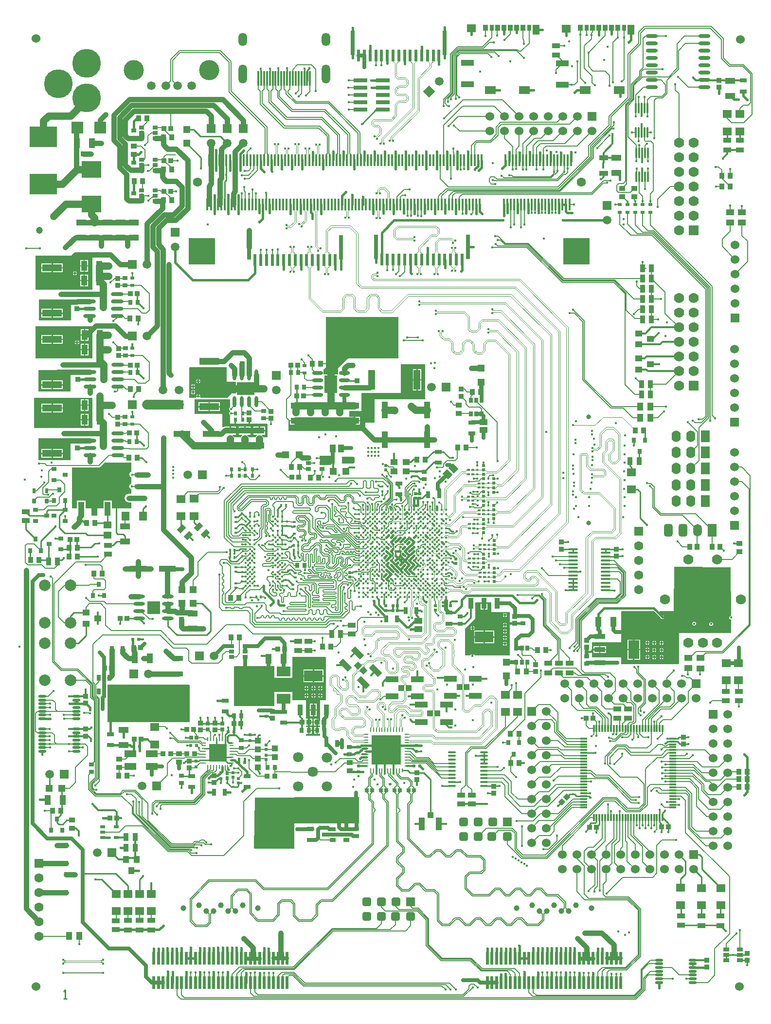
<source format=gtl>
G04 Layer_Physical_Order=1*
G04 Layer_Color=25308*
%FSLAX25Y25*%
%MOIN*%
G70*
G01*
G75*
%ADD10C,0.01575*%
%ADD11R,0.04724X0.04724*%
%ADD12R,0.03543X0.02362*%
%ADD13R,0.03347X0.05315*%
%ADD14R,0.03937X0.04724*%
%ADD15R,0.03347X0.03543*%
%ADD16R,0.03543X0.04134*%
%ADD17R,0.03740X0.05315*%
%ADD18R,0.03150X0.03543*%
%ADD19R,0.06299X0.05591*%
%ADD20R,0.03937X0.08661*%
%ADD21R,0.03937X0.03937*%
%ADD22R,0.05315X0.03740*%
%ADD23R,0.05315X0.03347*%
%ADD24R,0.05315X0.04331*%
G04:AMPARAMS|DCode=25|XSize=53.15mil|YSize=43.31mil|CornerRadius=0mil|HoleSize=0mil|Usage=FLASHONLY|Rotation=315.000|XOffset=0mil|YOffset=0mil|HoleType=Round|Shape=Rectangle|*
%AMROTATEDRECTD25*
4,1,4,-0.03410,0.00348,-0.00348,0.03410,0.03410,-0.00348,0.00348,-0.03410,-0.03410,0.00348,0.0*
%
%ADD25ROTATEDRECTD25*%

%ADD26R,0.04331X0.05315*%
%ADD27R,0.01969X0.01772*%
%ADD28R,0.01772X0.01772*%
%ADD29R,0.01969X0.02165*%
%ADD30R,0.03543X0.07480*%
%ADD31R,0.12598X0.07480*%
%ADD32R,0.02756X0.05118*%
%ADD33O,0.01181X0.07874*%
%ADD34R,0.03543X0.03347*%
%ADD35R,0.02559X0.03543*%
%ADD36R,0.03543X0.02559*%
%ADD37R,0.04724X0.05118*%
%ADD38R,0.04724X0.04724*%
%ADD39R,0.05118X0.02756*%
%ADD40R,0.02047X0.02205*%
%ADD41R,0.02205X0.02047*%
%ADD42R,0.01969X0.01575*%
%ADD43R,0.03347X0.02953*%
%ADD44R,0.01969X0.01969*%
%ADD45R,0.07874X0.04724*%
%ADD46R,0.02559X0.04331*%
%ADD47O,0.00984X0.03150*%
%ADD48O,0.03150X0.00984*%
%ADD49R,0.12205X0.12205*%
%ADD50O,0.05512X0.01378*%
%ADD51R,0.04331X0.02559*%
%ADD52O,0.07480X0.02362*%
%ADD53R,0.08849X0.12205*%
%ADD54O,0.02362X0.07480*%
%ADD55R,0.12205X0.08849*%
%ADD56O,0.08661X0.02362*%
%ADD57R,0.07480X0.03543*%
%ADD58R,0.07480X0.12598*%
%ADD59R,0.20472X0.20472*%
%ADD60R,0.04724X0.01181*%
%ADD61R,0.01181X0.04724*%
%ADD62R,0.12992X0.09449*%
%ADD63R,0.03937X0.09449*%
%ADD64R,0.04134X0.03543*%
%ADD65R,0.03740X0.03150*%
%ADD66R,0.06102X0.03543*%
%ADD67R,0.05709X0.04528*%
%ADD68R,0.06693X0.04331*%
%ADD69R,0.03150X0.02362*%
%ADD70R,0.02756X0.03347*%
%ADD71R,0.02362X0.03150*%
%ADD72R,0.03347X0.02756*%
%ADD73R,0.03543X0.03937*%
%ADD74R,0.02756X0.02559*%
%ADD75R,0.02756X0.03543*%
%ADD76R,0.05118X0.04331*%
%ADD77R,0.03937X0.04134*%
%ADD78R,0.04724X0.13386*%
%ADD79R,0.13386X0.04724*%
%ADD80R,0.13780X0.11811*%
%ADD81R,0.01181X0.10236*%
%ADD82R,0.02953X0.04331*%
%ADD83R,0.03347X0.04331*%
%ADD84R,0.04606X0.07087*%
%ADD85R,0.06102X0.05315*%
%ADD86R,0.07480X0.05315*%
%ADD87R,0.08661X0.03937*%
%ADD88R,0.04724X0.06890*%
%ADD89R,0.18701X0.13976*%
%ADD90R,0.03543X0.02756*%
%ADD91R,0.02756X0.03543*%
G04:AMPARAMS|DCode=92|XSize=24.8mil|YSize=32.68mil|CornerRadius=2.48mil|HoleSize=0mil|Usage=FLASHONLY|Rotation=0.000|XOffset=0mil|YOffset=0mil|HoleType=Round|Shape=RoundedRectangle|*
%AMROUNDEDRECTD92*
21,1,0.02480,0.02772,0,0,0.0*
21,1,0.01984,0.03268,0,0,0.0*
1,1,0.00496,0.00992,-0.01386*
1,1,0.00496,-0.00992,-0.01386*
1,1,0.00496,-0.00992,0.01386*
1,1,0.00496,0.00992,0.01386*
%
%ADD92ROUNDEDRECTD92*%
%ADD93R,0.02480X0.03268*%
%ADD94R,0.07874X0.07874*%
%ADD95R,0.01969X0.01969*%
%ADD96R,0.02953X0.03347*%
%ADD97R,0.02913X0.03071*%
%ADD98R,0.03071X0.02913*%
%ADD99R,0.02441X0.02598*%
%ADD100R,0.02126X0.02284*%
%ADD101R,0.03347X0.03740*%
%ADD102R,0.03150X0.03543*%
%ADD103R,0.04331X0.06693*%
%ADD104R,0.03937X0.11811*%
%ADD105R,0.11811X0.03937*%
%ADD106R,0.01969X0.08661*%
%ADD107R,0.02756X0.16535*%
%ADD108R,0.02362X0.07874*%
%ADD109P,0.05568X4X270.0*%
G04:AMPARAMS|DCode=110|XSize=39.37mil|YSize=86.61mil|CornerRadius=0mil|HoleSize=0mil|Usage=FLASHONLY|Rotation=225.000|XOffset=0mil|YOffset=0mil|HoleType=Round|Shape=Rectangle|*
%AMROTATEDRECTD110*
4,1,4,-0.01670,0.04454,0.04454,-0.01670,0.01670,-0.04454,-0.04454,0.01670,-0.01670,0.04454,0.0*
%
%ADD110ROTATEDRECTD110*%

%ADD111R,0.03937X0.03937*%
%ADD112R,0.08661X0.03937*%
%ADD113R,0.09449X0.02913*%
G04:AMPARAMS|DCode=114|XSize=29.53mil|YSize=35.43mil|CornerRadius=3.69mil|HoleSize=0mil|Usage=FLASHONLY|Rotation=90.000|XOffset=0mil|YOffset=0mil|HoleType=Round|Shape=RoundedRectangle|*
%AMROUNDEDRECTD114*
21,1,0.02953,0.02805,0,0,90.0*
21,1,0.02215,0.03543,0,0,90.0*
1,1,0.00738,0.01403,0.01107*
1,1,0.00738,0.01403,-0.01107*
1,1,0.00738,-0.01403,-0.01107*
1,1,0.00738,-0.01403,0.01107*
%
%ADD114ROUNDEDRECTD114*%
%ADD115R,0.03543X0.03150*%
%ADD116R,0.01575X0.01969*%
%ADD117R,0.09016X0.09016*%
%ADD118O,0.07874X0.02362*%
%ADD119R,0.01772X0.01772*%
%ADD120R,0.03543X0.02756*%
%ADD121R,0.05315X0.03937*%
%ADD122R,0.03937X0.05315*%
%ADD123O,0.08268X0.02362*%
%ADD124O,0.06693X0.01378*%
G04:AMPARAMS|DCode=125|XSize=35.43mil|YSize=33.47mil|CornerRadius=0mil|HoleSize=0mil|Usage=FLASHONLY|Rotation=135.000|XOffset=0mil|YOffset=0mil|HoleType=Round|Shape=Rectangle|*
%AMROTATEDRECTD125*
4,1,4,0.02436,-0.00070,0.00070,-0.02436,-0.02436,0.00070,-0.00070,0.02436,0.02436,-0.00070,0.0*
%
%ADD125ROTATEDRECTD125*%

G04:AMPARAMS|DCode=126|XSize=29.53mil|YSize=35.43mil|CornerRadius=3.69mil|HoleSize=0mil|Usage=FLASHONLY|Rotation=0.000|XOffset=0mil|YOffset=0mil|HoleType=Round|Shape=RoundedRectangle|*
%AMROUNDEDRECTD126*
21,1,0.02953,0.02805,0,0,0.0*
21,1,0.02215,0.03543,0,0,0.0*
1,1,0.00738,0.01107,-0.01403*
1,1,0.00738,-0.01107,-0.01403*
1,1,0.00738,-0.01107,0.01403*
1,1,0.00738,0.01107,0.01403*
%
%ADD126ROUNDEDRECTD126*%
G04:AMPARAMS|DCode=127|XSize=53.15mil|YSize=33.47mil|CornerRadius=0mil|HoleSize=0mil|Usage=FLASHONLY|Rotation=225.000|XOffset=0mil|YOffset=0mil|HoleType=Round|Shape=Rectangle|*
%AMROTATEDRECTD127*
4,1,4,0.00696,0.03062,0.03062,0.00696,-0.00696,-0.03062,-0.03062,-0.00696,0.00696,0.03062,0.0*
%
%ADD127ROTATEDRECTD127*%

%ADD128R,0.05591X0.06299*%
%ADD129R,0.04724X0.03937*%
%ADD130O,0.05512X0.01772*%
%ADD131R,0.18110X0.18110*%
%ADD132R,0.01378X0.07874*%
%ADD133C,0.01772*%
%ADD134C,0.00603*%
%ADD135C,0.03500*%
%ADD136C,0.00900*%
%ADD137C,0.01200*%
%ADD138C,0.01000*%
%ADD139C,0.01500*%
%ADD140C,0.00500*%
%ADD141C,0.02500*%
%ADD142C,0.00600*%
%ADD143C,0.05000*%
%ADD144C,0.00800*%
%ADD145C,0.00430*%
%ADD146C,0.00580*%
%ADD147C,0.00668*%
%ADD148C,0.00375*%
%ADD149C,0.00515*%
%ADD150C,0.00700*%
%ADD151C,0.00429*%
%ADD152C,0.00602*%
%ADD153C,0.00614*%
%ADD154C,0.06500*%
%ADD155C,0.00740*%
%ADD156C,0.00512*%
%ADD157C,0.00512*%
%ADD158R,0.09449X0.06890*%
%ADD159R,0.09449X0.06890*%
%ADD160C,0.06000*%
%ADD161R,0.05906X0.05906*%
%ADD162C,0.05906*%
G04:AMPARAMS|DCode=163|XSize=60mil|YSize=60mil|CornerRadius=15mil|HoleSize=0mil|Usage=FLASHONLY|Rotation=180.000|XOffset=0mil|YOffset=0mil|HoleType=Round|Shape=RoundedRectangle|*
%AMROUNDEDRECTD163*
21,1,0.06000,0.03000,0,0,180.0*
21,1,0.03000,0.06000,0,0,180.0*
1,1,0.03000,-0.01500,0.01500*
1,1,0.03000,0.01500,0.01500*
1,1,0.03000,0.01500,-0.01500*
1,1,0.03000,-0.01500,-0.01500*
%
%ADD163ROUNDEDRECTD163*%
%ADD164R,0.06000X0.06000*%
%ADD165R,0.05906X0.05906*%
%ADD166C,0.07087*%
%ADD167C,0.19685*%
%ADD168O,0.05906X0.12992*%
%ADD169O,0.05906X0.09055*%
%ADD170C,0.13780*%
%ADD171C,0.04724*%
%ADD172P,0.08352X4X90.0*%
%ADD173C,0.03937*%
%ADD174C,0.03150*%
%ADD175R,0.06000X0.06000*%
%ADD176R,0.06299X0.07874*%
%ADD177O,0.06299X0.07874*%
%ADD178C,0.07000*%
G04:AMPARAMS|DCode=179|XSize=60mil|YSize=85mil|CornerRadius=15mil|HoleSize=0mil|Usage=FLASHONLY|Rotation=180.000|XOffset=0mil|YOffset=0mil|HoleType=Round|Shape=RoundedRectangle|*
%AMROUNDEDRECTD179*
21,1,0.06000,0.05500,0,0,180.0*
21,1,0.03000,0.08500,0,0,180.0*
1,1,0.03000,-0.01500,0.02750*
1,1,0.03000,0.01500,0.02750*
1,1,0.03000,0.01500,-0.02750*
1,1,0.03000,-0.01500,-0.02750*
%
%ADD179ROUNDEDRECTD179*%
%ADD180O,0.06000X0.08500*%
%ADD181R,0.06000X0.08500*%
%ADD182R,0.06299X0.06299*%
%ADD183C,0.06299*%
%ADD184R,0.06299X0.06299*%
%ADD185R,0.07000X0.07000*%
%ADD186C,0.07874*%
%ADD187C,0.01969*%
%ADD188C,0.02598*%
G36*
X180146Y486406D02*
X186462D01*
Y482349D01*
X193165D01*
Y481549D01*
X186462D01*
Y478406D01*
X183646D01*
X183146Y477906D01*
X180646Y475406D01*
X162300Y475406D01*
X162061Y475906D01*
X162081Y476006D01*
X159210D01*
X159230Y475906D01*
X158991Y475406D01*
X154646D01*
X154646Y496052D01*
X154999Y496406D01*
X180146D01*
Y486406D01*
D02*
G37*
G36*
X73146Y479906D02*
X51146D01*
Y494406D01*
X73146D01*
Y479906D01*
D02*
G37*
G36*
X88146Y454906D02*
X48146D01*
Y455905D01*
Y460906D01*
Y474905D01*
Y475406D01*
X88146D01*
Y454906D01*
D02*
G37*
G36*
X316146Y479405D02*
Y474905D01*
Y474405D01*
X281646D01*
Y463406D01*
Y458906D01*
Y458405D01*
X275146D01*
Y452906D01*
X222646D01*
Y459787D01*
X223699D01*
Y457022D01*
X227246D01*
Y459787D01*
X228046D01*
Y457022D01*
X231592D01*
Y459787D01*
X233699D01*
Y457022D01*
X237246D01*
Y459787D01*
X238046D01*
Y457022D01*
X241592D01*
Y459787D01*
X243699D01*
Y457022D01*
X247246D01*
Y459787D01*
X248046D01*
Y457022D01*
X251592D01*
Y459787D01*
X253699D01*
Y457022D01*
X257246D01*
Y459787D01*
X258046D01*
Y457022D01*
X261592D01*
Y459787D01*
X263699D01*
Y457022D01*
X267246D01*
Y459787D01*
Y462553D01*
X264146D01*
Y466405D01*
X272646D01*
Y478905D01*
X299646D01*
Y498406D01*
X316146D01*
Y479405D01*
D02*
G37*
G36*
X73646Y528406D02*
X51646D01*
Y542906D01*
X73646D01*
Y528406D01*
D02*
G37*
G36*
X88146Y549405D02*
X49146D01*
Y572905D01*
X88146D01*
Y549405D01*
D02*
G37*
G36*
X297946Y502406D02*
X263146D01*
X257146Y496406D01*
X256646Y495905D01*
Y491608D01*
X253167D01*
X252900Y492108D01*
X253045Y492326D01*
X253081Y492506D01*
X250210D01*
X250246Y492326D01*
X250392Y492108D01*
X250124Y491608D01*
X246646D01*
Y494906D01*
X248146Y496406D01*
Y506906D01*
Y530705D01*
X297946D01*
Y502406D01*
D02*
G37*
G36*
X88146D02*
X49146D01*
Y524405D01*
X88146D01*
Y502406D01*
D02*
G37*
G36*
X248346Y297752D02*
X248346Y268406D01*
X244246Y268406D01*
X244246Y256131D01*
X243892Y255777D01*
X242684D01*
Y253405D01*
Y251034D01*
X244246D01*
Y250532D01*
X243892Y250179D01*
X242585D01*
Y247905D01*
Y245632D01*
X244246D01*
Y244459D01*
X243892Y244106D01*
X234446D01*
Y245167D01*
X234946Y245632D01*
X236206D01*
Y247905D01*
Y250179D01*
X234946D01*
X234530Y250179D01*
X234446Y250644D01*
Y250680D01*
X234799Y251034D01*
X236108D01*
Y253405D01*
Y255777D01*
X234446D01*
X234446Y268506D01*
X225499Y268506D01*
X225146Y268859D01*
Y274106D01*
X212846D01*
Y264605D01*
X185346D01*
X185136Y291351D01*
X185489Y291705D01*
X212846D01*
Y283805D01*
X225146Y283906D01*
X225146Y298106D01*
X247992Y298106D01*
X248346Y297752D01*
D02*
G37*
G36*
X525611Y359612D02*
X525838Y326295D01*
X525352Y326198D01*
X524933Y325918D01*
X524653Y325499D01*
X524555Y325006D01*
X524653Y324512D01*
X524933Y324093D01*
X525352Y323813D01*
X525846Y323715D01*
X525856Y323707D01*
X525915Y314967D01*
X525564Y314612D01*
X490046Y314506D01*
X490046Y293459D01*
X489692Y293106D01*
X450999Y293106D01*
X450646Y293459D01*
X450646Y297905D01*
X430446D01*
Y308105D01*
X450646D01*
X450646Y329052D01*
X450999Y329405D01*
X473116Y329405D01*
X477539Y324983D01*
X477553Y324912D01*
X477833Y324493D01*
X478252Y324213D01*
X478746Y324115D01*
X479240Y324213D01*
X479658Y324493D01*
X479938Y324912D01*
X480036Y325406D01*
X479938Y325899D01*
X479658Y326318D01*
X479240Y326598D01*
X479169Y326612D01*
X476837Y328944D01*
X477028Y329405D01*
X486700D01*
X486803Y359729D01*
X525611Y359612D01*
D02*
G37*
G36*
X270946Y202306D02*
X270946Y184170D01*
X226446Y184070D01*
X226446Y166905D01*
X199381Y166905D01*
X199030Y167261D01*
X199474Y201944D01*
X252946Y202306D01*
X270946Y202306D01*
D02*
G37*
G36*
X154946Y278879D02*
X154946Y253405D01*
X98899Y253405D01*
X98546Y253759D01*
X98546Y279232D01*
X154592Y279232D01*
X154946Y278879D01*
D02*
G37*
G36*
X73146Y432905D02*
X51146D01*
Y447905D01*
X73146D01*
Y432905D01*
D02*
G37*
G36*
X182646Y472905D02*
Y469094D01*
X182233Y468818D01*
X181953Y468399D01*
X181855Y467906D01*
X181953Y467412D01*
X182233Y466993D01*
X182646Y466717D01*
Y466094D01*
X182233Y465818D01*
X181953Y465399D01*
X181855Y464906D01*
X181953Y464412D01*
X182233Y463993D01*
X182646Y463717D01*
Y457905D01*
X185687D01*
Y460405D01*
X186487D01*
Y457905D01*
X195246Y457905D01*
Y460543D01*
X196046D01*
Y457905D01*
X207792Y457905D01*
X208146Y457552D01*
X208146Y448406D01*
X205349D01*
X205161Y448858D01*
X204700Y449460D01*
X204310Y449758D01*
X204480Y450258D01*
X206592D01*
Y452624D01*
X198699D01*
Y450258D01*
X200811D01*
X200981Y449758D01*
X200592Y449460D01*
X200130Y448858D01*
X199943Y448406D01*
X195349D01*
X195161Y448858D01*
X194700Y449460D01*
X194310Y449758D01*
X194480Y450258D01*
X196592D01*
Y452624D01*
X188699D01*
Y450258D01*
X190811D01*
X190981Y449758D01*
X190592Y449460D01*
X190130Y448858D01*
X189943Y448406D01*
X185349D01*
X185161Y448858D01*
X184700Y449460D01*
X184310Y449758D01*
X184480Y450258D01*
X186592D01*
Y452624D01*
X182646D01*
Y453024D01*
X182246D01*
Y455789D01*
X178699D01*
Y455759D01*
X178346Y455406D01*
X177146D01*
X177146Y464405D01*
X158146D01*
Y474405D01*
X182646D01*
Y472905D01*
D02*
G37*
G36*
X361646Y328906D02*
X362646D01*
X374146Y328906D01*
X374146Y324905D01*
Y301406D01*
X374146Y299006D01*
X350121Y299006D01*
X350045Y299385D01*
X349717Y299877D01*
X349225Y300205D01*
X349046Y300241D01*
Y298805D01*
X348246D01*
Y300241D01*
X348066Y300205D01*
X347574Y299877D01*
X347246Y299385D01*
X347170Y299006D01*
X343999D01*
X343646Y299359D01*
X343646Y317406D01*
X350646Y324406D01*
X350646Y335252D01*
X350999Y335606D01*
X353920D01*
X354206Y335320D01*
X359017D01*
Y335606D01*
X361646D01*
X361646Y328906D01*
D02*
G37*
G36*
X114965Y424747D02*
X114002Y424349D01*
X113405Y422905D01*
X114002Y421462D01*
X114965Y421064D01*
Y416730D01*
X113802Y416249D01*
X113205Y414806D01*
X113802Y413362D01*
X114965Y412881D01*
Y409882D01*
X113046D01*
X110941Y409010D01*
X110069Y406906D01*
X110941Y404801D01*
X113046Y403929D01*
X114965D01*
Y399805D01*
X101669D01*
Y405213D01*
X95732D01*
Y399805D01*
X83559D01*
Y405213D01*
X77622D01*
Y399805D01*
X74065D01*
Y407205D01*
Y427752D01*
X92546D01*
X93502Y428149D01*
X96659Y431306D01*
X114965D01*
Y424747D01*
D02*
G37*
%LPC*%
G36*
X370446Y306705D02*
X369410D01*
X369446Y306526D01*
X369774Y306034D01*
X370266Y305706D01*
X370446Y305670D01*
Y306705D01*
D02*
G37*
G36*
X372281D02*
X371246D01*
Y305670D01*
X371425Y305706D01*
X371917Y306034D01*
X372245Y306526D01*
X372281Y306705D01*
D02*
G37*
G36*
X472846Y307405D02*
X471810D01*
X471846Y307226D01*
X472174Y306734D01*
X472666Y306406D01*
X472846Y306370D01*
Y307405D01*
D02*
G37*
G36*
X463404Y309951D02*
X459463D01*
Y303452D01*
X463404D01*
Y309951D01*
D02*
G37*
G36*
X435435Y305423D02*
X431495D01*
Y303452D01*
X435435D01*
Y305423D01*
D02*
G37*
G36*
X440175D02*
X436235D01*
Y303452D01*
X440175D01*
Y305423D01*
D02*
G37*
G36*
X458663Y309951D02*
X454723D01*
Y303452D01*
X458663D01*
Y309951D01*
D02*
G37*
G36*
X469981Y307505D02*
X468946D01*
Y306470D01*
X469125Y306506D01*
X469617Y306834D01*
X469945Y307326D01*
X469981Y307505D01*
D02*
G37*
G36*
X356246Y311291D02*
X349746D01*
Y307351D01*
X356246D01*
Y311291D01*
D02*
G37*
G36*
X363545D02*
X357046D01*
Y307351D01*
X363545D01*
Y311291D01*
D02*
G37*
G36*
X468146Y307505D02*
X467110D01*
X467146Y307326D01*
X467474Y306834D01*
X467966Y306506D01*
X468146Y306470D01*
Y307505D01*
D02*
G37*
G36*
X474681Y307405D02*
X473646D01*
Y306370D01*
X473825Y306406D01*
X474317Y306734D01*
X474645Y307226D01*
X474681Y307405D01*
D02*
G37*
G36*
X477746D02*
X476710D01*
X476746Y307226D01*
X477074Y306734D01*
X477566Y306406D01*
X477746Y306370D01*
Y307405D01*
D02*
G37*
G36*
X479581D02*
X478546D01*
Y306370D01*
X478725Y306406D01*
X479217Y306734D01*
X479545Y307226D01*
X479581Y307405D01*
D02*
G37*
G36*
X477746Y302505D02*
X476710D01*
X476746Y302326D01*
X477074Y301834D01*
X477566Y301506D01*
X477746Y301470D01*
Y302505D01*
D02*
G37*
G36*
X479581D02*
X478546D01*
Y301470D01*
X478725Y301506D01*
X479217Y301834D01*
X479545Y302326D01*
X479581Y302505D01*
D02*
G37*
G36*
X468146Y302606D02*
X467110D01*
X467146Y302426D01*
X467474Y301934D01*
X467966Y301606D01*
X468146Y301570D01*
Y302606D01*
D02*
G37*
G36*
X474681Y302505D02*
X473646D01*
Y301470D01*
X473825Y301506D01*
X474317Y301834D01*
X474645Y302326D01*
X474681Y302505D01*
D02*
G37*
G36*
X435435Y302652D02*
X431495D01*
Y300680D01*
X435435D01*
Y302652D01*
D02*
G37*
G36*
X440175D02*
X436235D01*
Y300680D01*
X440175D01*
Y302652D01*
D02*
G37*
G36*
X472846Y302505D02*
X471810D01*
X471846Y302326D01*
X472174Y301834D01*
X472666Y301506D01*
X472846Y301470D01*
Y302505D01*
D02*
G37*
G36*
X478546Y304341D02*
Y303306D01*
X479581D01*
X479545Y303485D01*
X479217Y303977D01*
X478725Y304305D01*
X478546Y304341D01*
D02*
G37*
G36*
X468146Y304441D02*
X467966Y304405D01*
X467474Y304077D01*
X467146Y303585D01*
X467110Y303405D01*
X468146D01*
Y304441D01*
D02*
G37*
G36*
X468946D02*
Y303405D01*
X469981D01*
X469945Y303585D01*
X469617Y304077D01*
X469125Y304405D01*
X468946Y304441D01*
D02*
G37*
G36*
X477746Y304341D02*
X477566Y304305D01*
X477074Y303977D01*
X476746Y303485D01*
X476710Y303306D01*
X477746D01*
Y304341D01*
D02*
G37*
G36*
X469981Y302606D02*
X468946D01*
Y301570D01*
X469125Y301606D01*
X469617Y301934D01*
X469945Y302426D01*
X469981Y302606D01*
D02*
G37*
G36*
X472846Y304341D02*
X472666Y304305D01*
X472174Y303977D01*
X471846Y303485D01*
X471810Y303306D01*
X472846D01*
Y304341D01*
D02*
G37*
G36*
X473646D02*
Y303306D01*
X474681D01*
X474645Y303485D01*
X474317Y303977D01*
X473825Y304305D01*
X473646Y304341D01*
D02*
G37*
G36*
X348346Y317506D02*
X347310D01*
X347346Y317326D01*
X347674Y316834D01*
X348166Y316506D01*
X348346Y316470D01*
Y317506D01*
D02*
G37*
G36*
X350181D02*
X349146D01*
Y316470D01*
X349325Y316506D01*
X349817Y316834D01*
X350145Y317326D01*
X350181Y317506D01*
D02*
G37*
G36*
X348346Y319341D02*
X348166Y319305D01*
X347674Y318977D01*
X347346Y318485D01*
X347310Y318305D01*
X348346D01*
Y319341D01*
D02*
G37*
G36*
X371246Y317041D02*
Y316005D01*
X372281D01*
X372245Y316185D01*
X371917Y316677D01*
X371425Y317005D01*
X371246Y317041D01*
D02*
G37*
G36*
X370446Y315206D02*
X369410D01*
X369446Y315026D01*
X369774Y314534D01*
X370266Y314206D01*
X370446Y314170D01*
Y315206D01*
D02*
G37*
G36*
X372281D02*
X371246D01*
Y314170D01*
X371425Y314206D01*
X371917Y314534D01*
X372245Y315026D01*
X372281Y315206D01*
D02*
G37*
G36*
X370446Y317041D02*
X370266Y317005D01*
X369774Y316677D01*
X369446Y316185D01*
X369410Y316005D01*
X370446D01*
Y317041D01*
D02*
G37*
G36*
X500600Y322150D02*
X500106Y322052D01*
X499687Y321772D01*
X499408Y321354D01*
X499309Y320860D01*
X499408Y320366D01*
X499687Y319947D01*
X500106Y319668D01*
X500600Y319569D01*
X501094Y319668D01*
X501513Y319947D01*
X501792Y320366D01*
X501891Y320860D01*
X501792Y321354D01*
X501513Y321772D01*
X501094Y322052D01*
X500600Y322150D01*
D02*
G37*
G36*
X370446Y321441D02*
X370266Y321405D01*
X369774Y321077D01*
X369446Y320585D01*
X369410Y320406D01*
X370446D01*
Y321441D01*
D02*
G37*
G36*
X371246D02*
Y320406D01*
X372281D01*
X372245Y320585D01*
X371917Y321077D01*
X371425Y321405D01*
X371246Y321441D01*
D02*
G37*
G36*
X512200Y321951D02*
X511706Y321852D01*
X511287Y321572D01*
X511008Y321154D01*
X510909Y320660D01*
X511008Y320166D01*
X511287Y319747D01*
X511706Y319467D01*
X512200Y319369D01*
X512694Y319467D01*
X513113Y319747D01*
X513392Y320166D01*
X513491Y320660D01*
X513392Y321154D01*
X513113Y321572D01*
X512694Y321852D01*
X512200Y321951D01*
D02*
G37*
G36*
X349146Y319341D02*
Y318305D01*
X350181D01*
X350145Y318485D01*
X349817Y318977D01*
X349325Y319305D01*
X349146Y319341D01*
D02*
G37*
G36*
X370446Y319605D02*
X369410D01*
X369446Y319426D01*
X369774Y318934D01*
X370266Y318606D01*
X370446Y318570D01*
Y319605D01*
D02*
G37*
G36*
X372281D02*
X371246D01*
Y318570D01*
X371425Y318606D01*
X371917Y318934D01*
X372245Y319426D01*
X372281Y319605D01*
D02*
G37*
G36*
X477746Y309241D02*
X477566Y309205D01*
X477074Y308877D01*
X476746Y308385D01*
X476710Y308206D01*
X477746D01*
Y309241D01*
D02*
G37*
G36*
X478546D02*
Y308206D01*
X479581D01*
X479545Y308385D01*
X479217Y308877D01*
X478725Y309205D01*
X478546Y309241D01*
D02*
G37*
G36*
X468146Y309341D02*
X467966Y309305D01*
X467474Y308977D01*
X467146Y308485D01*
X467110Y308306D01*
X468146D01*
Y309341D01*
D02*
G37*
G36*
X473646Y309241D02*
Y308206D01*
X474681D01*
X474645Y308385D01*
X474317Y308877D01*
X473825Y309205D01*
X473646Y309241D01*
D02*
G37*
G36*
X370446Y308541D02*
X370266Y308505D01*
X369774Y308177D01*
X369446Y307685D01*
X369410Y307505D01*
X370446D01*
Y308541D01*
D02*
G37*
G36*
X371246D02*
Y307505D01*
X372281D01*
X372245Y307685D01*
X371917Y308177D01*
X371425Y308505D01*
X371246Y308541D01*
D02*
G37*
G36*
X472846Y309241D02*
X472666Y309205D01*
X472174Y308877D01*
X471846Y308385D01*
X471810Y308206D01*
X472846D01*
Y309241D01*
D02*
G37*
G36*
X371246Y312741D02*
Y311705D01*
X372281D01*
X372245Y311885D01*
X371917Y312377D01*
X371425Y312705D01*
X371246Y312741D01*
D02*
G37*
G36*
X356246Y316032D02*
X349746D01*
Y312091D01*
X356246D01*
Y316032D01*
D02*
G37*
G36*
X363545D02*
X357046D01*
Y312091D01*
X363545D01*
Y316032D01*
D02*
G37*
G36*
X370446Y312741D02*
X370266Y312705D01*
X369774Y312377D01*
X369446Y311885D01*
X369410Y311705D01*
X370446D01*
Y312741D01*
D02*
G37*
G36*
X468946Y309341D02*
Y308306D01*
X469981D01*
X469945Y308485D01*
X469617Y308977D01*
X469125Y309305D01*
X468946Y309341D01*
D02*
G37*
G36*
X370446Y310906D02*
X369410D01*
X369446Y310726D01*
X369774Y310234D01*
X370266Y309906D01*
X370446Y309870D01*
Y310906D01*
D02*
G37*
G36*
X372281D02*
X371246D01*
Y309870D01*
X371425Y309906D01*
X371917Y310234D01*
X372245Y310726D01*
X372281Y310906D01*
D02*
G37*
G36*
X468946Y299541D02*
Y298505D01*
X469981D01*
X469945Y298685D01*
X469617Y299177D01*
X469125Y299505D01*
X468946Y299541D01*
D02*
G37*
G36*
X243946Y271305D02*
X242910D01*
X242946Y271126D01*
X243274Y270634D01*
X243766Y270306D01*
X243946Y270270D01*
Y271305D01*
D02*
G37*
G36*
X245781D02*
X244746D01*
Y270270D01*
X244925Y270306D01*
X245417Y270634D01*
X245745Y271126D01*
X245781Y271305D01*
D02*
G37*
G36*
X234546Y273141D02*
X234366Y273105D01*
X233874Y272777D01*
X233546Y272285D01*
X233510Y272106D01*
X234546D01*
Y273141D01*
D02*
G37*
G36*
X241081Y271305D02*
X240046D01*
Y270270D01*
X240225Y270306D01*
X240717Y270634D01*
X241045Y271126D01*
X241081Y271305D01*
D02*
G37*
G36*
X234546D02*
X233510D01*
X233546Y271126D01*
X233874Y270634D01*
X234366Y270306D01*
X234546Y270270D01*
Y271305D01*
D02*
G37*
G36*
X236381D02*
X235346D01*
Y270270D01*
X235525Y270306D01*
X236017Y270634D01*
X236345Y271126D01*
X236381Y271305D01*
D02*
G37*
G36*
X239246D02*
X238210D01*
X238246Y271126D01*
X238574Y270634D01*
X239066Y270306D01*
X239246Y270270D01*
Y271305D01*
D02*
G37*
G36*
X244746Y273141D02*
Y272106D01*
X245781D01*
X245745Y272285D01*
X245417Y272777D01*
X244925Y273105D01*
X244746Y273141D01*
D02*
G37*
G36*
X234546Y276205D02*
X233510D01*
X233546Y276026D01*
X233874Y275534D01*
X234366Y275206D01*
X234546Y275170D01*
Y276205D01*
D02*
G37*
G36*
X236381D02*
X235346D01*
Y275170D01*
X235525Y275206D01*
X236017Y275534D01*
X236345Y276026D01*
X236381Y276205D01*
D02*
G37*
G36*
X243946Y273141D02*
X243766Y273105D01*
X243274Y272777D01*
X242946Y272285D01*
X242910Y272106D01*
X243946D01*
Y273141D01*
D02*
G37*
G36*
X235346D02*
Y272106D01*
X236381D01*
X236345Y272285D01*
X236017Y272777D01*
X235525Y273105D01*
X235346Y273141D01*
D02*
G37*
G36*
X239246D02*
X239066Y273105D01*
X238574Y272777D01*
X238246Y272285D01*
X238210Y272106D01*
X239246D01*
Y273141D01*
D02*
G37*
G36*
X240046D02*
Y272106D01*
X241081D01*
X241045Y272285D01*
X240717Y272777D01*
X240225Y273105D01*
X240046Y273141D01*
D02*
G37*
G36*
X241785Y250179D02*
X240109D01*
Y248306D01*
X241785D01*
Y250179D01*
D02*
G37*
G36*
X238781Y253006D02*
X236908D01*
Y251034D01*
X238781D01*
Y253006D01*
D02*
G37*
G36*
X241883D02*
X240010D01*
Y251034D01*
X241883D01*
Y253006D01*
D02*
G37*
G36*
X237006Y250179D02*
Y248306D01*
X238683D01*
Y250179D01*
X237006D01*
D02*
G37*
G36*
X85293Y569852D02*
X82928D01*
Y566305D01*
X85293D01*
Y569852D01*
D02*
G37*
G36*
X238683Y247505D02*
X237006D01*
Y245632D01*
X238683D01*
Y247505D01*
D02*
G37*
G36*
X241785D02*
X240109D01*
Y245632D01*
X241785D01*
Y247505D01*
D02*
G37*
G36*
X242017Y261391D02*
X240046D01*
Y257451D01*
X242017D01*
Y261391D01*
D02*
G37*
G36*
X239246Y266131D02*
X237274D01*
Y262191D01*
X239246D01*
Y266131D01*
D02*
G37*
G36*
X242017D02*
X240046D01*
Y262191D01*
X242017D01*
Y266131D01*
D02*
G37*
G36*
X239246Y261391D02*
X237274D01*
Y257451D01*
X239246D01*
Y261391D01*
D02*
G37*
G36*
X82127Y569852D02*
X79762D01*
Y566305D01*
X82127D01*
Y569852D01*
D02*
G37*
G36*
X238781Y255777D02*
X236908D01*
Y253805D01*
X238781D01*
Y255777D01*
D02*
G37*
G36*
X241883D02*
X240010D01*
Y253805D01*
X241883D01*
Y255777D01*
D02*
G37*
G36*
X474681Y297605D02*
X473646D01*
Y296570D01*
X473825Y296606D01*
X474317Y296934D01*
X474645Y297426D01*
X474681Y297605D01*
D02*
G37*
G36*
X477746D02*
X476710D01*
X476746Y297426D01*
X477074Y296934D01*
X477566Y296606D01*
X477746Y296570D01*
Y297605D01*
D02*
G37*
G36*
X479581D02*
X478546D01*
Y296570D01*
X478725Y296606D01*
X479217Y296934D01*
X479545Y297426D01*
X479581Y297605D01*
D02*
G37*
G36*
X472846D02*
X471810D01*
X471846Y297426D01*
X472174Y296934D01*
X472666Y296606D01*
X472846Y296570D01*
Y297605D01*
D02*
G37*
G36*
X246545Y289360D02*
X240046D01*
Y285420D01*
X246545D01*
Y289360D01*
D02*
G37*
G36*
X458663Y302652D02*
X454723D01*
Y296153D01*
X458663D01*
Y302652D01*
D02*
G37*
G36*
X463404D02*
X459463D01*
Y296153D01*
X463404D01*
Y302652D01*
D02*
G37*
G36*
X477746Y299441D02*
X477566Y299405D01*
X477074Y299077D01*
X476746Y298585D01*
X476710Y298406D01*
X477746D01*
Y299441D01*
D02*
G37*
G36*
X478546D02*
Y298406D01*
X479581D01*
X479545Y298585D01*
X479217Y299077D01*
X478725Y299405D01*
X478546Y299441D01*
D02*
G37*
G36*
X468146Y299541D02*
X467966Y299505D01*
X467474Y299177D01*
X467146Y298685D01*
X467110Y298505D01*
X468146D01*
Y299541D01*
D02*
G37*
G36*
X473646Y299441D02*
Y298406D01*
X474681D01*
X474645Y298585D01*
X474317Y299077D01*
X473825Y299405D01*
X473646Y299441D01*
D02*
G37*
G36*
X468146Y297706D02*
X467110D01*
X467146Y297526D01*
X467474Y297034D01*
X467966Y296706D01*
X468146Y296670D01*
Y297706D01*
D02*
G37*
G36*
X469981D02*
X468946D01*
Y296670D01*
X469125Y296706D01*
X469617Y297034D01*
X469945Y297526D01*
X469981Y297706D01*
D02*
G37*
G36*
X472846Y299441D02*
X472666Y299405D01*
X472174Y299077D01*
X471846Y298585D01*
X471810Y298406D01*
X472846D01*
Y299441D01*
D02*
G37*
G36*
X234546Y278041D02*
X234366Y278005D01*
X233874Y277677D01*
X233546Y277185D01*
X233510Y277006D01*
X234546D01*
Y278041D01*
D02*
G37*
G36*
X235346D02*
Y277006D01*
X236381D01*
X236345Y277185D01*
X236017Y277677D01*
X235525Y278005D01*
X235346Y278041D01*
D02*
G37*
G36*
X239246D02*
X239066Y278005D01*
X238574Y277677D01*
X238246Y277185D01*
X238210Y277006D01*
X239246D01*
Y278041D01*
D02*
G37*
G36*
X245781Y276205D02*
X244746D01*
Y275170D01*
X244925Y275206D01*
X245417Y275534D01*
X245745Y276026D01*
X245781Y276205D01*
D02*
G37*
G36*
X239246D02*
X238210D01*
X238246Y276026D01*
X238574Y275534D01*
X239066Y275206D01*
X239246Y275170D01*
Y276205D01*
D02*
G37*
G36*
X241081D02*
X240046D01*
Y275170D01*
X240225Y275206D01*
X240717Y275534D01*
X241045Y276026D01*
X241081Y276205D01*
D02*
G37*
G36*
X243946D02*
X242910D01*
X242946Y276026D01*
X243274Y275534D01*
X243766Y275206D01*
X243946Y275170D01*
Y276205D01*
D02*
G37*
G36*
X246545Y284620D02*
X240046D01*
Y280679D01*
X246545D01*
Y284620D01*
D02*
G37*
G36*
X67939Y567419D02*
X61046D01*
Y564857D01*
X67939D01*
Y567419D01*
D02*
G37*
G36*
X239246Y289360D02*
X232747D01*
Y285420D01*
X239246D01*
Y289360D01*
D02*
G37*
G36*
Y284620D02*
X232747D01*
Y280679D01*
X239246D01*
Y284620D01*
D02*
G37*
G36*
X240046Y278041D02*
Y277006D01*
X241081D01*
X241045Y277185D01*
X240717Y277677D01*
X240225Y278005D01*
X240046Y278041D01*
D02*
G37*
G36*
X243946D02*
X243766Y278005D01*
X243274Y277677D01*
X242946Y277185D01*
X242910Y277006D01*
X243946D01*
Y278041D01*
D02*
G37*
G36*
X244746D02*
Y277006D01*
X245781D01*
X245745Y277185D01*
X245417Y277677D01*
X244925Y278005D01*
X244746Y278041D01*
D02*
G37*
G36*
X370446Y326406D02*
X369410D01*
X369446Y326226D01*
X369774Y325734D01*
X370266Y325406D01*
X370446Y325370D01*
Y326406D01*
D02*
G37*
G36*
X85293Y559852D02*
X82928D01*
Y556306D01*
X85293D01*
Y559852D01*
D02*
G37*
G36*
X251246Y494341D02*
X251066Y494305D01*
X250574Y493977D01*
X250246Y493485D01*
X250210Y493305D01*
X251246D01*
Y494341D01*
D02*
G37*
G36*
X252046D02*
Y493305D01*
X253081D01*
X253045Y493485D01*
X252717Y493977D01*
X252225Y494305D01*
X252046Y494341D01*
D02*
G37*
G36*
X313659Y495198D02*
X311097D01*
Y488306D01*
X313659D01*
Y495198D01*
D02*
G37*
G36*
X160246Y488341D02*
X160066Y488305D01*
X159574Y487977D01*
X159246Y487485D01*
X159210Y487305D01*
X160246D01*
Y488341D01*
D02*
G37*
G36*
X161046D02*
Y487305D01*
X162081D01*
X162045Y487485D01*
X161717Y487977D01*
X161225Y488305D01*
X161046Y488341D01*
D02*
G37*
G36*
X310297Y495198D02*
X307735D01*
Y488306D01*
X310297D01*
Y495198D01*
D02*
G37*
G36*
X255246Y502505D02*
X254210D01*
X254246Y502326D01*
X254574Y501834D01*
X255066Y501506D01*
X255246Y501470D01*
Y502505D01*
D02*
G37*
G36*
X257081D02*
X256046D01*
Y501470D01*
X256225Y501506D01*
X256717Y501834D01*
X257045Y502326D01*
X257081Y502505D01*
D02*
G37*
G36*
X82127Y559852D02*
X79762D01*
Y556306D01*
X82127D01*
Y559852D01*
D02*
G37*
G36*
X256046Y500841D02*
Y499805D01*
X257081D01*
X257045Y499985D01*
X256717Y500477D01*
X256225Y500805D01*
X256046Y500841D01*
D02*
G37*
G36*
X255246Y499006D02*
X254210D01*
X254246Y498826D01*
X254574Y498334D01*
X255066Y498006D01*
X255246Y497970D01*
Y499006D01*
D02*
G37*
G36*
X257081D02*
X256046D01*
Y497970D01*
X256225Y498006D01*
X256717Y498334D01*
X257045Y498826D01*
X257081Y499006D01*
D02*
G37*
G36*
X255246Y500841D02*
X255066Y500805D01*
X254574Y500477D01*
X254246Y499985D01*
X254210Y499805D01*
X255246D01*
Y500841D01*
D02*
G37*
G36*
X60246Y483954D02*
X53353D01*
Y481392D01*
X60246D01*
Y483954D01*
D02*
G37*
G36*
X67939D02*
X61046D01*
Y481392D01*
X67939D01*
Y483954D01*
D02*
G37*
G36*
X156746Y482905D02*
X155710D01*
X155746Y482726D01*
X156074Y482234D01*
X156566Y481906D01*
X156746Y481870D01*
Y482905D01*
D02*
G37*
G36*
X313659Y487505D02*
X311097D01*
Y480613D01*
X313659D01*
Y487505D01*
D02*
G37*
G36*
X157546Y480841D02*
Y479806D01*
X158581D01*
X158545Y479985D01*
X158217Y480477D01*
X157725Y480805D01*
X157546Y480841D01*
D02*
G37*
G36*
X75746Y560505D02*
X74710D01*
X74746Y560326D01*
X75074Y559834D01*
X75566Y559506D01*
X75746Y559470D01*
Y560505D01*
D02*
G37*
G36*
X310297Y487505D02*
X307735D01*
Y480613D01*
X310297D01*
Y487505D01*
D02*
G37*
G36*
X67939Y487317D02*
X61046D01*
Y484754D01*
X67939D01*
Y487317D01*
D02*
G37*
G36*
X160246Y486506D02*
X159210D01*
X159246Y486326D01*
X159574Y485834D01*
X160066Y485506D01*
X160246Y485470D01*
Y486506D01*
D02*
G37*
G36*
X162081D02*
X161046D01*
Y485470D01*
X161225Y485506D01*
X161717Y485834D01*
X162045Y486326D01*
X162081Y486506D01*
D02*
G37*
G36*
X60246Y487317D02*
X53353D01*
Y484754D01*
X60246D01*
Y487317D01*
D02*
G37*
G36*
X158581Y482905D02*
X157546D01*
Y481870D01*
X157725Y481906D01*
X158217Y482234D01*
X158545Y482726D01*
X158581Y482905D01*
D02*
G37*
G36*
X156746Y484741D02*
X156566Y484705D01*
X156074Y484377D01*
X155746Y483885D01*
X155710Y483706D01*
X156746D01*
Y484741D01*
D02*
G37*
G36*
X157546D02*
Y483706D01*
X158581D01*
X158545Y483885D01*
X158217Y484377D01*
X157725Y484705D01*
X157546Y484741D01*
D02*
G37*
G36*
X60246Y518419D02*
X53353D01*
Y515857D01*
X60246D01*
Y518419D01*
D02*
G37*
G36*
X67939D02*
X61046D01*
Y515857D01*
X67939D01*
Y518419D01*
D02*
G37*
G36*
X82518Y522485D02*
X80153D01*
Y518939D01*
X82518D01*
Y522485D01*
D02*
G37*
G36*
X85684Y518139D02*
X83318D01*
Y514592D01*
X85684D01*
Y518139D01*
D02*
G37*
G36*
X77246Y514841D02*
X77066Y514805D01*
X76574Y514477D01*
X76246Y513985D01*
X76210Y513805D01*
X77246D01*
Y514841D01*
D02*
G37*
G36*
X78046D02*
Y513805D01*
X79081D01*
X79045Y513985D01*
X78717Y514477D01*
X78225Y514805D01*
X78046Y514841D01*
D02*
G37*
G36*
X82518Y518139D02*
X80153D01*
Y514592D01*
X82518D01*
Y518139D01*
D02*
G37*
G36*
X60246Y536316D02*
X53353D01*
Y533754D01*
X60246D01*
Y536316D01*
D02*
G37*
G36*
X67939D02*
X61046D01*
Y533754D01*
X67939D01*
Y536316D01*
D02*
G37*
G36*
X82127Y555506D02*
X79762D01*
Y551959D01*
X82127D01*
Y555506D01*
D02*
G37*
G36*
X67939Y532954D02*
X61046D01*
Y530392D01*
X67939D01*
Y532954D01*
D02*
G37*
G36*
X85684Y522485D02*
X83318D01*
Y518939D01*
X85684D01*
Y522485D01*
D02*
G37*
G36*
X85293Y555506D02*
X82928D01*
Y551959D01*
X85293D01*
Y555506D01*
D02*
G37*
G36*
X60246Y532954D02*
X53353D01*
Y530392D01*
X60246D01*
Y532954D01*
D02*
G37*
G36*
X255246Y506005D02*
X254210D01*
X254246Y505826D01*
X254574Y505334D01*
X255066Y505006D01*
X255246Y504970D01*
Y506005D01*
D02*
G37*
G36*
X257081D02*
X256046D01*
Y504970D01*
X256225Y505006D01*
X256717Y505334D01*
X257045Y505826D01*
X257081Y506005D01*
D02*
G37*
G36*
X255246Y507841D02*
X255066Y507805D01*
X254574Y507477D01*
X254246Y506985D01*
X254210Y506806D01*
X255246D01*
Y507841D01*
D02*
G37*
G36*
X85684Y508139D02*
X83318D01*
Y504592D01*
X85684D01*
Y508139D01*
D02*
G37*
G36*
X255246Y504341D02*
X255066Y504305D01*
X254574Y503977D01*
X254246Y503485D01*
X254210Y503305D01*
X255246D01*
Y504341D01*
D02*
G37*
G36*
X256046D02*
Y503305D01*
X257081D01*
X257045Y503485D01*
X256717Y503977D01*
X256225Y504305D01*
X256046Y504341D01*
D02*
G37*
G36*
X82518Y508139D02*
X80153D01*
Y504592D01*
X82518D01*
Y508139D01*
D02*
G37*
G36*
X79081Y513005D02*
X78046D01*
Y511970D01*
X78225Y512006D01*
X78717Y512334D01*
X79045Y512826D01*
X79081Y513005D01*
D02*
G37*
G36*
X60246Y515057D02*
X53353D01*
Y512495D01*
X60246D01*
Y515057D01*
D02*
G37*
G36*
X67939D02*
X61046D01*
Y512495D01*
X67939D01*
Y515057D01*
D02*
G37*
G36*
X77246Y513005D02*
X76210D01*
X76246Y512826D01*
X76574Y512334D01*
X77066Y512006D01*
X77246Y511970D01*
Y513005D01*
D02*
G37*
G36*
X256046Y507841D02*
Y506806D01*
X257081D01*
X257045Y506985D01*
X256717Y507477D01*
X256225Y507805D01*
X256046Y507841D01*
D02*
G37*
G36*
X82518Y512485D02*
X80153D01*
Y508939D01*
X82518D01*
Y512485D01*
D02*
G37*
G36*
X85684D02*
X83318D01*
Y508939D01*
X85684D01*
Y512485D01*
D02*
G37*
G36*
X156746Y480841D02*
X156566Y480805D01*
X156074Y480477D01*
X155746Y479985D01*
X155710Y479806D01*
X156746D01*
Y480841D01*
D02*
G37*
G36*
X206592Y455789D02*
X203046D01*
Y453424D01*
X206592D01*
Y455789D01*
D02*
G37*
G36*
X76546Y562341D02*
Y561306D01*
X77581D01*
X77545Y561485D01*
X77217Y561977D01*
X76725Y562305D01*
X76546Y562341D01*
D02*
G37*
G36*
X82518Y460139D02*
X80153D01*
Y456592D01*
X82518D01*
Y460139D01*
D02*
G37*
G36*
X202246Y455789D02*
X198699D01*
Y453424D01*
X202246D01*
Y455789D01*
D02*
G37*
G36*
X186592D02*
X183046D01*
Y453424D01*
X186592D01*
Y455789D01*
D02*
G37*
G36*
X192246D02*
X188699D01*
Y453424D01*
X192246D01*
Y455789D01*
D02*
G37*
G36*
X196592D02*
X193046D01*
Y453424D01*
X196592D01*
Y455789D01*
D02*
G37*
G36*
X82518Y464485D02*
X80153D01*
Y460939D01*
X82518D01*
Y464485D01*
D02*
G37*
G36*
X85684D02*
X83318D01*
Y460939D01*
X85684D01*
Y464485D01*
D02*
G37*
G36*
X60246Y468057D02*
X53353D01*
Y465494D01*
X60246D01*
Y468057D01*
D02*
G37*
G36*
X271592Y462553D02*
X268046D01*
Y460187D01*
X271592D01*
Y462553D01*
D02*
G37*
G36*
X85684Y460139D02*
X83318D01*
Y456592D01*
X85684D01*
Y460139D01*
D02*
G37*
G36*
X75746Y562341D02*
X75566Y562305D01*
X75074Y561977D01*
X74746Y561485D01*
X74710Y561306D01*
X75746D01*
Y562341D01*
D02*
G37*
G36*
X271592Y459387D02*
X268046D01*
Y457022D01*
X271592D01*
Y459387D01*
D02*
G37*
G36*
X356246Y334520D02*
X354274D01*
Y330579D01*
X356246D01*
Y334520D01*
D02*
G37*
G36*
X359017D02*
X357046D01*
Y330579D01*
X359017D01*
Y334520D01*
D02*
G37*
G36*
X85293Y565506D02*
X82928D01*
Y561959D01*
X85293D01*
Y565506D01*
D02*
G37*
G36*
X60246Y567419D02*
X53353D01*
Y564857D01*
X60246D01*
Y567419D01*
D02*
G37*
G36*
X372281Y326406D02*
X371246D01*
Y325370D01*
X371425Y325406D01*
X371917Y325734D01*
X372245Y326226D01*
X372281Y326406D01*
D02*
G37*
G36*
X370446Y328241D02*
X370266Y328205D01*
X369774Y327877D01*
X369446Y327385D01*
X369410Y327205D01*
X370446D01*
Y328241D01*
D02*
G37*
G36*
X371246D02*
Y327205D01*
X372281D01*
X372245Y327385D01*
X371917Y327877D01*
X371425Y328205D01*
X371246Y328241D01*
D02*
G37*
G36*
X60246Y440316D02*
X53353D01*
Y437754D01*
X60246D01*
Y440316D01*
D02*
G37*
G36*
X67939D02*
X61046D01*
Y437754D01*
X67939D01*
Y440316D01*
D02*
G37*
G36*
X60246Y564057D02*
X53353D01*
Y561494D01*
X60246D01*
Y564057D01*
D02*
G37*
G36*
X67939Y436954D02*
X61046D01*
Y434392D01*
X67939D01*
Y436954D01*
D02*
G37*
G36*
X82127Y565506D02*
X79762D01*
Y561959D01*
X82127D01*
Y565506D01*
D02*
G37*
G36*
X67939Y564057D02*
X61046D01*
Y561494D01*
X67939D01*
Y564057D01*
D02*
G37*
G36*
X60246Y436954D02*
X53353D01*
Y434392D01*
X60246D01*
Y436954D01*
D02*
G37*
G36*
X176246Y478006D02*
X175210D01*
X175246Y477826D01*
X175574Y477334D01*
X176066Y477006D01*
X176246Y476970D01*
Y478006D01*
D02*
G37*
G36*
X178081D02*
X177046D01*
Y476970D01*
X177225Y477006D01*
X177717Y477334D01*
X178045Y477826D01*
X178081Y478006D01*
D02*
G37*
G36*
X156746Y479005D02*
X155710D01*
X155746Y478826D01*
X156074Y478334D01*
X156566Y478006D01*
X156746Y477970D01*
Y479005D01*
D02*
G37*
G36*
X173581Y478006D02*
X172546D01*
Y476970D01*
X172725Y477006D01*
X173217Y477334D01*
X173545Y477826D01*
X173581Y478006D01*
D02*
G37*
G36*
X167246D02*
X166210D01*
X166246Y477826D01*
X166574Y477334D01*
X167066Y477006D01*
X167246Y476970D01*
Y478006D01*
D02*
G37*
G36*
X169081D02*
X168046D01*
Y476970D01*
X168225Y477006D01*
X168717Y477334D01*
X169045Y477826D01*
X169081Y478006D01*
D02*
G37*
G36*
X171746D02*
X170710D01*
X170746Y477826D01*
X171074Y477334D01*
X171566Y477006D01*
X171746Y476970D01*
Y478006D01*
D02*
G37*
G36*
X172546Y479841D02*
Y478805D01*
X173581D01*
X173545Y478985D01*
X173217Y479477D01*
X172725Y479805D01*
X172546Y479841D01*
D02*
G37*
G36*
X176246D02*
X176066Y479805D01*
X175574Y479477D01*
X175246Y478985D01*
X175210Y478805D01*
X176246D01*
Y479841D01*
D02*
G37*
G36*
X177046D02*
Y478805D01*
X178081D01*
X178045Y478985D01*
X177717Y479477D01*
X177225Y479805D01*
X177046Y479841D01*
D02*
G37*
G36*
X171746D02*
X171566Y479805D01*
X171074Y479477D01*
X170746Y478985D01*
X170710Y478805D01*
X171746D01*
Y479841D01*
D02*
G37*
G36*
X158581Y479005D02*
X157546D01*
Y477970D01*
X157725Y478006D01*
X158217Y478334D01*
X158545Y478826D01*
X158581Y479005D01*
D02*
G37*
G36*
X167246Y479841D02*
X167066Y479805D01*
X166574Y479477D01*
X166246Y478985D01*
X166210Y478805D01*
X167246D01*
Y479841D01*
D02*
G37*
G36*
X168046D02*
Y478805D01*
X169081D01*
X169045Y478985D01*
X168717Y479477D01*
X168225Y479805D01*
X168046Y479841D01*
D02*
G37*
G36*
X85684Y470139D02*
X83318D01*
Y466592D01*
X85684D01*
Y470139D01*
D02*
G37*
G36*
X60246Y471419D02*
X53353D01*
Y468857D01*
X60246D01*
Y471419D01*
D02*
G37*
G36*
X67939D02*
X61046D01*
Y468857D01*
X67939D01*
Y471419D01*
D02*
G37*
G36*
X82518Y470139D02*
X80153D01*
Y466592D01*
X82518D01*
Y470139D01*
D02*
G37*
G36*
X67939Y468057D02*
X61046D01*
Y465494D01*
X67939D01*
Y468057D01*
D02*
G37*
G36*
X167746Y468954D02*
X160853D01*
Y466392D01*
X167746D01*
Y468954D01*
D02*
G37*
G36*
X175439D02*
X168546D01*
Y466392D01*
X175439D01*
Y468954D01*
D02*
G37*
G36*
X77581Y560505D02*
X76546D01*
Y559470D01*
X76725Y559506D01*
X77217Y559834D01*
X77545Y560326D01*
X77581Y560505D01*
D02*
G37*
G36*
X160246Y477841D02*
X160066Y477805D01*
X159574Y477477D01*
X159246Y476985D01*
X159210Y476805D01*
X160246D01*
Y477841D01*
D02*
G37*
G36*
X161046D02*
Y476805D01*
X162081D01*
X162045Y476985D01*
X161717Y477477D01*
X161225Y477805D01*
X161046Y477841D01*
D02*
G37*
G36*
X85684Y474485D02*
X83318D01*
Y470939D01*
X85684D01*
Y474485D01*
D02*
G37*
G36*
X167746Y472317D02*
X160853D01*
Y469754D01*
X167746D01*
Y472317D01*
D02*
G37*
G36*
X175439D02*
X168546D01*
Y469754D01*
X175439D01*
Y472317D01*
D02*
G37*
G36*
X82518Y474485D02*
X80153D01*
Y470939D01*
X82518D01*
Y474485D01*
D02*
G37*
%LPD*%
D10*
X218244Y346783D02*
D03*
X215094D02*
D03*
X211945D02*
D03*
X199346D02*
D03*
X196197D02*
D03*
X193047D02*
D03*
X218244Y349933D02*
D03*
X215094D02*
D03*
X211945D02*
D03*
X199346D02*
D03*
X196197D02*
D03*
X193047D02*
D03*
X218244Y353083D02*
D03*
X215094D02*
D03*
X211945D02*
D03*
X199346D02*
D03*
X196197D02*
D03*
X193047D02*
D03*
X218244Y356232D02*
D03*
X215094D02*
D03*
X211945D02*
D03*
X199346D02*
D03*
X196197D02*
D03*
X193047D02*
D03*
X218244Y359382D02*
D03*
X215094D02*
D03*
X211945D02*
D03*
X199346D02*
D03*
X196197D02*
D03*
X193047D02*
D03*
X218244Y362531D02*
D03*
X215094D02*
D03*
X211945D02*
D03*
X199346D02*
D03*
X196197D02*
D03*
X193047D02*
D03*
X218244Y365681D02*
D03*
X215094D02*
D03*
X199346D02*
D03*
X196197D02*
D03*
X193047D02*
D03*
X218244Y368831D02*
D03*
X215094D02*
D03*
X199346D02*
D03*
X196197D02*
D03*
X193047D02*
D03*
X218244Y371980D02*
D03*
X215094D02*
D03*
X211945D02*
D03*
X199346D02*
D03*
X196197D02*
D03*
X193047D02*
D03*
X218244Y375130D02*
D03*
X215094D02*
D03*
X211945D02*
D03*
X196197D02*
D03*
X193047D02*
D03*
X218244Y378279D02*
D03*
X215094D02*
D03*
X211945D02*
D03*
X196197D02*
D03*
X193047D02*
D03*
X218244Y381429D02*
D03*
X215094D02*
D03*
X211945D02*
D03*
X199346D02*
D03*
X196197D02*
D03*
X193047D02*
D03*
X218244Y384579D02*
D03*
X215094D02*
D03*
X211945D02*
D03*
X199346D02*
D03*
X196197D02*
D03*
X193047D02*
D03*
X218244Y387728D02*
D03*
X215094D02*
D03*
X199346D02*
D03*
X196197D02*
D03*
X193047D02*
D03*
X218244Y390878D02*
D03*
X215094D02*
D03*
X199346D02*
D03*
X196197D02*
D03*
X193047D02*
D03*
X218244Y394028D02*
D03*
X215094D02*
D03*
X211945D02*
D03*
X199346D02*
D03*
X196197D02*
D03*
X193047D02*
D03*
X211945Y368831D02*
D03*
Y365681D02*
D03*
X199346Y378279D02*
D03*
Y375130D02*
D03*
X211945Y390878D02*
D03*
Y387728D02*
D03*
D11*
X152746Y659230D02*
D03*
Y649781D02*
D03*
X371846Y294630D02*
D03*
Y285181D02*
D03*
X354546Y486281D02*
D03*
Y495730D02*
D03*
X157246Y344130D02*
D03*
Y334681D02*
D03*
X149646Y344130D02*
D03*
Y334681D02*
D03*
D12*
X95121Y181946D02*
D03*
Y178206D02*
D03*
Y174465D02*
D03*
X104570D02*
D03*
Y181946D02*
D03*
D13*
X111098Y167506D02*
D03*
X117594D02*
D03*
Y174805D02*
D03*
X111098D02*
D03*
D14*
X118686Y159543D02*
D03*
X111205D02*
D03*
X114946Y151669D02*
D03*
D15*
X104908Y187906D02*
D03*
X100183D02*
D03*
X224984Y421206D02*
D03*
X229708D02*
D03*
X185315Y252406D02*
D03*
X190039D02*
D03*
X116783Y241905D02*
D03*
X121508D02*
D03*
X101108Y290605D02*
D03*
X96384D02*
D03*
X116602Y304486D02*
D03*
X121326D02*
D03*
X157508Y248406D02*
D03*
X152784D02*
D03*
X247008Y253405D02*
D03*
X242284D02*
D03*
X231783D02*
D03*
X236508D02*
D03*
X220008Y303405D02*
D03*
X215283D02*
D03*
X142008Y637906D02*
D03*
X137284D02*
D03*
X142008Y616905D02*
D03*
X137284D02*
D03*
X142008Y659905D02*
D03*
X137284D02*
D03*
X77508Y378405D02*
D03*
X72783D02*
D03*
X233008Y476905D02*
D03*
X228284D02*
D03*
X224283Y497905D02*
D03*
X229008D02*
D03*
X190783Y498906D02*
D03*
X195508D02*
D03*
X114283Y546906D02*
D03*
X119008D02*
D03*
X114283Y497905D02*
D03*
X119008D02*
D03*
X113674Y451539D02*
D03*
X118399D02*
D03*
X77284Y642406D02*
D03*
X82008D02*
D03*
X107184Y324505D02*
D03*
X111908D02*
D03*
X478284Y181705D02*
D03*
X483008D02*
D03*
X428983Y181405D02*
D03*
X433708D02*
D03*
X431308Y256306D02*
D03*
X426583D02*
D03*
D16*
X245791Y305205D02*
D03*
X251500D02*
D03*
X466000Y453006D02*
D03*
X460291D02*
D03*
X385400Y288206D02*
D03*
X379691D02*
D03*
X348391Y479605D02*
D03*
X354100D02*
D03*
X230100Y428305D02*
D03*
X224391D02*
D03*
X112000Y216905D02*
D03*
X106291D02*
D03*
X380400Y245406D02*
D03*
X374691D02*
D03*
X189000Y311405D02*
D03*
X183291D02*
D03*
X142500Y631906D02*
D03*
X136791D02*
D03*
X116791Y623906D02*
D03*
X122500D02*
D03*
X119791Y666905D02*
D03*
X125500D02*
D03*
X142500Y610906D02*
D03*
X136791D02*
D03*
X142500Y653905D02*
D03*
X136791D02*
D03*
X84291Y389906D02*
D03*
X90000D02*
D03*
X78000Y372905D02*
D03*
X72291D02*
D03*
Y366905D02*
D03*
X78000D02*
D03*
X45791Y364405D02*
D03*
X51500D02*
D03*
X244500Y498906D02*
D03*
X238791D02*
D03*
X119500Y529906D02*
D03*
X113791D02*
D03*
X120000Y481405D02*
D03*
X114291D02*
D03*
X118891Y434539D02*
D03*
X113182D02*
D03*
X374991Y225406D02*
D03*
X380700D02*
D03*
X310391Y433006D02*
D03*
X316100D02*
D03*
X188500Y338405D02*
D03*
X182791D02*
D03*
X243300Y420706D02*
D03*
X237591D02*
D03*
X393191Y302805D02*
D03*
X398900D02*
D03*
X525100Y627406D02*
D03*
X519391D02*
D03*
X525100Y620106D02*
D03*
X519391D02*
D03*
X338491Y441505D02*
D03*
X344200D02*
D03*
X95000Y355006D02*
D03*
X89291D02*
D03*
X60991Y192806D02*
D03*
X66700D02*
D03*
X531191Y219506D02*
D03*
X536900D02*
D03*
X531191Y214405D02*
D03*
X536900D02*
D03*
X531191Y209105D02*
D03*
X536900D02*
D03*
D17*
X462797Y432105D02*
D03*
X456695D02*
D03*
X258297Y313705D02*
D03*
X252194D02*
D03*
X58095Y363405D02*
D03*
X64197D02*
D03*
X471297Y557105D02*
D03*
X465195D02*
D03*
X470597Y484805D02*
D03*
X464495D02*
D03*
X471297Y536105D02*
D03*
X465195D02*
D03*
X471297Y550105D02*
D03*
X465195D02*
D03*
X471297Y564106D02*
D03*
X465195D02*
D03*
X471297Y543106D02*
D03*
X465195D02*
D03*
X471297Y529106D02*
D03*
X465195D02*
D03*
X470597Y477705D02*
D03*
X464495D02*
D03*
D18*
X466786Y446642D02*
D03*
X459305D02*
D03*
X463046Y438768D02*
D03*
X376946Y231469D02*
D03*
X373205Y239342D02*
D03*
X380686D02*
D03*
X49146Y378842D02*
D03*
X52886Y370969D02*
D03*
X45406D02*
D03*
X92446Y347942D02*
D03*
X96186Y340069D02*
D03*
X88705D02*
D03*
D19*
X457546Y424595D02*
D03*
Y412706D02*
D03*
X518746Y139906D02*
D03*
Y128016D02*
D03*
X505546Y139906D02*
D03*
Y128016D02*
D03*
X491346Y140105D02*
D03*
Y128216D02*
D03*
X530991Y293938D02*
D03*
Y282049D02*
D03*
X522391Y293938D02*
D03*
Y282049D02*
D03*
X523146Y669805D02*
D03*
Y657916D02*
D03*
X531946Y669805D02*
D03*
Y657916D02*
D03*
X148746Y406306D02*
D03*
Y394416D02*
D03*
X157846Y406405D02*
D03*
Y394516D02*
D03*
X371046Y272205D02*
D03*
Y260316D02*
D03*
X379546Y272205D02*
D03*
Y260316D02*
D03*
X104546Y135906D02*
D03*
Y124016D02*
D03*
X112546Y135906D02*
D03*
Y124016D02*
D03*
X120546Y135906D02*
D03*
Y124016D02*
D03*
X128646Y135906D02*
D03*
Y124016D02*
D03*
X130946Y250006D02*
D03*
Y238116D02*
D03*
D20*
X313840Y183806D02*
D03*
X325651D02*
D03*
D21*
X319746Y189908D02*
D03*
D22*
X405946Y710254D02*
D03*
Y716357D02*
D03*
X98846Y368354D02*
D03*
Y374457D02*
D03*
X42646Y397457D02*
D03*
Y391354D02*
D03*
X236246Y302554D02*
D03*
Y308657D02*
D03*
X229046D02*
D03*
Y302554D02*
D03*
X455246Y256254D02*
D03*
Y262357D02*
D03*
X447946Y256254D02*
D03*
Y262357D02*
D03*
X340946Y203606D02*
D03*
Y197503D02*
D03*
X348046Y203606D02*
D03*
Y197503D02*
D03*
X265946Y313754D02*
D03*
Y319857D02*
D03*
X104346Y117457D02*
D03*
Y111354D02*
D03*
D23*
X522346Y268057D02*
D03*
Y274553D02*
D03*
X531246Y268057D02*
D03*
Y274553D02*
D03*
X518646Y120754D02*
D03*
Y114258D02*
D03*
X415146Y293754D02*
D03*
Y287258D02*
D03*
X407846Y293754D02*
D03*
Y287258D02*
D03*
X505646Y120754D02*
D03*
Y114258D02*
D03*
X491546Y120853D02*
D03*
Y114357D02*
D03*
X523346Y651754D02*
D03*
Y645258D02*
D03*
X531746Y651754D02*
D03*
Y645258D02*
D03*
X400446Y293754D02*
D03*
Y287258D02*
D03*
X112546Y117654D02*
D03*
Y111158D02*
D03*
X120646Y117654D02*
D03*
Y111158D02*
D03*
X128446Y117754D02*
D03*
Y111258D02*
D03*
D24*
X356146Y458961D02*
D03*
Y453450D02*
D03*
X311446Y317250D02*
D03*
Y322761D02*
D03*
D25*
X331497Y423257D02*
D03*
X335394Y427154D02*
D03*
D26*
X252990Y440805D02*
D03*
X258502D02*
D03*
D27*
X348822Y405105D02*
D03*
X345869D02*
D03*
X353969Y355856D02*
D03*
X356922D02*
D03*
X353969Y352856D02*
D03*
X356922D02*
D03*
X353998Y374834D02*
D03*
X356950D02*
D03*
X353998Y371834D02*
D03*
X356950D02*
D03*
X346669Y365406D02*
D03*
X349622D02*
D03*
X346669Y362405D02*
D03*
X349622D02*
D03*
X346669Y386206D02*
D03*
X349622D02*
D03*
X346669Y389005D02*
D03*
X349622D02*
D03*
X345869Y423206D02*
D03*
X348822D02*
D03*
X345869Y426006D02*
D03*
X348822D02*
D03*
X353069Y416905D02*
D03*
X356022D02*
D03*
X353069Y414106D02*
D03*
X356022D02*
D03*
X348822Y407905D02*
D03*
X345869D02*
D03*
X353269Y398505D02*
D03*
X356222D02*
D03*
X353269Y395706D02*
D03*
X356222D02*
D03*
D28*
X359946Y355856D02*
D03*
Y359005D02*
D03*
Y352931D02*
D03*
Y349781D02*
D03*
X359974Y371909D02*
D03*
Y368759D02*
D03*
X352646Y365406D02*
D03*
Y368555D02*
D03*
Y362504D02*
D03*
Y359354D02*
D03*
X359974Y374759D02*
D03*
Y377909D02*
D03*
X184646Y209138D02*
D03*
Y212287D02*
D03*
X188146Y218831D02*
D03*
Y221980D02*
D03*
X352346Y385980D02*
D03*
Y382831D02*
D03*
Y389031D02*
D03*
Y392180D02*
D03*
X351946Y423180D02*
D03*
Y420031D02*
D03*
X351846Y426031D02*
D03*
Y429180D02*
D03*
X359446Y417031D02*
D03*
Y420180D02*
D03*
Y413980D02*
D03*
Y410831D02*
D03*
X352046Y405055D02*
D03*
Y401905D02*
D03*
Y408006D02*
D03*
Y411155D02*
D03*
X359546Y398531D02*
D03*
Y401680D02*
D03*
Y395780D02*
D03*
Y392631D02*
D03*
X286746Y411531D02*
D03*
Y414680D02*
D03*
X290546Y411531D02*
D03*
Y414680D02*
D03*
D29*
X363446Y358907D02*
D03*
Y355954D02*
D03*
Y349880D02*
D03*
Y352832D02*
D03*
X363474Y368858D02*
D03*
Y371810D02*
D03*
X356146Y368457D02*
D03*
Y365504D02*
D03*
Y359453D02*
D03*
Y362405D02*
D03*
X363474Y377810D02*
D03*
Y374858D02*
D03*
X356046Y383029D02*
D03*
Y385982D02*
D03*
Y392182D02*
D03*
Y389229D02*
D03*
Y420129D02*
D03*
Y423082D02*
D03*
Y429182D02*
D03*
Y426229D02*
D03*
X363246Y420082D02*
D03*
Y417129D02*
D03*
Y410929D02*
D03*
Y413882D02*
D03*
X356046Y404858D02*
D03*
Y401905D02*
D03*
Y408106D02*
D03*
Y411058D02*
D03*
X363246Y401706D02*
D03*
Y398753D02*
D03*
Y392653D02*
D03*
Y395605D02*
D03*
X289346Y426029D02*
D03*
Y428982D02*
D03*
D30*
X365701Y334920D02*
D03*
X356646D02*
D03*
X347590D02*
D03*
X248701Y261791D02*
D03*
X239646D02*
D03*
X230591D02*
D03*
D31*
X356646Y311691D02*
D03*
X239646Y285020D02*
D03*
D32*
X310286Y329805D02*
D03*
X302805D02*
D03*
X296986Y324106D02*
D03*
X289506D02*
D03*
X325786Y409205D02*
D03*
X318305D02*
D03*
X252906Y432805D02*
D03*
X260386D02*
D03*
X108986Y303105D02*
D03*
X101505D02*
D03*
X178886Y205405D02*
D03*
X171405D02*
D03*
X248406Y238705D02*
D03*
X255886D02*
D03*
D33*
X460709Y657238D02*
D03*
X462677D02*
D03*
X464646D02*
D03*
X466614D02*
D03*
X468583D02*
D03*
X460709Y673773D02*
D03*
X462677D02*
D03*
X464646D02*
D03*
X466614D02*
D03*
X468583D02*
D03*
X468783Y643273D02*
D03*
X466814D02*
D03*
X464846D02*
D03*
X462877D02*
D03*
X460909D02*
D03*
X468783Y626738D02*
D03*
X466814D02*
D03*
X464846D02*
D03*
X462877D02*
D03*
X460909D02*
D03*
D34*
X447046Y371868D02*
D03*
Y367143D02*
D03*
X340846Y476643D02*
D03*
Y481368D02*
D03*
X171646Y216768D02*
D03*
Y212043D02*
D03*
X154646Y222043D02*
D03*
Y226768D02*
D03*
X162146Y248043D02*
D03*
Y252768D02*
D03*
X172146Y248043D02*
D03*
Y252768D02*
D03*
X509146Y90468D02*
D03*
Y85743D02*
D03*
X363246Y209468D02*
D03*
Y204743D02*
D03*
X211646Y260768D02*
D03*
Y256043D02*
D03*
X269646Y487268D02*
D03*
Y482543D02*
D03*
X210646Y466268D02*
D03*
Y461543D02*
D03*
X195646Y460543D02*
D03*
Y465268D02*
D03*
X377646Y325968D02*
D03*
Y321243D02*
D03*
X105646Y557268D02*
D03*
Y552543D02*
D03*
X77646Y536543D02*
D03*
Y541268D02*
D03*
X106146Y509268D02*
D03*
Y504543D02*
D03*
X78146Y488043D02*
D03*
Y492768D02*
D03*
X105646Y462268D02*
D03*
Y457543D02*
D03*
X78036Y441177D02*
D03*
Y445901D02*
D03*
X426949Y309414D02*
D03*
Y304690D02*
D03*
X310646Y214043D02*
D03*
Y218768D02*
D03*
X149246Y323843D02*
D03*
Y328568D02*
D03*
X391946Y292968D02*
D03*
Y288243D02*
D03*
X409446Y376668D02*
D03*
Y371943D02*
D03*
X517546Y688143D02*
D03*
Y692868D02*
D03*
X493046Y238443D02*
D03*
Y243168D02*
D03*
X83646Y266543D02*
D03*
Y271268D02*
D03*
Y243943D02*
D03*
Y248668D02*
D03*
X536746Y95068D02*
D03*
Y90343D02*
D03*
D35*
X386186Y304030D02*
D03*
X382446D02*
D03*
X378706D02*
D03*
Y294581D02*
D03*
X382446D02*
D03*
X386186D02*
D03*
X347505Y464381D02*
D03*
X351246D02*
D03*
X354986D02*
D03*
Y473830D02*
D03*
X351246D02*
D03*
X347505D02*
D03*
D36*
X245670Y426965D02*
D03*
Y430705D02*
D03*
Y434446D02*
D03*
X236221D02*
D03*
Y430705D02*
D03*
Y426965D02*
D03*
X192870Y298165D02*
D03*
Y301905D02*
D03*
Y305646D02*
D03*
X183421D02*
D03*
Y301905D02*
D03*
Y298165D02*
D03*
X121921Y638646D02*
D03*
Y634905D02*
D03*
Y631165D02*
D03*
X131370D02*
D03*
Y634905D02*
D03*
Y638646D02*
D03*
X121921Y617646D02*
D03*
Y613905D02*
D03*
Y610165D02*
D03*
X131370D02*
D03*
Y613905D02*
D03*
Y617646D02*
D03*
X121921Y660646D02*
D03*
Y656906D02*
D03*
Y653165D02*
D03*
X131370D02*
D03*
Y656906D02*
D03*
Y660646D02*
D03*
D37*
X261776Y425306D02*
D03*
X253115D02*
D03*
X58515Y208306D02*
D03*
X67176D02*
D03*
D38*
X229870Y436506D02*
D03*
X220421D02*
D03*
D39*
X332646Y320965D02*
D03*
Y328446D02*
D03*
X298046Y416946D02*
D03*
Y409465D02*
D03*
X348246Y458646D02*
D03*
Y451165D02*
D03*
X237446Y180346D02*
D03*
Y172865D02*
D03*
X156146Y209165D02*
D03*
Y216646D02*
D03*
X194146Y209165D02*
D03*
Y216646D02*
D03*
X179146Y268146D02*
D03*
Y260665D02*
D03*
X100646Y245146D02*
D03*
Y237665D02*
D03*
X219146Y260646D02*
D03*
Y253165D02*
D03*
X325146Y438646D02*
D03*
Y431165D02*
D03*
X534146Y692746D02*
D03*
Y685265D02*
D03*
D40*
X323146Y330310D02*
D03*
Y333302D02*
D03*
X309446Y409898D02*
D03*
Y406906D02*
D03*
X312546Y406866D02*
D03*
Y409937D02*
D03*
X337046Y365141D02*
D03*
Y362070D02*
D03*
X188146Y214941D02*
D03*
Y211870D02*
D03*
X207146Y234870D02*
D03*
Y237941D02*
D03*
Y227870D02*
D03*
Y230941D02*
D03*
X264646Y355902D02*
D03*
Y352909D02*
D03*
X289346Y333041D02*
D03*
Y329970D02*
D03*
D41*
X294150Y333206D02*
D03*
X297142D02*
D03*
X297181Y329906D02*
D03*
X294110D02*
D03*
X330610Y333206D02*
D03*
X333681D02*
D03*
D42*
X310146Y424880D02*
D03*
Y421731D02*
D03*
X186646Y348480D02*
D03*
Y345331D02*
D03*
Y356331D02*
D03*
Y359480D02*
D03*
X226646Y382480D02*
D03*
Y379331D02*
D03*
X227146Y355480D02*
D03*
Y352331D02*
D03*
X225646Y347480D02*
D03*
Y344331D02*
D03*
X226646Y387331D02*
D03*
Y390480D02*
D03*
X186546Y386280D02*
D03*
Y383131D02*
D03*
Y393780D02*
D03*
Y390631D02*
D03*
D43*
X315446Y419745D02*
D03*
Y424666D02*
D03*
X149146Y216866D02*
D03*
Y211945D02*
D03*
X264146Y231445D02*
D03*
Y236366D02*
D03*
X247146Y181266D02*
D03*
Y176345D02*
D03*
X269146Y180366D02*
D03*
Y175445D02*
D03*
X116646Y631445D02*
D03*
Y636366D02*
D03*
Y610445D02*
D03*
Y615366D02*
D03*
Y653445D02*
D03*
Y658366D02*
D03*
X205646Y466366D02*
D03*
Y461445D02*
D03*
X383146Y326066D02*
D03*
Y321145D02*
D03*
X340046Y320845D02*
D03*
Y325766D02*
D03*
X426949Y293591D02*
D03*
Y298512D02*
D03*
D44*
X196146Y244874D02*
D03*
Y240937D02*
D03*
X176146Y214937D02*
D03*
Y218874D02*
D03*
X159146Y226874D02*
D03*
Y222937D02*
D03*
X310146Y237374D02*
D03*
Y233437D02*
D03*
X270146Y236374D02*
D03*
Y232437D02*
D03*
X270646Y219637D02*
D03*
Y223574D02*
D03*
X207146Y257437D02*
D03*
Y261374D02*
D03*
D45*
X128929Y223075D02*
D03*
X114362D02*
D03*
X128929Y231736D02*
D03*
X114362D02*
D03*
D46*
X99986Y274381D02*
D03*
X92506D02*
D03*
Y283830D02*
D03*
X96246D02*
D03*
X99986D02*
D03*
D47*
X167256Y222957D02*
D03*
X169224D02*
D03*
X171193D02*
D03*
X173161D02*
D03*
X175130D02*
D03*
X177098D02*
D03*
X179067D02*
D03*
X181035D02*
D03*
Y241854D02*
D03*
X179067D02*
D03*
X177098D02*
D03*
X175130D02*
D03*
X173161D02*
D03*
X171193D02*
D03*
X169224D02*
D03*
X167256D02*
D03*
X300472Y220626D02*
D03*
X298504D02*
D03*
X296535D02*
D03*
X294567D02*
D03*
X292598D02*
D03*
X290630D02*
D03*
X288661D02*
D03*
X282756D02*
D03*
X280787D02*
D03*
X278819D02*
D03*
X286693D02*
D03*
X284724D02*
D03*
X280787Y248185D02*
D03*
X278819D02*
D03*
X284724D02*
D03*
X282756D02*
D03*
X288661D02*
D03*
X286693D02*
D03*
X292598D02*
D03*
X290630D02*
D03*
X296535D02*
D03*
X294567D02*
D03*
X300472D02*
D03*
X298504D02*
D03*
D48*
X183595Y225516D02*
D03*
Y227484D02*
D03*
Y229453D02*
D03*
Y231421D02*
D03*
Y233390D02*
D03*
Y235358D02*
D03*
Y237327D02*
D03*
Y239295D02*
D03*
X164697D02*
D03*
Y237327D02*
D03*
Y235358D02*
D03*
Y233390D02*
D03*
Y231421D02*
D03*
Y229453D02*
D03*
Y227484D02*
D03*
Y225516D02*
D03*
X275866Y223579D02*
D03*
Y225547D02*
D03*
Y227516D02*
D03*
Y229484D02*
D03*
Y231453D02*
D03*
Y233421D02*
D03*
Y235390D02*
D03*
Y237358D02*
D03*
X303425Y245232D02*
D03*
Y243264D02*
D03*
Y237358D02*
D03*
Y235390D02*
D03*
Y233421D02*
D03*
Y231453D02*
D03*
Y229484D02*
D03*
Y227516D02*
D03*
Y225547D02*
D03*
Y223579D02*
D03*
X275866Y241295D02*
D03*
Y239327D02*
D03*
Y245232D02*
D03*
Y243264D02*
D03*
X303425Y241295D02*
D03*
Y239327D02*
D03*
D49*
X174146Y232405D02*
D03*
D50*
X356669Y209890D02*
D03*
Y212449D02*
D03*
Y215008D02*
D03*
Y217567D02*
D03*
Y220126D02*
D03*
Y222685D02*
D03*
Y225244D02*
D03*
Y227803D02*
D03*
Y230362D02*
D03*
Y232921D02*
D03*
X334622Y209890D02*
D03*
Y212449D02*
D03*
Y215008D02*
D03*
Y217567D02*
D03*
Y220126D02*
D03*
Y222685D02*
D03*
Y225244D02*
D03*
Y227803D02*
D03*
Y230362D02*
D03*
Y232921D02*
D03*
D51*
X262370Y180146D02*
D03*
Y172665D02*
D03*
X252921D02*
D03*
Y176406D02*
D03*
Y180146D02*
D03*
X522421Y97946D02*
D03*
Y94205D02*
D03*
Y90465D02*
D03*
X531870D02*
D03*
Y94205D02*
D03*
Y97946D02*
D03*
D52*
X260898Y477406D02*
D03*
Y482406D02*
D03*
Y487405D02*
D03*
Y492406D02*
D03*
X242394Y477406D02*
D03*
Y482406D02*
D03*
Y487405D02*
D03*
Y492406D02*
D03*
D53*
X251646Y484905D02*
D03*
D54*
X200665Y491201D02*
D03*
X195665D02*
D03*
X190665D02*
D03*
X185665D02*
D03*
X200665Y472697D02*
D03*
X195665D02*
D03*
X190665D02*
D03*
X185665D02*
D03*
D55*
X193165Y481949D02*
D03*
D56*
X105095Y531405D02*
D03*
Y536406D02*
D03*
Y541405D02*
D03*
Y546406D02*
D03*
X86197Y531405D02*
D03*
Y536406D02*
D03*
Y541405D02*
D03*
Y546406D02*
D03*
X105485Y483039D02*
D03*
Y488039D02*
D03*
Y493039D02*
D03*
Y498039D02*
D03*
X86588Y483039D02*
D03*
Y488039D02*
D03*
Y493039D02*
D03*
Y498039D02*
D03*
X105485Y436039D02*
D03*
Y441039D02*
D03*
Y446039D02*
D03*
Y451039D02*
D03*
X86588Y436039D02*
D03*
Y441039D02*
D03*
Y446039D02*
D03*
Y451039D02*
D03*
D57*
X435835Y312107D02*
D03*
Y303052D02*
D03*
Y293997D02*
D03*
D58*
X459063Y303052D02*
D03*
D59*
X289646Y234405D02*
D03*
D60*
X424834Y242228D02*
D03*
Y240259D02*
D03*
Y238291D02*
D03*
Y236322D02*
D03*
Y234353D02*
D03*
Y232385D02*
D03*
Y230416D02*
D03*
Y228448D02*
D03*
Y226480D02*
D03*
Y224511D02*
D03*
Y222543D02*
D03*
Y220574D02*
D03*
Y218605D02*
D03*
Y216637D02*
D03*
Y214668D02*
D03*
Y212700D02*
D03*
Y210732D02*
D03*
Y208763D02*
D03*
Y206795D02*
D03*
Y204826D02*
D03*
Y202857D02*
D03*
Y200889D02*
D03*
Y198921D02*
D03*
Y196952D02*
D03*
Y194983D02*
D03*
X485857D02*
D03*
Y196952D02*
D03*
Y198921D02*
D03*
Y200889D02*
D03*
Y202857D02*
D03*
Y204826D02*
D03*
Y206795D02*
D03*
Y208763D02*
D03*
Y210732D02*
D03*
Y212700D02*
D03*
Y214668D02*
D03*
Y216637D02*
D03*
Y218605D02*
D03*
Y220574D02*
D03*
Y222543D02*
D03*
Y224511D02*
D03*
Y226480D02*
D03*
Y228448D02*
D03*
Y230416D02*
D03*
Y232385D02*
D03*
Y234353D02*
D03*
Y236322D02*
D03*
Y238291D02*
D03*
Y240259D02*
D03*
Y242228D02*
D03*
D61*
X431724Y188094D02*
D03*
X433692D02*
D03*
X435661D02*
D03*
X437629D02*
D03*
X439598D02*
D03*
X441566D02*
D03*
X443535D02*
D03*
X445503D02*
D03*
X447472D02*
D03*
X449440D02*
D03*
X451409D02*
D03*
X453377D02*
D03*
X455346D02*
D03*
X457314D02*
D03*
X459283D02*
D03*
X461251D02*
D03*
X463220D02*
D03*
X465188D02*
D03*
X467157D02*
D03*
X469125D02*
D03*
X471094D02*
D03*
X473062D02*
D03*
X475031D02*
D03*
X476999D02*
D03*
X478968D02*
D03*
Y249117D02*
D03*
X476999D02*
D03*
X475031D02*
D03*
X473062D02*
D03*
X471094D02*
D03*
X469125D02*
D03*
X467157D02*
D03*
X465188D02*
D03*
X463220D02*
D03*
X461251D02*
D03*
X459283D02*
D03*
X457314D02*
D03*
X455346D02*
D03*
X453377D02*
D03*
X451409D02*
D03*
X449440D02*
D03*
X447472D02*
D03*
X445503D02*
D03*
X443535D02*
D03*
X441566D02*
D03*
X439598D02*
D03*
X437629D02*
D03*
X435661D02*
D03*
X433692D02*
D03*
X431724D02*
D03*
D62*
X89646Y422323D02*
D03*
D63*
X98701Y399488D02*
D03*
X89646D02*
D03*
X80590D02*
D03*
D64*
X147646Y226051D02*
D03*
Y231760D02*
D03*
X106646Y222551D02*
D03*
Y228260D02*
D03*
X116646Y642051D02*
D03*
Y647760D02*
D03*
X264646Y220051D02*
D03*
Y225760D02*
D03*
X339346Y464851D02*
D03*
Y470560D02*
D03*
X531646Y370151D02*
D03*
Y375860D02*
D03*
X459546Y618860D02*
D03*
Y613151D02*
D03*
X451346Y618860D02*
D03*
Y613151D02*
D03*
X74146Y186360D02*
D03*
Y180651D02*
D03*
D65*
X190146Y235748D02*
D03*
Y241063D02*
D03*
D66*
X147246Y297022D02*
D03*
Y286589D02*
D03*
X438446Y639722D02*
D03*
Y629289D02*
D03*
D67*
X98646Y381461D02*
D03*
Y388350D02*
D03*
D68*
X110446Y377287D02*
D03*
Y387524D02*
D03*
X116646Y585287D02*
D03*
Y595524D02*
D03*
X109646Y237787D02*
D03*
Y248024D02*
D03*
X267646Y459787D02*
D03*
Y470024D02*
D03*
X257646Y459787D02*
D03*
Y470024D02*
D03*
X247646Y459787D02*
D03*
Y470024D02*
D03*
X237646Y459787D02*
D03*
Y470024D02*
D03*
X227646Y459787D02*
D03*
Y470024D02*
D03*
X202646Y453024D02*
D03*
Y442787D02*
D03*
X192646Y453024D02*
D03*
Y442787D02*
D03*
X182646Y453024D02*
D03*
Y442787D02*
D03*
X107646Y595524D02*
D03*
Y585287D02*
D03*
X98646Y595524D02*
D03*
Y585287D02*
D03*
X89646Y595524D02*
D03*
Y585287D02*
D03*
X80646Y595524D02*
D03*
Y585287D02*
D03*
X156846Y317569D02*
D03*
Y327805D02*
D03*
X525246Y682287D02*
D03*
Y692524D02*
D03*
X447346Y629487D02*
D03*
Y639724D02*
D03*
D69*
X233646Y492346D02*
D03*
Y497465D02*
D03*
X115646Y552347D02*
D03*
Y557465D02*
D03*
Y504347D02*
D03*
Y509465D02*
D03*
Y457346D02*
D03*
Y462465D02*
D03*
X470646Y607665D02*
D03*
Y602547D02*
D03*
X465346Y607665D02*
D03*
Y602547D02*
D03*
X460146Y607665D02*
D03*
Y602547D02*
D03*
X454846Y607665D02*
D03*
Y602547D02*
D03*
X449646Y607665D02*
D03*
Y602547D02*
D03*
D70*
X224185Y492906D02*
D03*
X229106D02*
D03*
D71*
X191205Y464906D02*
D03*
X186087D02*
D03*
X186087Y460405D02*
D03*
X191205D02*
D03*
X192787Y422205D02*
D03*
X197905D02*
D03*
X192787Y426606D02*
D03*
X197905D02*
D03*
X183687Y422205D02*
D03*
X188805D02*
D03*
X183687Y426606D02*
D03*
X188805D02*
D03*
D72*
X110646Y557366D02*
D03*
Y552445D02*
D03*
X111037Y509362D02*
D03*
Y504440D02*
D03*
X110646Y462366D02*
D03*
Y457445D02*
D03*
D73*
X497487Y373505D02*
D03*
X502605D02*
D03*
X518105Y373605D02*
D03*
X512987D02*
D03*
D74*
X308516Y206906D02*
D03*
X304776D02*
D03*
X299016D02*
D03*
X295276D02*
D03*
X289516D02*
D03*
X285776D02*
D03*
X280016D02*
D03*
X276276D02*
D03*
D75*
X233705Y360906D02*
D03*
X228587D02*
D03*
D76*
X294846Y425005D02*
D03*
X303113D02*
D03*
X294846Y431502D02*
D03*
X303113D02*
D03*
D77*
X201646Y240858D02*
D03*
Y234953D02*
D03*
X213146Y229453D02*
D03*
Y235358D02*
D03*
X201646Y222453D02*
D03*
Y228358D02*
D03*
D78*
X279594Y487906D02*
D03*
X310697D02*
D03*
D79*
X168146Y500457D02*
D03*
Y469354D02*
D03*
X60646Y533354D02*
D03*
Y564457D02*
D03*
Y484354D02*
D03*
Y515457D02*
D03*
Y437354D02*
D03*
Y468457D02*
D03*
D80*
X87646Y607996D02*
D03*
Y631716D02*
D03*
D81*
X201890Y694213D02*
D03*
X203858D02*
D03*
X205827D02*
D03*
X209764D02*
D03*
X215669D02*
D03*
X221575D02*
D03*
X225512D02*
D03*
X227480D02*
D03*
X229449D02*
D03*
X231417D02*
D03*
X233386D02*
D03*
X235354D02*
D03*
X237323D02*
D03*
X211732D02*
D03*
X207795D02*
D03*
X217638D02*
D03*
X213701D02*
D03*
X223543D02*
D03*
X219606D02*
D03*
D82*
X387539Y728921D02*
D03*
X361752D02*
D03*
X426752Y728721D02*
D03*
X452539D02*
D03*
D83*
X383228Y728921D02*
D03*
X378898D02*
D03*
X374567D02*
D03*
X370236D02*
D03*
X365905D02*
D03*
X357421D02*
D03*
X422421Y728721D02*
D03*
X430905D02*
D03*
X435236D02*
D03*
X439567D02*
D03*
X443898D02*
D03*
X448228D02*
D03*
D84*
X392303Y727543D02*
D03*
X457303Y727343D02*
D03*
D85*
X347736Y728429D02*
D03*
X412736Y728229D02*
D03*
D86*
X384331Y686303D02*
D03*
X360827D02*
D03*
X425827Y686103D02*
D03*
X449331D02*
D03*
D87*
X345047Y704709D02*
D03*
Y690142D02*
D03*
X410047Y689942D02*
D03*
Y704509D02*
D03*
D88*
X219146Y269555D02*
D03*
Y288256D02*
D03*
D89*
X54646Y654146D02*
D03*
Y621665D02*
D03*
D90*
X49307Y398744D02*
D03*
Y391067D02*
D03*
X56886Y394905D02*
D03*
X61807Y426744D02*
D03*
Y419067D02*
D03*
X69386Y422905D02*
D03*
X69484Y391067D02*
D03*
Y398744D02*
D03*
X61905Y394905D02*
D03*
D91*
X61807Y405067D02*
D03*
X69484D02*
D03*
X65646Y412646D02*
D03*
X63746Y187146D02*
D03*
X67584Y179567D02*
D03*
X59907D02*
D03*
D92*
X57035Y404906D02*
D03*
X48256D02*
D03*
D93*
X57035Y411905D02*
D03*
X48256D02*
D03*
D94*
X77772Y660405D02*
D03*
X93520D02*
D03*
D95*
X192614Y225905D02*
D03*
X188677D02*
D03*
X181209Y246905D02*
D03*
X185146D02*
D03*
X155677Y237405D02*
D03*
X159614D02*
D03*
X120614Y236906D02*
D03*
X116677D02*
D03*
X119932Y309986D02*
D03*
X115996D02*
D03*
X312614Y223406D02*
D03*
X308677D02*
D03*
D96*
X101206Y296106D02*
D03*
X96285D02*
D03*
X185216Y257906D02*
D03*
X190138D02*
D03*
X100206Y266605D02*
D03*
X95285D02*
D03*
X231685Y247905D02*
D03*
X236606D02*
D03*
X247106D02*
D03*
X242185D02*
D03*
X233106Y482905D02*
D03*
X228185D02*
D03*
X114185Y540906D02*
D03*
X119106D02*
D03*
X114185Y492906D02*
D03*
X119106D02*
D03*
X113576Y445539D02*
D03*
X118497D02*
D03*
D97*
X167146Y252335D02*
D03*
Y248476D02*
D03*
X177146Y252335D02*
D03*
Y248476D02*
D03*
D98*
X155717Y242905D02*
D03*
X159575D02*
D03*
D99*
X180646Y218398D02*
D03*
Y215013D02*
D03*
D100*
X184646Y218748D02*
D03*
Y215677D02*
D03*
D101*
X213303Y216406D02*
D03*
X207988D02*
D03*
X158303Y231906D02*
D03*
X152988D02*
D03*
X141803D02*
D03*
X136488D02*
D03*
D102*
X213106Y222406D02*
D03*
X208185D02*
D03*
D103*
X117346Y296986D02*
D03*
X127582D02*
D03*
X219264Y296905D02*
D03*
X209028D02*
D03*
X82528Y555905D02*
D03*
X92764D02*
D03*
X82528Y565906D02*
D03*
X92764D02*
D03*
X82918Y508539D02*
D03*
X93155D02*
D03*
X82918Y518539D02*
D03*
X93155D02*
D03*
X82918Y460539D02*
D03*
X93155D02*
D03*
X82918Y470539D02*
D03*
X93155D02*
D03*
X434831Y322052D02*
D03*
X445067D02*
D03*
X77527Y649905D02*
D03*
X87764D02*
D03*
X57528Y200306D02*
D03*
X67764D02*
D03*
D104*
X288646Y446906D02*
D03*
Y466984D02*
D03*
X317646Y446906D02*
D03*
Y466984D02*
D03*
D105*
X169646Y450906D02*
D03*
X149567D02*
D03*
X139646Y358405D02*
D03*
X119567D02*
D03*
D106*
X402959Y91773D02*
D03*
Y75238D02*
D03*
X399809Y91773D02*
D03*
Y75238D02*
D03*
X396660Y91773D02*
D03*
Y75238D02*
D03*
X393510Y91773D02*
D03*
Y75238D02*
D03*
X390361Y91773D02*
D03*
Y75238D02*
D03*
X387211Y91773D02*
D03*
Y75238D02*
D03*
X384061Y91773D02*
D03*
Y75238D02*
D03*
X380912Y91773D02*
D03*
Y75238D02*
D03*
X377762Y91773D02*
D03*
Y75238D02*
D03*
X374613Y91773D02*
D03*
Y75238D02*
D03*
X371463Y91773D02*
D03*
Y75238D02*
D03*
X368313Y91773D02*
D03*
Y75238D02*
D03*
X365164Y91773D02*
D03*
Y75238D02*
D03*
X362014Y91773D02*
D03*
Y75238D02*
D03*
X358865Y91773D02*
D03*
Y75238D02*
D03*
X406109D02*
D03*
Y91773D02*
D03*
X409258Y75238D02*
D03*
Y91773D02*
D03*
X412408Y75238D02*
D03*
Y91773D02*
D03*
X415557Y75238D02*
D03*
Y91773D02*
D03*
X418707Y75238D02*
D03*
Y91773D02*
D03*
X421857Y75238D02*
D03*
Y91773D02*
D03*
X425006Y75238D02*
D03*
Y91773D02*
D03*
X428156Y75238D02*
D03*
Y91773D02*
D03*
X431306Y75238D02*
D03*
Y91773D02*
D03*
X434455Y75238D02*
D03*
Y91773D02*
D03*
X437605Y75238D02*
D03*
Y91773D02*
D03*
X440754Y75238D02*
D03*
Y91773D02*
D03*
X443904Y75238D02*
D03*
Y91773D02*
D03*
X447053Y75238D02*
D03*
Y91773D02*
D03*
X450203Y75238D02*
D03*
Y91773D02*
D03*
X174459D02*
D03*
Y75238D02*
D03*
X171309Y91773D02*
D03*
Y75238D02*
D03*
X168160Y91773D02*
D03*
Y75238D02*
D03*
X165010Y91773D02*
D03*
Y75238D02*
D03*
X161861Y91773D02*
D03*
Y75238D02*
D03*
X158711Y91773D02*
D03*
Y75238D02*
D03*
X155561Y91773D02*
D03*
Y75238D02*
D03*
X152412Y91773D02*
D03*
Y75238D02*
D03*
X149262Y91773D02*
D03*
Y75238D02*
D03*
X146113Y91773D02*
D03*
Y75238D02*
D03*
X142963Y91773D02*
D03*
Y75238D02*
D03*
X139813Y91773D02*
D03*
Y75238D02*
D03*
X136664Y91773D02*
D03*
Y75238D02*
D03*
X133514Y91773D02*
D03*
Y75238D02*
D03*
X130365Y91773D02*
D03*
Y75238D02*
D03*
X177609D02*
D03*
Y91773D02*
D03*
X180758Y75238D02*
D03*
Y91773D02*
D03*
X183908Y75238D02*
D03*
Y91773D02*
D03*
X187057Y75238D02*
D03*
Y91773D02*
D03*
X190207Y75238D02*
D03*
Y91773D02*
D03*
X193357Y75238D02*
D03*
Y91773D02*
D03*
X196506Y75238D02*
D03*
Y91773D02*
D03*
X199656Y75238D02*
D03*
Y91773D02*
D03*
X202805Y75238D02*
D03*
Y91773D02*
D03*
X205955Y75238D02*
D03*
Y91773D02*
D03*
X209105Y75238D02*
D03*
Y91773D02*
D03*
X212254Y75238D02*
D03*
Y91773D02*
D03*
X215404Y75238D02*
D03*
Y91773D02*
D03*
X218553Y75238D02*
D03*
Y91773D02*
D03*
X221703Y75238D02*
D03*
Y91773D02*
D03*
D107*
X329646Y718630D02*
D03*
X266653D02*
D03*
X258646Y578630D02*
D03*
X195653D02*
D03*
X345446Y578730D02*
D03*
X282453D02*
D03*
D108*
X325709Y709969D02*
D03*
X313898D02*
D03*
X306024D02*
D03*
X302087D02*
D03*
X290276D02*
D03*
X286338D02*
D03*
X282401D02*
D03*
X278465D02*
D03*
X274528D02*
D03*
X270590D02*
D03*
X309961D02*
D03*
X298150D02*
D03*
X294213D02*
D03*
X321772D02*
D03*
X317835D02*
D03*
X246835Y569969D02*
D03*
X250772D02*
D03*
X223213D02*
D03*
X227150D02*
D03*
X254709D02*
D03*
X242898D02*
D03*
X231087D02*
D03*
X219276D02*
D03*
X215338D02*
D03*
X211402D02*
D03*
X207465D02*
D03*
X203527D02*
D03*
X199591D02*
D03*
X238961D02*
D03*
X235024D02*
D03*
X310013Y570069D02*
D03*
X313950D02*
D03*
X337572D02*
D03*
X333635D02*
D03*
X341509D02*
D03*
X329698D02*
D03*
X317887D02*
D03*
X306076D02*
D03*
X302138D02*
D03*
X298201D02*
D03*
X294265D02*
D03*
X290328D02*
D03*
X286390D02*
D03*
X325761D02*
D03*
X321824D02*
D03*
D109*
X270161Y292290D02*
D03*
X273731Y288821D02*
D03*
D110*
X261670Y292430D02*
D03*
X270022Y300781D02*
D03*
X282222Y288681D02*
D03*
X273870Y280330D02*
D03*
D111*
X299748Y276905D02*
D03*
X304743D02*
D03*
X339748Y277406D02*
D03*
X344543D02*
D03*
X319648Y259506D02*
D03*
X324643D02*
D03*
D112*
X293646Y271000D02*
D03*
Y282811D02*
D03*
X310846D02*
D03*
Y271000D02*
D03*
X333646Y271500D02*
D03*
Y283311D02*
D03*
X350646D02*
D03*
Y271500D02*
D03*
X313546Y253600D02*
D03*
Y265411D02*
D03*
X330746D02*
D03*
Y253600D02*
D03*
D113*
X287323Y672706D02*
D03*
X271969D02*
D03*
X287323Y677705D02*
D03*
X271969D02*
D03*
X287323Y682705D02*
D03*
X271969D02*
D03*
X287323Y687706D02*
D03*
X271969D02*
D03*
X287323Y692705D02*
D03*
X271969D02*
D03*
D114*
X118846Y422905D02*
D03*
X106445D02*
D03*
X118846Y414906D02*
D03*
X106445D02*
D03*
X118846Y406906D02*
D03*
X106445D02*
D03*
D115*
X58709Y375406D02*
D03*
X66583Y379146D02*
D03*
Y371665D02*
D03*
D116*
X212271Y336606D02*
D03*
X215421D02*
D03*
X200471Y339005D02*
D03*
X203621D02*
D03*
X226071Y369406D02*
D03*
X229221D02*
D03*
X217571Y401905D02*
D03*
X220721D02*
D03*
X226071Y374406D02*
D03*
X229221D02*
D03*
X185521Y366005D02*
D03*
X182371D02*
D03*
X185620Y371006D02*
D03*
X182471D02*
D03*
D117*
X130146Y331906D02*
D03*
D118*
X120303Y339405D02*
D03*
Y334405D02*
D03*
Y329405D02*
D03*
Y324406D02*
D03*
X139988Y339405D02*
D03*
Y334405D02*
D03*
Y329405D02*
D03*
Y324406D02*
D03*
D119*
X223571Y365406D02*
D03*
X226720D02*
D03*
X196520Y338906D02*
D03*
X193371D02*
D03*
D120*
X87646Y219346D02*
D03*
Y224465D02*
D03*
D121*
X533346Y602549D02*
D03*
Y595462D02*
D03*
X525246Y602449D02*
D03*
Y595362D02*
D03*
X496546Y290362D02*
D03*
Y297449D02*
D03*
X504846Y290262D02*
D03*
Y297349D02*
D03*
D122*
X463502Y461805D02*
D03*
X470589D02*
D03*
X463502Y469406D02*
D03*
X470589D02*
D03*
X79289Y107006D02*
D03*
X72202D02*
D03*
D123*
X507657Y688005D02*
D03*
Y693006D02*
D03*
Y698005D02*
D03*
Y703006D02*
D03*
Y708006D02*
D03*
Y713005D02*
D03*
Y718006D02*
D03*
Y723005D02*
D03*
X471634Y688005D02*
D03*
Y693006D02*
D03*
Y698005D02*
D03*
Y703006D02*
D03*
Y708006D02*
D03*
Y713005D02*
D03*
Y718006D02*
D03*
Y723005D02*
D03*
D124*
X417425Y371880D02*
D03*
Y369321D02*
D03*
Y366762D02*
D03*
Y364203D02*
D03*
Y361644D02*
D03*
Y359085D02*
D03*
Y356526D02*
D03*
Y353967D02*
D03*
Y351408D02*
D03*
Y348849D02*
D03*
Y346290D02*
D03*
Y343731D02*
D03*
X439866Y371880D02*
D03*
Y369321D02*
D03*
Y366762D02*
D03*
Y364203D02*
D03*
Y361644D02*
D03*
Y359085D02*
D03*
Y356526D02*
D03*
Y353967D02*
D03*
Y351408D02*
D03*
Y348849D02*
D03*
Y346290D02*
D03*
Y343731D02*
D03*
D125*
X409975Y198935D02*
D03*
X413316Y202276D02*
D03*
D126*
X70346Y136805D02*
D03*
Y149206D02*
D03*
Y169206D02*
D03*
Y156805D02*
D03*
D127*
X149249Y385802D02*
D03*
X153842Y381209D02*
D03*
X160849Y387102D02*
D03*
X165442Y382509D02*
D03*
D128*
X122846Y394506D02*
D03*
X110956D02*
D03*
D129*
X91783Y324605D02*
D03*
X83909Y320865D02*
D03*
Y328346D02*
D03*
X470583Y498605D02*
D03*
X462709Y494865D02*
D03*
Y502346D02*
D03*
X470583Y515906D02*
D03*
X462709Y512165D02*
D03*
Y519646D02*
D03*
D130*
X53831Y271183D02*
D03*
Y268624D02*
D03*
Y266065D02*
D03*
Y263506D02*
D03*
Y260946D02*
D03*
Y258387D02*
D03*
Y255828D02*
D03*
X77060Y271183D02*
D03*
Y268624D02*
D03*
Y266065D02*
D03*
Y263506D02*
D03*
Y260946D02*
D03*
Y258387D02*
D03*
Y255828D02*
D03*
X53831Y248783D02*
D03*
Y246224D02*
D03*
Y243665D02*
D03*
Y241106D02*
D03*
Y238546D02*
D03*
Y235987D02*
D03*
Y233428D02*
D03*
X77060Y248783D02*
D03*
Y246224D02*
D03*
Y243665D02*
D03*
Y241106D02*
D03*
Y238546D02*
D03*
Y235987D02*
D03*
Y233428D02*
D03*
X476432Y90583D02*
D03*
Y88024D02*
D03*
Y85465D02*
D03*
Y82906D02*
D03*
Y80347D02*
D03*
Y77787D02*
D03*
Y75228D02*
D03*
X499660Y90583D02*
D03*
Y88024D02*
D03*
Y85465D02*
D03*
Y82906D02*
D03*
Y80347D02*
D03*
Y77787D02*
D03*
Y75228D02*
D03*
D131*
X163299Y575761D02*
D03*
X419992D02*
D03*
D132*
X167039Y607966D02*
D03*
X168220Y638045D02*
D03*
X169402Y607966D02*
D03*
X170583Y638045D02*
D03*
X171764Y607966D02*
D03*
X172945Y638045D02*
D03*
X174126Y607966D02*
D03*
X175307Y638045D02*
D03*
X176488Y607966D02*
D03*
X177669Y638045D02*
D03*
X178850Y607966D02*
D03*
X180032Y638045D02*
D03*
X181213Y607966D02*
D03*
X182394Y638045D02*
D03*
X183575Y607966D02*
D03*
X184756Y638045D02*
D03*
X185937Y607966D02*
D03*
X187118Y638045D02*
D03*
X188299Y607966D02*
D03*
X189480Y638045D02*
D03*
X190661Y607966D02*
D03*
X191842Y638045D02*
D03*
X193024Y607966D02*
D03*
X194205Y638045D02*
D03*
X195386Y607966D02*
D03*
X196567Y638045D02*
D03*
X197748Y607966D02*
D03*
X198929Y638045D02*
D03*
X200110Y607966D02*
D03*
X201291Y638045D02*
D03*
X202472Y607966D02*
D03*
X203654Y638045D02*
D03*
X204835Y607966D02*
D03*
X206016Y638045D02*
D03*
X207197Y607966D02*
D03*
X208378Y638045D02*
D03*
X209559Y607966D02*
D03*
X210740Y638045D02*
D03*
X211921Y607966D02*
D03*
X213102Y638045D02*
D03*
X214283Y607966D02*
D03*
X215465Y638045D02*
D03*
X216646Y607966D02*
D03*
X217827Y638045D02*
D03*
X219008Y607966D02*
D03*
X220189Y638045D02*
D03*
X221370Y607966D02*
D03*
X222551Y638045D02*
D03*
X223732Y607966D02*
D03*
X224913Y638045D02*
D03*
X226095Y607966D02*
D03*
X227276Y638045D02*
D03*
X228457Y607966D02*
D03*
X229638Y638045D02*
D03*
X230819Y607966D02*
D03*
X232000Y638045D02*
D03*
X233181Y607966D02*
D03*
X234362Y638045D02*
D03*
X235543Y607966D02*
D03*
X236724Y638045D02*
D03*
X237906Y607966D02*
D03*
X239087Y638045D02*
D03*
X240268Y607966D02*
D03*
X241449Y638045D02*
D03*
X242630Y607966D02*
D03*
X243811Y638045D02*
D03*
X244992Y607966D02*
D03*
X246173Y638045D02*
D03*
X247354Y607966D02*
D03*
X248535Y638045D02*
D03*
X249716Y607966D02*
D03*
X250898Y638045D02*
D03*
X252079Y607966D02*
D03*
X253260Y638045D02*
D03*
X254441Y607966D02*
D03*
X255622Y638045D02*
D03*
X256803Y607966D02*
D03*
X257984Y638045D02*
D03*
X259165Y607966D02*
D03*
X260347Y638045D02*
D03*
X261528Y607966D02*
D03*
X262709Y638045D02*
D03*
X263890Y607966D02*
D03*
X265071Y638045D02*
D03*
X266252Y607966D02*
D03*
X267433Y638045D02*
D03*
X268614Y607966D02*
D03*
X269795Y638045D02*
D03*
X270976Y607966D02*
D03*
X272158Y638045D02*
D03*
X273339Y607966D02*
D03*
X274520Y638045D02*
D03*
X275701Y607966D02*
D03*
X276882Y638045D02*
D03*
X278063Y607966D02*
D03*
X279244Y638045D02*
D03*
X280425Y607966D02*
D03*
X281606Y638045D02*
D03*
X282787Y607966D02*
D03*
X283968Y638045D02*
D03*
X285150Y607966D02*
D03*
X286331Y638045D02*
D03*
X287512Y607966D02*
D03*
X288693Y638045D02*
D03*
X289874Y607966D02*
D03*
X291055Y638045D02*
D03*
X292236Y607966D02*
D03*
X293417Y638045D02*
D03*
X294598Y607966D02*
D03*
X295779Y638045D02*
D03*
X296961Y607966D02*
D03*
X298142Y638045D02*
D03*
X299323Y607966D02*
D03*
X300504Y638045D02*
D03*
X301685Y607966D02*
D03*
X302866Y638045D02*
D03*
X304047Y607966D02*
D03*
X305228Y638045D02*
D03*
X306409Y607966D02*
D03*
X307591Y638045D02*
D03*
X308772Y607966D02*
D03*
X309953Y638045D02*
D03*
X311134Y607966D02*
D03*
X312315Y638045D02*
D03*
X313496Y607966D02*
D03*
X314677Y638045D02*
D03*
X315858Y607966D02*
D03*
X317039Y638045D02*
D03*
X318220Y607966D02*
D03*
X319402Y638045D02*
D03*
X320583Y607966D02*
D03*
X321764Y638045D02*
D03*
X322945Y607966D02*
D03*
X324126Y638045D02*
D03*
X325307Y607966D02*
D03*
X326488Y638045D02*
D03*
X327669Y607966D02*
D03*
X328850Y638045D02*
D03*
X330031Y607966D02*
D03*
X331213Y638045D02*
D03*
X332394Y607966D02*
D03*
X333575Y638045D02*
D03*
X334756Y607966D02*
D03*
X335937Y638045D02*
D03*
X337118Y607966D02*
D03*
X338299Y638045D02*
D03*
X339480Y607966D02*
D03*
X340661Y638045D02*
D03*
X341843Y607966D02*
D03*
X343024Y638045D02*
D03*
X344205Y607966D02*
D03*
X345386Y638045D02*
D03*
X346567Y607966D02*
D03*
X347748Y638045D02*
D03*
X348929Y607966D02*
D03*
X350110Y638045D02*
D03*
X351291Y607966D02*
D03*
X352472Y638045D02*
D03*
X353654Y607966D02*
D03*
X354835Y638045D02*
D03*
X370189Y607966D02*
D03*
X371370Y638045D02*
D03*
X372551Y607966D02*
D03*
X373732Y638045D02*
D03*
X374913Y607966D02*
D03*
X376095Y638045D02*
D03*
X377276Y607966D02*
D03*
X378457Y638045D02*
D03*
X379638Y607966D02*
D03*
X380819Y638045D02*
D03*
X382000Y607966D02*
D03*
X383181Y638045D02*
D03*
X384362Y607966D02*
D03*
X385543Y638045D02*
D03*
X386724Y607966D02*
D03*
X387906Y638045D02*
D03*
X389087Y607966D02*
D03*
X390268Y638045D02*
D03*
X391449Y607966D02*
D03*
X392630Y638045D02*
D03*
X393811Y607966D02*
D03*
X394992Y638045D02*
D03*
X396173Y607966D02*
D03*
X397354Y638045D02*
D03*
X398535Y607966D02*
D03*
X399716Y638045D02*
D03*
X400898Y607966D02*
D03*
X402079Y638045D02*
D03*
X403260Y607966D02*
D03*
X404441Y638045D02*
D03*
X405622Y607966D02*
D03*
X406803Y638045D02*
D03*
X407984Y607966D02*
D03*
X409165Y638045D02*
D03*
X410347Y607966D02*
D03*
X411527Y638045D02*
D03*
X412709Y607966D02*
D03*
X413890Y638045D02*
D03*
X415071Y607966D02*
D03*
X416252Y638045D02*
D03*
D133*
X327417Y389378D02*
D03*
X330567D02*
D03*
X327417Y379929D02*
D03*
X330567D02*
D03*
X327417Y395677D02*
D03*
X330567Y398827D02*
D03*
Y373630D02*
D03*
Y376780D02*
D03*
X270724Y398827D02*
D03*
X273874D02*
D03*
X277024D02*
D03*
X280173D02*
D03*
X283323Y398827D02*
D03*
X286472Y398827D02*
D03*
X289622D02*
D03*
X292772D02*
D03*
X295921D02*
D03*
X299071D02*
D03*
X302221D02*
D03*
X305370D02*
D03*
X308520D02*
D03*
X311669D02*
D03*
X314819D02*
D03*
X317969Y398827D02*
D03*
X321118Y398827D02*
D03*
X324268D02*
D03*
X327417D02*
D03*
X270724Y395677D02*
D03*
X273874D02*
D03*
X277024D02*
D03*
X280173D02*
D03*
X283323D02*
D03*
X286472D02*
D03*
X289622D02*
D03*
X292772D02*
D03*
X295921D02*
D03*
X299071D02*
D03*
X302221D02*
D03*
X305370D02*
D03*
X308520D02*
D03*
X311669D02*
D03*
X314819D02*
D03*
X317969D02*
D03*
X321118D02*
D03*
X324268D02*
D03*
X330567D02*
D03*
X270724Y392528D02*
D03*
X273874D02*
D03*
X277024D02*
D03*
X280173D02*
D03*
X283323D02*
D03*
X286472D02*
D03*
X289622D02*
D03*
X292772D02*
D03*
X295921D02*
D03*
X299071D02*
D03*
X302221D02*
D03*
X305370D02*
D03*
X308520D02*
D03*
X311669D02*
D03*
X314819D02*
D03*
X317969D02*
D03*
X321118D02*
D03*
X324268D02*
D03*
X327417D02*
D03*
X330567D02*
D03*
X270724Y389378D02*
D03*
X273874D02*
D03*
X277024Y389378D02*
D03*
X280173D02*
D03*
X283323D02*
D03*
X286472D02*
D03*
X289622D02*
D03*
X292772D02*
D03*
X295921D02*
D03*
X299071D02*
D03*
X302221D02*
D03*
X305370D02*
D03*
X308520D02*
D03*
X311669D02*
D03*
X314819D02*
D03*
X317969D02*
D03*
X321118D02*
D03*
X324268D02*
D03*
X270724Y386228D02*
D03*
X273874Y386228D02*
D03*
X277024Y386228D02*
D03*
X280173D02*
D03*
X283323D02*
D03*
X286472D02*
D03*
X289622D02*
D03*
X292772D02*
D03*
X295921D02*
D03*
X299071D02*
D03*
X302221D02*
D03*
X305370D02*
D03*
X308520D02*
D03*
X311669D02*
D03*
X314819D02*
D03*
X317969D02*
D03*
X321118D02*
D03*
X324268D02*
D03*
X327417Y386228D02*
D03*
X330567Y386228D02*
D03*
X270724Y383079D02*
D03*
X273874D02*
D03*
X277024D02*
D03*
X280173D02*
D03*
X283323D02*
D03*
X286472D02*
D03*
X289622D02*
D03*
X292772D02*
D03*
X295921D02*
D03*
X299071D02*
D03*
X302221D02*
D03*
X305370D02*
D03*
X308520D02*
D03*
X311669D02*
D03*
X314819D02*
D03*
X317969D02*
D03*
X321118D02*
D03*
X324268D02*
D03*
X327417D02*
D03*
X330567D02*
D03*
X270724Y379929D02*
D03*
X273874D02*
D03*
X277024D02*
D03*
X280173Y379929D02*
D03*
X283323D02*
D03*
X286472Y379929D02*
D03*
X289622D02*
D03*
X292772D02*
D03*
X295921D02*
D03*
X299071D02*
D03*
X302221D02*
D03*
X305370D02*
D03*
X308520D02*
D03*
X311669D02*
D03*
X314819D02*
D03*
X317969Y379929D02*
D03*
X321118D02*
D03*
X324268Y379929D02*
D03*
X270724Y376780D02*
D03*
X273874D02*
D03*
X277024D02*
D03*
X280173D02*
D03*
X283323D02*
D03*
X286472D02*
D03*
X289622D02*
D03*
X292772D02*
D03*
X295921D02*
D03*
X299071D02*
D03*
X302221D02*
D03*
X305370D02*
D03*
X308520D02*
D03*
X311669D02*
D03*
X314819D02*
D03*
X317969D02*
D03*
X321118D02*
D03*
X324268D02*
D03*
X327417D02*
D03*
X270724Y373630D02*
D03*
X273874D02*
D03*
X277024D02*
D03*
X280173D02*
D03*
X283323D02*
D03*
X286472D02*
D03*
X289622D02*
D03*
X292772D02*
D03*
X295921D02*
D03*
X299071D02*
D03*
X302221D02*
D03*
X305370D02*
D03*
X308520D02*
D03*
X311669D02*
D03*
X314819D02*
D03*
X317969D02*
D03*
X321118D02*
D03*
X324268D02*
D03*
X327417D02*
D03*
X270724Y370480D02*
D03*
X273874D02*
D03*
X277024D02*
D03*
X280173D02*
D03*
X283323D02*
D03*
X286472D02*
D03*
X289622D02*
D03*
X292772D02*
D03*
X295921D02*
D03*
X299071D02*
D03*
X302221D02*
D03*
X305370D02*
D03*
X308520D02*
D03*
X311669D02*
D03*
X314819D02*
D03*
X317969D02*
D03*
X321118D02*
D03*
X324268D02*
D03*
X327417D02*
D03*
X330567D02*
D03*
X270724Y367331D02*
D03*
X277024D02*
D03*
X280173D02*
D03*
X283323D02*
D03*
X286472D02*
D03*
X289622D02*
D03*
X292772D02*
D03*
X295921D02*
D03*
X299071D02*
D03*
X302221D02*
D03*
X305370D02*
D03*
X308520D02*
D03*
X311669D02*
D03*
X314819D02*
D03*
X317969D02*
D03*
X321118D02*
D03*
X324268D02*
D03*
X327417D02*
D03*
X330567D02*
D03*
X270724Y364181D02*
D03*
X277024D02*
D03*
X280173D02*
D03*
X283323D02*
D03*
X286472D02*
D03*
X289622D02*
D03*
X292772D02*
D03*
X295921D02*
D03*
X299071D02*
D03*
X302221D02*
D03*
X305370D02*
D03*
X308520D02*
D03*
X311669D02*
D03*
X314819D02*
D03*
X317969D02*
D03*
X321118D02*
D03*
X324268D02*
D03*
X327417D02*
D03*
X330567D02*
D03*
X270724Y361032D02*
D03*
X273874D02*
D03*
X277024D02*
D03*
X280173D02*
D03*
X283323D02*
D03*
X286472D02*
D03*
X289622D02*
D03*
X292772D02*
D03*
X295921D02*
D03*
X299071D02*
D03*
X302221D02*
D03*
X305370D02*
D03*
X308520D02*
D03*
X311669D02*
D03*
X314819D02*
D03*
X317969D02*
D03*
X321118D02*
D03*
X324268D02*
D03*
X327417D02*
D03*
X270724Y357882D02*
D03*
X273874D02*
D03*
X277024D02*
D03*
X280173Y357882D02*
D03*
X283323D02*
D03*
X286472Y357882D02*
D03*
X289622D02*
D03*
X292772D02*
D03*
X295921D02*
D03*
X299071D02*
D03*
X302221D02*
D03*
X305370D02*
D03*
X308520D02*
D03*
X311669D02*
D03*
X314819D02*
D03*
X317969Y357882D02*
D03*
X321118D02*
D03*
X324268Y357882D02*
D03*
X327417D02*
D03*
X270724Y354732D02*
D03*
X273874D02*
D03*
X277024D02*
D03*
X280173D02*
D03*
X283323D02*
D03*
X286472D02*
D03*
X289622D02*
D03*
X292772D02*
D03*
X295921D02*
D03*
X299071D02*
D03*
X302221D02*
D03*
X305370D02*
D03*
X308520D02*
D03*
X311669D02*
D03*
X314819D02*
D03*
X317969D02*
D03*
X321118D02*
D03*
X324268D02*
D03*
X327417D02*
D03*
X330567D02*
D03*
X270724Y351583D02*
D03*
X273874Y351583D02*
D03*
X277024Y351583D02*
D03*
X280173D02*
D03*
X283323D02*
D03*
X286472D02*
D03*
X289622D02*
D03*
X292772D02*
D03*
X295921D02*
D03*
X305370D02*
D03*
X308520D02*
D03*
X311669D02*
D03*
X314819D02*
D03*
X317969D02*
D03*
X321118D02*
D03*
X324268D02*
D03*
X327417Y351583D02*
D03*
X330567Y351583D02*
D03*
X270724Y348433D02*
D03*
X273874D02*
D03*
X277024Y348433D02*
D03*
X280173D02*
D03*
X283323D02*
D03*
X286472D02*
D03*
X289622D02*
D03*
X292772D02*
D03*
X295921D02*
D03*
X299071D02*
D03*
X302221D02*
D03*
X305370D02*
D03*
X308520D02*
D03*
X311669D02*
D03*
X314819D02*
D03*
X317969D02*
D03*
X321118D02*
D03*
X324268D02*
D03*
X327417Y348433D02*
D03*
X330567D02*
D03*
X270724Y345284D02*
D03*
X273874D02*
D03*
X277024D02*
D03*
X280173D02*
D03*
X283323D02*
D03*
X286472D02*
D03*
X289622D02*
D03*
X292772D02*
D03*
X295921D02*
D03*
X299071D02*
D03*
X302221D02*
D03*
X305370D02*
D03*
X308520D02*
D03*
X311669D02*
D03*
X314819D02*
D03*
X317969D02*
D03*
X321118D02*
D03*
X324268D02*
D03*
X327417D02*
D03*
X330567D02*
D03*
X270724Y342134D02*
D03*
X273874D02*
D03*
X277024D02*
D03*
X280173D02*
D03*
X283323D02*
D03*
X286472D02*
D03*
X289622D02*
D03*
X292772D02*
D03*
X295921D02*
D03*
X299071D02*
D03*
X302221D02*
D03*
X305370D02*
D03*
X308520D02*
D03*
X314819D02*
D03*
X317969D02*
D03*
X321118D02*
D03*
X324268D02*
D03*
X330567D02*
D03*
X270724Y338984D02*
D03*
X273874D02*
D03*
X277024D02*
D03*
X280173D02*
D03*
X283323Y338984D02*
D03*
X286472Y338984D02*
D03*
X289622D02*
D03*
X292772D02*
D03*
X295921D02*
D03*
X299071D02*
D03*
X302221D02*
D03*
X305370D02*
D03*
X308520D02*
D03*
X314819D02*
D03*
X317969Y338984D02*
D03*
X321118Y338984D02*
D03*
X324268D02*
D03*
X330567D02*
D03*
X273874Y367331D02*
D03*
Y364181D02*
D03*
X302221Y351583D02*
D03*
X299071D02*
D03*
X327417Y338984D02*
D03*
Y342134D02*
D03*
X330567Y361032D02*
D03*
Y357882D02*
D03*
X311669Y342134D02*
D03*
Y338984D02*
D03*
X150982Y225575D02*
D03*
X181100Y220964D02*
D03*
X182946Y223406D02*
D03*
X185146Y221905D02*
D03*
X190181Y211870D02*
D03*
X260346Y176406D02*
D03*
X358646Y197505D02*
D03*
X253246Y487906D02*
D03*
Y485206D02*
D03*
Y482506D02*
D03*
X249546D02*
D03*
Y485206D02*
D03*
Y487906D02*
D03*
X79422Y546406D02*
D03*
X76489D02*
D03*
X73556D02*
D03*
X67690D02*
D03*
X70623D02*
D03*
X51646Y430406D02*
D03*
X251646Y474405D02*
D03*
Y476905D02*
D03*
X102646Y528105D02*
D03*
X93346Y504206D02*
D03*
Y501272D02*
D03*
X70479Y498039D02*
D03*
X67546D02*
D03*
X73413D02*
D03*
X76346D02*
D03*
X95646Y455215D02*
D03*
Y452415D02*
D03*
X83012Y451039D02*
D03*
X77379D02*
D03*
X80179D02*
D03*
X74546D02*
D03*
X71746D02*
D03*
X68913D02*
D03*
X77546Y462206D02*
D03*
X74346D02*
D03*
X77546Y465005D02*
D03*
X74346D02*
D03*
X77546Y467805D02*
D03*
X74346D02*
D03*
X77546Y470606D02*
D03*
X90246Y145905D02*
D03*
X90946Y207206D02*
D03*
X90246Y210005D02*
D03*
X128546Y143205D02*
D03*
X107946Y187906D02*
D03*
X122820Y148005D02*
D03*
X136846Y114206D02*
D03*
X79046Y101605D02*
D03*
X211846Y303405D02*
D03*
X204346Y298805D02*
D03*
X310846Y288005D02*
D03*
X343446Y289506D02*
D03*
X334246Y249805D02*
D03*
X305146Y323106D02*
D03*
X306257Y316837D02*
D03*
X287146Y278505D02*
D03*
X179946Y628105D02*
D03*
X162546Y632406D02*
D03*
X68846Y255805D02*
D03*
X461046Y555105D02*
D03*
X465195Y568557D02*
D03*
X410746Y420506D02*
D03*
Y424305D02*
D03*
X470146Y415235D02*
D03*
X416846Y602206D02*
D03*
X418246Y607905D02*
D03*
X399546Y644705D02*
D03*
X406803Y630748D02*
D03*
X88046Y197406D02*
D03*
X216246Y208105D02*
D03*
X99786Y174465D02*
D03*
X95646Y187906D02*
D03*
X107546Y167506D02*
D03*
X120009Y151669D02*
D03*
X460246Y610006D02*
D03*
X362484Y636168D02*
D03*
X260346Y644105D02*
D03*
X336748Y583208D02*
D03*
X335071Y581531D02*
D03*
X329946Y564405D02*
D03*
X308746Y585506D02*
D03*
Y583135D02*
D03*
X374846Y592105D02*
D03*
X382000Y592051D02*
D03*
X384362Y594122D02*
D03*
X406046Y643806D02*
D03*
X419346Y643606D02*
D03*
X413890Y632561D02*
D03*
X434046Y646505D02*
D03*
X397500Y584451D02*
D03*
X301546Y514906D02*
D03*
X314646D02*
D03*
X296146Y560106D02*
D03*
X303746Y516706D02*
D03*
X311346D02*
D03*
X306746Y560405D02*
D03*
X298846Y558806D02*
D03*
X294265Y562987D02*
D03*
X290328Y562824D02*
D03*
X211402Y576961D02*
D03*
X215338Y577005D02*
D03*
X203527Y576787D02*
D03*
X207465Y576824D02*
D03*
X377246Y594306D02*
D03*
X235806Y578706D02*
D03*
X226367D02*
D03*
X249989Y560206D02*
D03*
X247617D02*
D03*
X244642Y577902D02*
D03*
X242965Y576225D02*
D03*
X229971Y594380D02*
D03*
X231648Y592703D02*
D03*
X238746Y598206D02*
D03*
X223995Y578706D02*
D03*
X221346Y591505D02*
D03*
Y593876D02*
D03*
X238178Y578706D02*
D03*
X226367Y561705D02*
D03*
X223995D02*
D03*
X283546Y558935D02*
D03*
Y561306D02*
D03*
X313167Y560306D02*
D03*
X310795D02*
D03*
X312246Y541606D02*
D03*
Y539235D02*
D03*
X324978Y560306D02*
D03*
X322606D02*
D03*
X359646Y520135D02*
D03*
X336789Y578205D02*
D03*
X334417D02*
D03*
X336946Y562605D02*
D03*
X334417D02*
D03*
X308772Y601559D02*
D03*
X347746Y601105D02*
D03*
X315858Y601665D02*
D03*
X317946Y578006D02*
D03*
X323646Y535276D02*
D03*
Y532905D02*
D03*
X328046Y521206D02*
D03*
X325674D02*
D03*
X362246Y536006D02*
D03*
Y533635D02*
D03*
X340746Y562206D02*
D03*
X213427Y354504D02*
D03*
X418046Y415034D02*
D03*
Y417406D02*
D03*
X374846Y354805D02*
D03*
X430646Y423311D02*
D03*
X419146Y444535D02*
D03*
X342446Y346006D02*
D03*
X339743Y350003D02*
D03*
X451446Y371806D02*
D03*
X451383Y367143D02*
D03*
X432146Y443606D02*
D03*
X431746Y447606D02*
D03*
X421046Y393905D02*
D03*
X287946Y406206D02*
D03*
X286346Y404605D02*
D03*
X283846Y402605D02*
D03*
X279846Y402906D02*
D03*
X276846Y403805D02*
D03*
X277024Y401284D02*
D03*
X293646Y402505D02*
D03*
X296446Y401006D02*
D03*
X300524Y401484D02*
D03*
X292046Y400906D02*
D03*
X296412Y405936D02*
D03*
X284246Y415605D02*
D03*
X419446Y459406D02*
D03*
X429840Y212700D02*
D03*
X439446Y225306D02*
D03*
X442846Y225205D02*
D03*
X445946Y224941D02*
D03*
X397346Y166605D02*
D03*
X384046Y156405D02*
D03*
X382146Y157606D02*
D03*
X380146Y158806D02*
D03*
X378146Y160005D02*
D03*
X169430Y169690D02*
D03*
X86646Y259606D02*
D03*
X59646Y353205D02*
D03*
X62946Y387506D02*
D03*
X42746Y357606D02*
D03*
X167346Y594005D02*
D03*
X196546Y646005D02*
D03*
X317846Y404005D02*
D03*
X316446Y402206D02*
D03*
X316246Y397104D02*
D03*
X319540Y394106D02*
D03*
X313047Y393905D02*
D03*
X319484Y401006D02*
D03*
X321118Y403878D02*
D03*
X324268Y401284D02*
D03*
X316146Y393854D02*
D03*
X307046Y394106D02*
D03*
X311246Y401905D02*
D03*
X308246Y401805D02*
D03*
X314746Y404106D02*
D03*
X202846Y244406D02*
D03*
Y218305D02*
D03*
X283546Y210705D02*
D03*
X301846Y211906D02*
D03*
X319443Y369005D02*
D03*
X328846Y375351D02*
D03*
X325846Y375106D02*
D03*
X325693Y371905D02*
D03*
X335421Y369181D02*
D03*
X337098Y370858D02*
D03*
X340046Y371806D02*
D03*
X333746Y365506D02*
D03*
X334746Y363005D02*
D03*
X334646Y354505D02*
D03*
X336998Y351653D02*
D03*
X332043Y362705D02*
D03*
X334546Y352306D02*
D03*
X322646Y346806D02*
D03*
X325846D02*
D03*
X319546Y346856D02*
D03*
X340246Y345806D02*
D03*
X332546Y353405D02*
D03*
X325846Y368905D02*
D03*
X322666Y362526D02*
D03*
X319543Y362606D02*
D03*
X319393Y365605D02*
D03*
X325839Y356410D02*
D03*
X332346Y368605D02*
D03*
X322746Y372006D02*
D03*
Y375212D02*
D03*
X322646Y378307D02*
D03*
X319546Y375306D02*
D03*
X316346Y375205D02*
D03*
X329192Y368706D02*
D03*
X325846Y365753D02*
D03*
X328891Y362506D02*
D03*
X230246Y366106D02*
D03*
X226246Y371605D02*
D03*
X451846Y393706D02*
D03*
X452896Y401456D02*
D03*
X345946Y369106D02*
D03*
X347046Y410605D02*
D03*
X346046Y418006D02*
D03*
X91846Y366905D02*
D03*
X289976Y421976D02*
D03*
X241746Y434305D02*
D03*
X316646Y416305D02*
D03*
X231546Y501905D02*
D03*
X402246Y302805D02*
D03*
X395546Y288705D02*
D03*
X306446Y320005D02*
D03*
X399246Y452306D02*
D03*
X419602Y407361D02*
D03*
X417546Y409135D02*
D03*
Y411506D02*
D03*
X313746Y329306D02*
D03*
X303846Y318406D02*
D03*
X151246Y370706D02*
D03*
X149446Y372605D02*
D03*
X245791Y311051D02*
D03*
X447146Y81205D02*
D03*
X450246D02*
D03*
X443746D02*
D03*
X455846Y109505D02*
D03*
X453346Y107905D02*
D03*
X448646Y110205D02*
D03*
X376246Y161305D02*
D03*
X385846Y155105D02*
D03*
X180758Y82523D02*
D03*
X161861D02*
D03*
X171309D02*
D03*
X152412D02*
D03*
X488146Y172906D02*
D03*
X440446Y136106D02*
D03*
X378766Y185770D02*
D03*
X534846Y203606D02*
D03*
X534946Y231405D02*
D03*
X310144Y365806D02*
D03*
X312746Y360005D02*
D03*
X307045Y369006D02*
D03*
X190138Y261198D02*
D03*
Y249198D02*
D03*
X327846Y209805D02*
D03*
X367246Y209906D02*
D03*
X368946Y632406D02*
D03*
X352946Y631206D02*
D03*
X370189Y600149D02*
D03*
X355046Y601606D02*
D03*
X466614Y681574D02*
D03*
X462677Y681637D02*
D03*
X445301Y659661D02*
D03*
X445546Y664061D02*
D03*
X468146Y649506D02*
D03*
X443346Y624305D02*
D03*
X440846Y622706D02*
D03*
X473546Y178605D02*
D03*
X425646Y109205D02*
D03*
X418446Y82205D02*
D03*
X415646Y82306D02*
D03*
X406246Y82105D02*
D03*
X409246Y82205D02*
D03*
X399809Y82242D02*
D03*
X396646Y82306D02*
D03*
X471094Y180853D02*
D03*
X421857Y81894D02*
D03*
X428156Y81895D02*
D03*
X425006Y81866D02*
D03*
X428346Y137906D02*
D03*
X432146Y137606D02*
D03*
X435846Y138206D02*
D03*
X212254Y81797D02*
D03*
X209105Y81846D02*
D03*
X205955Y81915D02*
D03*
X217246Y109285D02*
D03*
X177609Y82143D02*
D03*
X174459Y82092D02*
D03*
X155646Y82306D02*
D03*
X168160Y82191D02*
D03*
X165010Y82270D02*
D03*
X158711Y82240D02*
D03*
X504669Y90583D02*
D03*
X504587Y85465D02*
D03*
X476432Y71420D02*
D03*
X485746Y77806D02*
D03*
X368346Y80905D02*
D03*
X371246Y81006D02*
D03*
X202906Y81865D02*
D03*
X193457Y81894D02*
D03*
X469125Y182785D02*
D03*
X463220Y180680D02*
D03*
X467157Y180795D02*
D03*
X465188Y182763D02*
D03*
X461246Y182905D02*
D03*
X503446Y460806D02*
D03*
X514946Y461406D02*
D03*
X511686Y459945D02*
D03*
X536846Y679405D02*
D03*
X438046Y633170D02*
D03*
Y635706D02*
D03*
X530946Y679705D02*
D03*
X517546Y683806D02*
D03*
X499746Y694705D02*
D03*
X396584Y727543D02*
D03*
X347736Y724096D02*
D03*
X367143Y686303D02*
D03*
X390448D02*
D03*
X418446Y684506D02*
D03*
X412736Y723596D02*
D03*
X455646Y718806D02*
D03*
X443898Y724354D02*
D03*
X481346Y723206D02*
D03*
X487646Y690105D02*
D03*
X533346Y606906D02*
D03*
X525246Y607105D02*
D03*
X362346Y578606D02*
D03*
X364546Y580705D02*
D03*
X468583Y668243D02*
D03*
X460709Y668043D02*
D03*
X460909Y637569D02*
D03*
X466814Y618574D02*
D03*
X525846Y325006D02*
D03*
X500600Y320860D02*
D03*
X512200Y320660D02*
D03*
X463946Y261206D02*
D03*
Y258306D02*
D03*
X459646Y291005D02*
D03*
X462246Y291506D02*
D03*
X442146Y242806D02*
D03*
X447146Y245106D02*
D03*
X129266Y190726D02*
D03*
X132546Y190105D02*
D03*
X132246Y195905D02*
D03*
X134846Y194006D02*
D03*
X417646Y456806D02*
D03*
X459305Y442946D02*
D03*
X319546Y343706D02*
D03*
X316446D02*
D03*
X422425Y356526D02*
D03*
X412421Y343731D02*
D03*
X445946Y343506D02*
D03*
X414284Y376668D02*
D03*
X471346Y206405D02*
D03*
X474946D02*
D03*
X78746Y175805D02*
D03*
X478046Y197306D02*
D03*
X490292Y196952D02*
D03*
X481731Y198921D02*
D03*
X490362Y200889D02*
D03*
X473062Y182822D02*
D03*
X449440Y192500D02*
D03*
X443535Y192595D02*
D03*
X441566Y197126D02*
D03*
X119567Y353484D02*
D03*
X239046Y359405D02*
D03*
X68446Y365705D02*
D03*
X478346Y226406D02*
D03*
X406546Y175805D02*
D03*
X480846Y224505D02*
D03*
X77796Y389255D02*
D03*
X478409Y222543D02*
D03*
X480946Y220505D02*
D03*
X478446Y218605D02*
D03*
X480977Y216637D02*
D03*
X478446Y214705D02*
D03*
X480940Y212700D02*
D03*
X433708Y177843D02*
D03*
X429246Y204826D02*
D03*
X267646Y236374D02*
D03*
X307746Y235306D02*
D03*
X306746Y237358D02*
D03*
X272598Y237353D02*
D03*
X93146Y301006D02*
D03*
X95285Y262345D02*
D03*
X268846Y205105D02*
D03*
X251946Y224406D02*
D03*
X254900Y225651D02*
D03*
X309546Y183806D02*
D03*
X330646D02*
D03*
X310646Y210506D02*
D03*
X416546Y689906D02*
D03*
X330046Y418006D02*
D03*
X416946Y702406D02*
D03*
X420546Y705805D02*
D03*
X312146Y417906D02*
D03*
X320046Y499006D02*
D03*
X322846Y499405D02*
D03*
X322446Y495806D02*
D03*
X347946D02*
D03*
X116646Y216905D02*
D03*
X120614Y233774D02*
D03*
X125846Y241905D02*
D03*
X109646Y243205D02*
D03*
X481746Y527005D02*
D03*
X480846Y517705D02*
D03*
X460646Y488705D02*
D03*
X459246Y532905D02*
D03*
X489446Y695006D02*
D03*
X478746Y700406D02*
D03*
X464646Y668505D02*
D03*
X462646Y651205D02*
D03*
X475746Y529106D02*
D03*
X477946Y543106D02*
D03*
X285154Y598406D02*
D03*
X287512Y601665D02*
D03*
X282783Y598406D02*
D03*
X452246Y594306D02*
D03*
X452346Y597905D02*
D03*
X465346Y610306D02*
D03*
X470646Y610106D02*
D03*
X454846Y609805D02*
D03*
X438846Y706806D02*
D03*
X351646Y441405D02*
D03*
X335246Y434406D02*
D03*
X256246Y319305D02*
D03*
X236846Y701205D02*
D03*
X305446Y618006D02*
D03*
X275646Y410906D02*
D03*
X287949Y381405D02*
D03*
X291198Y381505D02*
D03*
X288154Y378354D02*
D03*
X294246Y381403D02*
D03*
X288101Y375151D02*
D03*
X291146Y375256D02*
D03*
X310094Y387696D02*
D03*
X306946Y391005D02*
D03*
X313246Y387805D02*
D03*
X286801Y422666D02*
D03*
X331146Y429505D02*
D03*
X297546Y362606D02*
D03*
X273446Y613105D02*
D03*
X272846Y662906D02*
D03*
X279446Y687806D02*
D03*
X219146Y563605D02*
D03*
X231087Y563446D02*
D03*
X242898Y563457D02*
D03*
X254709Y563443D02*
D03*
X258646Y563406D02*
D03*
X282453Y568213D02*
D03*
X253246Y644005D02*
D03*
X239087Y643947D02*
D03*
X236729Y646206D02*
D03*
X234358D02*
D03*
X383946Y717906D02*
D03*
Y708106D02*
D03*
X143646Y428006D02*
D03*
Y425705D02*
D03*
X275446Y340506D02*
D03*
X348940Y402954D02*
D03*
X346746Y400906D02*
D03*
X341646Y405335D02*
D03*
Y407706D02*
D03*
X348946Y382705D02*
D03*
X355146Y379205D02*
D03*
X362046Y381606D02*
D03*
X365446Y381906D02*
D03*
X411527Y630087D02*
D03*
X282401Y703061D02*
D03*
X286338Y702998D02*
D03*
X274528Y701687D02*
D03*
X329646Y729106D02*
D03*
Y708106D02*
D03*
X266653Y728813D02*
D03*
Y708213D02*
D03*
X325709Y703968D02*
D03*
X313898Y715957D02*
D03*
X302087Y704065D02*
D03*
X290276Y704335D02*
D03*
X195653Y590113D02*
D03*
X76145Y149206D02*
D03*
X63945Y169206D02*
D03*
X411597Y716357D02*
D03*
X405846Y697905D02*
D03*
X441346Y715705D02*
D03*
X452539Y722099D02*
D03*
X448146Y722106D02*
D03*
X435236Y723915D02*
D03*
X430146Y723906D02*
D03*
X415009Y719642D02*
D03*
X422421Y724030D02*
D03*
X426752Y723912D02*
D03*
X373732Y643752D02*
D03*
X504546Y286206D02*
D03*
X496046Y286105D02*
D03*
X473062Y253908D02*
D03*
X478046Y257505D02*
D03*
X531046Y304405D02*
D03*
X489146Y377006D02*
D03*
X511660Y266791D02*
D03*
X531246Y264206D02*
D03*
X499446Y230805D02*
D03*
X495446Y231805D02*
D03*
X478146Y298006D02*
D03*
Y302906D02*
D03*
Y307805D02*
D03*
X473246Y302906D02*
D03*
Y298006D02*
D03*
Y307805D02*
D03*
X468546Y298106D02*
D03*
Y303006D02*
D03*
Y307906D02*
D03*
X370846Y315605D02*
D03*
X483008Y178043D02*
D03*
X478284Y178168D02*
D03*
X426446Y178605D02*
D03*
X417546Y204105D02*
D03*
X431308Y259543D02*
D03*
X423446Y256306D02*
D03*
X430946Y441028D02*
D03*
Y435122D02*
D03*
Y432750D02*
D03*
X430646Y420939D02*
D03*
X417546Y429216D02*
D03*
Y426845D02*
D03*
X99646Y464405D02*
D03*
X143654Y423406D02*
D03*
X126146Y422905D02*
D03*
X164128Y317569D02*
D03*
X150264D02*
D03*
X110446Y358405D02*
D03*
X128246D02*
D03*
X119567Y363327D02*
D03*
X107184Y320668D02*
D03*
X114446Y339405D02*
D03*
X123403Y321305D02*
D03*
X129646Y324006D02*
D03*
X201946Y337105D02*
D03*
X348246Y446005D02*
D03*
X356146Y448306D02*
D03*
X333746Y472806D02*
D03*
X262646Y441106D02*
D03*
X265646D02*
D03*
X240446Y425605D02*
D03*
X215146Y436506D02*
D03*
X264146Y431706D02*
D03*
Y433906D02*
D03*
X266646D02*
D03*
Y431706D02*
D03*
X291096Y365655D02*
D03*
X330610Y336557D02*
D03*
X328746Y340806D02*
D03*
X328146Y335506D02*
D03*
Y333206D02*
D03*
X322646Y340705D02*
D03*
X319627Y340582D02*
D03*
X316446Y340507D02*
D03*
X325746Y340656D02*
D03*
X370846Y320005D02*
D03*
X284346Y441106D02*
D03*
Y438506D02*
D03*
Y435906D02*
D03*
X281946Y441106D02*
D03*
X279546D02*
D03*
X277046D02*
D03*
X294746Y378805D02*
D03*
X290846Y372406D02*
D03*
X281647Y365762D02*
D03*
X275646Y359578D02*
D03*
X294846Y437006D02*
D03*
X370846Y326805D02*
D03*
X348646Y298805D02*
D03*
X348746Y317905D02*
D03*
X325146Y326406D02*
D03*
X379746Y299505D02*
D03*
X371846Y279505D02*
D03*
X278595Y343706D02*
D03*
X349546Y372105D02*
D03*
X282554Y255205D02*
D03*
X284926D02*
D03*
X278270Y262281D02*
D03*
X361651Y266711D02*
D03*
X306046Y255105D02*
D03*
X300593Y258258D02*
D03*
X302270Y256581D02*
D03*
X265546Y298605D02*
D03*
X304840Y271000D02*
D03*
X358151Y283311D02*
D03*
X330746Y260906D02*
D03*
X336946Y262206D02*
D03*
X305351Y310200D02*
D03*
X274451Y322011D02*
D03*
X255721Y292430D02*
D03*
X256994Y301006D02*
D03*
X274551Y310200D02*
D03*
X275146Y306105D02*
D03*
X286046Y294106D02*
D03*
X270546Y277406D02*
D03*
X279146Y285606D02*
D03*
X273870Y274330D02*
D03*
X306151Y265411D02*
D03*
X336946Y251006D02*
D03*
X348951Y254900D02*
D03*
X344651Y271500D02*
D03*
X339540D02*
D03*
X331251Y279300D02*
D03*
X348940D02*
D03*
X349151Y291111D02*
D03*
X330151Y304500D02*
D03*
X291146Y340506D02*
D03*
X259821Y282381D02*
D03*
X261498Y284058D02*
D03*
X277357Y300094D02*
D03*
X279034Y298417D02*
D03*
X276593Y263958D02*
D03*
X317169Y292028D02*
D03*
X318846Y293706D02*
D03*
X324270Y301381D02*
D03*
X322593Y303058D02*
D03*
X292800Y255606D02*
D03*
X287069Y263683D02*
D03*
X288746Y262005D02*
D03*
X290428Y255606D02*
D03*
X297446Y340605D02*
D03*
X284946Y346806D02*
D03*
X345046Y328006D02*
D03*
X288146Y336906D02*
D03*
X303846Y346905D02*
D03*
X297446Y337359D02*
D03*
X288146Y340657D02*
D03*
X303646Y371905D02*
D03*
X307046Y372156D02*
D03*
Y375306D02*
D03*
X337746Y336206D02*
D03*
X300598Y353205D02*
D03*
X297546Y353105D02*
D03*
X300646Y356306D02*
D03*
X297549Y356254D02*
D03*
X281746Y343605D02*
D03*
X272248Y359405D02*
D03*
X300746Y372155D02*
D03*
Y375205D02*
D03*
X272299Y353264D02*
D03*
X290996Y362405D02*
D03*
X294346Y372106D02*
D03*
X297446Y365806D02*
D03*
X300646Y365756D02*
D03*
X267746Y343205D02*
D03*
X303621Y356481D02*
D03*
X300645Y362606D02*
D03*
X231960Y377906D02*
D03*
X219146Y329405D02*
D03*
X204246Y333306D02*
D03*
X220946Y380705D02*
D03*
X224146Y377105D02*
D03*
X264713Y360973D02*
D03*
X272241Y350001D02*
D03*
X253646Y320905D02*
D03*
X175046Y354405D02*
D03*
X201346Y324805D02*
D03*
X258446Y322905D02*
D03*
X261146Y341406D02*
D03*
X231146Y351406D02*
D03*
X228146Y349905D02*
D03*
X260646Y345905D02*
D03*
X230146Y341406D02*
D03*
X230896Y344406D02*
D03*
X267146Y399905D02*
D03*
X245146Y396905D02*
D03*
X197772Y367502D02*
D03*
X259646Y368905D02*
D03*
X248646Y374406D02*
D03*
X209802Y346999D02*
D03*
X223559Y355276D02*
D03*
X234231Y377906D02*
D03*
X317646Y455905D02*
D03*
X322646Y446906D02*
D03*
X160646Y476405D02*
D03*
X157146Y479405D02*
D03*
Y483306D02*
D03*
X160646Y486905D02*
D03*
X306646Y469906D02*
D03*
X295146Y466905D02*
D03*
X101646Y470405D02*
D03*
X79279Y498039D02*
D03*
X257646Y465406D02*
D03*
X247646D02*
D03*
X237646D02*
D03*
X227646D02*
D03*
X251646Y492906D02*
D03*
X255646Y502906D02*
D03*
X236146Y504405D02*
D03*
X266646Y497905D02*
D03*
X255646Y499405D02*
D03*
Y506405D02*
D03*
X166646Y456405D02*
D03*
X164146Y458906D02*
D03*
X182646Y447405D02*
D03*
X192646D02*
D03*
X202646D02*
D03*
X205646Y481944D02*
D03*
X176646Y478406D02*
D03*
X172146D02*
D03*
X180646Y211906D02*
D03*
X167783Y212043D02*
D03*
X176146Y211906D02*
D03*
X188677Y228374D02*
D03*
X147646Y221905D02*
D03*
X135976Y223075D02*
D03*
X128929Y217622D02*
D03*
X149146Y208405D02*
D03*
X172146Y244905D02*
D03*
X199614Y244874D02*
D03*
X192677D02*
D03*
X181209Y249843D02*
D03*
X177146Y256405D02*
D03*
X172146D02*
D03*
X167146D02*
D03*
X162146D02*
D03*
X149146Y248406D02*
D03*
X152146Y242905D02*
D03*
X175146Y244905D02*
D03*
X195646Y227406D02*
D03*
Y237405D02*
D03*
X209646Y240441D02*
D03*
X116646Y662906D02*
D03*
Y618905D02*
D03*
X121646Y643905D02*
D03*
X213098Y649205D02*
D03*
X215469D02*
D03*
X146546Y671906D02*
D03*
X149446D02*
D03*
X263946Y692705D02*
D03*
X263846Y682705D02*
D03*
Y677705D02*
D03*
Y672706D02*
D03*
X197748Y618303D02*
D03*
X200146Y615406D02*
D03*
X190646D02*
D03*
X263566Y687706D02*
D03*
X192646Y630905D02*
D03*
X190646Y627906D02*
D03*
X192646Y625406D02*
D03*
X172945Y631106D02*
D03*
Y645205D02*
D03*
X182394Y631157D02*
D03*
X171764Y614287D02*
D03*
X181213Y614339D02*
D03*
Y601472D02*
D03*
X171764Y601524D02*
D03*
X202472Y602079D02*
D03*
X209559Y601992D02*
D03*
X230819Y601732D02*
D03*
X244992Y601559D02*
D03*
X223732Y601492D02*
D03*
X363146Y718905D02*
D03*
X357421Y723181D02*
D03*
X366646Y709406D02*
D03*
X365646Y723406D02*
D03*
X361646Y708906D02*
D03*
X370646Y720405D02*
D03*
X280425Y601559D02*
D03*
X294598D02*
D03*
X301685Y601665D02*
D03*
X322945Y601559D02*
D03*
X337118D02*
D03*
X330031Y601665D02*
D03*
X351291Y601559D02*
D03*
X344205Y601665D02*
D03*
X281606Y644146D02*
D03*
X274520Y644252D02*
D03*
X295779Y644146D02*
D03*
X288693Y644252D02*
D03*
X309953Y644146D02*
D03*
X302866Y644252D02*
D03*
X324126Y644146D02*
D03*
X317039Y644252D02*
D03*
X338299Y644146D02*
D03*
X331213Y644252D02*
D03*
X345386D02*
D03*
X387906Y643752D02*
D03*
X394992Y643646D02*
D03*
X380819D02*
D03*
X416252Y643752D02*
D03*
X402079D02*
D03*
X409165Y643646D02*
D03*
X393811Y602059D02*
D03*
X386724Y602165D02*
D03*
X407984Y602059D02*
D03*
X379638D02*
D03*
X372551Y602165D02*
D03*
X217827Y632138D02*
D03*
X232000D02*
D03*
X224913Y632244D02*
D03*
X246173Y632138D02*
D03*
X267433Y632244D02*
D03*
X302866Y632138D02*
D03*
X295779Y632244D02*
D03*
X317039Y632138D02*
D03*
X309953Y632244D02*
D03*
X324126D02*
D03*
X345386Y632138D02*
D03*
X338299Y632244D02*
D03*
X207146Y615906D02*
D03*
X285445Y649405D02*
D03*
X261523Y598906D02*
D03*
X263895D02*
D03*
X282945Y615406D02*
D03*
X285316D02*
D03*
X287817Y649405D02*
D03*
X281671Y654380D02*
D03*
X283348Y652703D02*
D03*
X291945Y651405D02*
D03*
X294317D02*
D03*
X227646Y683906D02*
D03*
X229646Y681906D02*
D03*
X234646Y682406D02*
D03*
X241146Y685405D02*
D03*
X188299Y614252D02*
D03*
X189480Y631071D02*
D03*
X146646Y637906D02*
D03*
X145646Y616905D02*
D03*
X126646Y613905D02*
D03*
Y634905D02*
D03*
X69646Y578406D02*
D03*
X71896Y580655D02*
D03*
X74146Y582905D02*
D03*
X94146Y579405D02*
D03*
X112146D02*
D03*
X87146Y642406D02*
D03*
X94146Y649905D02*
D03*
X97146Y669406D02*
D03*
X95646Y546406D02*
D03*
Y550406D02*
D03*
Y537405D02*
D03*
X123106Y536905D02*
D03*
X119500Y525760D02*
D03*
X96036Y498296D02*
D03*
Y488015D02*
D03*
X123106Y488905D02*
D03*
X99013Y518539D02*
D03*
Y508539D02*
D03*
X95646Y442406D02*
D03*
X86588Y431963D02*
D03*
X123646Y442906D02*
D03*
X125146Y431405D02*
D03*
X115646Y465906D02*
D03*
X99146Y565906D02*
D03*
Y558906D02*
D03*
X115646Y560906D02*
D03*
X102646Y513406D02*
D03*
X77646D02*
D03*
X100646Y554405D02*
D03*
X76146Y560906D02*
D03*
X183146Y464906D02*
D03*
Y467906D02*
D03*
X210646Y457406D02*
D03*
X183146Y497905D02*
D03*
X167646Y478406D02*
D03*
X196197Y396854D02*
D03*
X197636Y386154D02*
D03*
X190673Y349933D02*
D03*
X191146Y344905D02*
D03*
X190669Y396406D02*
D03*
X190646Y393280D02*
D03*
Y388906D02*
D03*
X221571Y371980D02*
D03*
X216618Y379906D02*
D03*
X206646Y338405D02*
D03*
X194646Y364130D02*
D03*
X197646Y370406D02*
D03*
X197526Y364106D02*
D03*
X201646Y346905D02*
D03*
X197649Y354675D02*
D03*
X194646Y348406D02*
D03*
Y351532D02*
D03*
X197819Y348406D02*
D03*
X197669Y351540D02*
D03*
X219646Y333405D02*
D03*
X194646Y357846D02*
D03*
X197870Y357906D02*
D03*
X194646Y354681D02*
D03*
X190969Y353083D02*
D03*
X190972Y356232D02*
D03*
X190646Y359405D02*
D03*
X194764Y360980D02*
D03*
X229221Y376980D02*
D03*
X220421Y375130D02*
D03*
X220146Y361405D02*
D03*
X221618Y390878D02*
D03*
X246646Y389405D02*
D03*
X275449Y349901D02*
D03*
X267646Y364906D02*
D03*
X269646Y416405D02*
D03*
X263646Y403406D02*
D03*
X252646Y402906D02*
D03*
X234246Y345406D02*
D03*
X211945Y344205D02*
D03*
X214646Y343905D02*
D03*
X233746Y357606D02*
D03*
X233646Y355405D02*
D03*
X258146Y374905D02*
D03*
X268735Y356316D02*
D03*
X268546Y350805D02*
D03*
X213646Y389177D02*
D03*
X260403Y385863D02*
D03*
X210546Y386105D02*
D03*
X267819Y383079D02*
D03*
X257246Y392506D02*
D03*
X213720Y376905D02*
D03*
X215046Y398605D02*
D03*
X218244Y397807D02*
D03*
X213646Y392327D02*
D03*
X221323Y387728D02*
D03*
X268146Y390905D02*
D03*
X268374Y395677D02*
D03*
X216520Y367406D02*
D03*
X265146Y343406D02*
D03*
X263146Y347406D02*
D03*
X250146Y404705D02*
D03*
X201246Y382606D02*
D03*
X213446Y379805D02*
D03*
X202146Y374905D02*
D03*
X204537Y374406D02*
D03*
X207046Y380811D02*
D03*
X206646Y375406D02*
D03*
X209370Y375130D02*
D03*
X209709Y380669D02*
D03*
X191146Y386405D02*
D03*
X185646Y397905D02*
D03*
X271646Y408505D02*
D03*
X179846Y331906D02*
D03*
X202046Y387728D02*
D03*
X201346Y391106D02*
D03*
X205646Y346905D02*
D03*
X206577Y366374D02*
D03*
X209421Y365681D02*
D03*
X216846Y361005D02*
D03*
X222346Y357206D02*
D03*
X213571Y360906D02*
D03*
X208846Y357505D02*
D03*
X217146Y343747D02*
D03*
X219646Y343905D02*
D03*
X221524Y346783D02*
D03*
X216646Y351406D02*
D03*
X220646Y350905D02*
D03*
X216646Y354681D02*
D03*
X265146Y348905D02*
D03*
X291206Y346845D02*
D03*
X300949Y368709D02*
D03*
X62805Y379146D02*
D03*
X124846Y401305D02*
D03*
X69484Y394367D02*
D03*
X113046Y406906D02*
D03*
X141846Y491305D02*
D03*
X143654Y420913D02*
D03*
X136746Y448306D02*
D03*
X123946Y406906D02*
D03*
X140546Y520506D02*
D03*
X140526Y566785D02*
D03*
X115246Y414806D02*
D03*
X115446Y422905D02*
D03*
X116546Y476305D02*
D03*
X86546Y528706D02*
D03*
X197646Y336705D02*
D03*
X200946Y332705D02*
D03*
X210046Y333405D02*
D03*
X359546Y404005D02*
D03*
X359446Y408906D02*
D03*
X366022Y410929D02*
D03*
X351846Y431505D02*
D03*
X349296Y411155D02*
D03*
X359546Y390206D02*
D03*
X356046Y431306D02*
D03*
X363246Y389806D02*
D03*
X359974Y366834D02*
D03*
X366198Y368858D02*
D03*
X359946Y361305D02*
D03*
X356870Y349781D02*
D03*
X365769Y420082D02*
D03*
X349471Y420031D02*
D03*
X365446Y403905D02*
D03*
X288131Y372078D02*
D03*
X303946Y375406D02*
D03*
X433692Y244252D02*
D03*
X430246Y243806D02*
D03*
X407246Y196205D02*
D03*
X476999Y193552D02*
D03*
X480646Y192806D02*
D03*
X522298Y110606D02*
D03*
X370146Y222106D02*
D03*
X365825Y222685D02*
D03*
X340302Y212449D02*
D03*
X359184Y204743D02*
D03*
X141546Y246106D02*
D03*
X75746Y387105D02*
D03*
X74346Y470606D02*
D03*
X390361Y98690D02*
D03*
X393510Y98670D02*
D03*
X396660Y98720D02*
D03*
X406109Y98869D02*
D03*
X409258Y98918D02*
D03*
X399809Y98769D02*
D03*
X402946Y98905D02*
D03*
X412458Y98818D02*
D03*
X415558D02*
D03*
X418658Y98718D02*
D03*
X437558Y98418D02*
D03*
X434458Y98518D02*
D03*
X368309Y98469D02*
D03*
X365160Y98420D02*
D03*
X362010Y98370D02*
D03*
X358861Y98391D02*
D03*
X371410Y98370D02*
D03*
X374560Y98420D02*
D03*
X377709Y98469D02*
D03*
X142810Y98570D02*
D03*
X130261Y98590D02*
D03*
X136560Y98620D02*
D03*
X139709Y98669D02*
D03*
X205858Y98718D02*
D03*
X208958Y98618D02*
D03*
X190058Y98918D02*
D03*
X186958Y99018D02*
D03*
X183858D02*
D03*
X174346Y99106D02*
D03*
X171209Y98969D02*
D03*
X180658Y99118D02*
D03*
X177509Y99068D02*
D03*
X168060Y98920D02*
D03*
X161761Y98891D02*
D03*
X420446Y105405D02*
D03*
X380646Y100406D02*
D03*
X155561Y99221D02*
D03*
X384061Y82321D02*
D03*
X393510Y82141D02*
D03*
X402959Y82192D02*
D03*
X412408Y82043D02*
D03*
X431306Y81865D02*
D03*
X139913Y82673D02*
D03*
X143063Y82523D02*
D03*
X164910Y98870D02*
D03*
X145960Y98620D02*
D03*
X133410Y98570D02*
D03*
X191946Y105306D02*
D03*
X149109Y98669D02*
D03*
X349996Y368555D02*
D03*
X349546Y374476D02*
D03*
X349771Y392180D02*
D03*
X328846Y391099D02*
D03*
X344123Y344328D02*
D03*
X403446Y366806D02*
D03*
X405848Y364203D02*
D03*
X408584Y361644D02*
D03*
X322746Y343706D02*
D03*
X310546Y334506D02*
D03*
X317346Y335705D02*
D03*
X411466Y359085D02*
D03*
X325946Y403805D02*
D03*
X322746Y420506D02*
D03*
X284159Y326692D02*
D03*
X307146Y324905D02*
D03*
X278970Y326981D02*
D03*
X352746Y349805D02*
D03*
X349846Y348905D02*
D03*
X190946Y431505D02*
D03*
X179746Y422205D02*
D03*
X201046Y426606D02*
D03*
X202546Y422006D02*
D03*
X430946Y438656D02*
D03*
X328895Y343806D02*
D03*
X156946Y378105D02*
D03*
X168146Y379805D02*
D03*
X273546Y402005D02*
D03*
X276646Y406405D02*
D03*
X292746Y421505D02*
D03*
X175546Y414405D02*
D03*
X246346Y421406D02*
D03*
X267646Y427705D02*
D03*
X255346Y449205D02*
D03*
X247946Y450406D02*
D03*
X298646Y413705D02*
D03*
X91783Y320743D02*
D03*
Y328343D02*
D03*
X278598Y365658D02*
D03*
X275464Y365664D02*
D03*
X281447Y353351D02*
D03*
X284491Y353457D02*
D03*
X288026Y350136D02*
D03*
X288023Y353133D02*
D03*
X288046Y365705D02*
D03*
X288154Y362606D02*
D03*
X288098Y359405D02*
D03*
X288032Y356359D02*
D03*
X275449Y362713D02*
D03*
X287846Y368806D02*
D03*
X284768Y368928D02*
D03*
X284895Y372160D02*
D03*
X275449Y368799D02*
D03*
X294297Y356356D02*
D03*
X291146Y359405D02*
D03*
X284898Y356414D02*
D03*
X281846Y356405D02*
D03*
X281530Y362405D02*
D03*
X278588Y368917D02*
D03*
X281646Y368905D02*
D03*
X281746Y372006D02*
D03*
X275451Y375100D02*
D03*
X275478Y381427D02*
D03*
X284898Y375098D02*
D03*
X278930Y372280D02*
D03*
X278899Y375505D02*
D03*
X278626Y381425D02*
D03*
X275357Y384668D02*
D03*
X265646Y416706D02*
D03*
X243546Y448406D02*
D03*
X476346Y519906D02*
D03*
X476546Y498605D02*
D03*
X350802Y230362D02*
D03*
X499646Y459905D02*
D03*
X496346Y458706D02*
D03*
X468783Y632543D02*
D03*
X470778Y657238D02*
D03*
X457978D02*
D03*
X464646Y662906D02*
D03*
X464846Y636805D02*
D03*
X473246Y653305D02*
D03*
X468783Y637442D02*
D03*
X464846Y632506D02*
D03*
X461046Y632406D02*
D03*
X449446Y624905D02*
D03*
X520246Y639305D02*
D03*
X282482Y328369D02*
D03*
X277293Y328658D02*
D03*
X280946Y336506D02*
D03*
X260146Y319406D02*
D03*
X224095Y308657D02*
D03*
X240494D02*
D03*
X272246Y332705D02*
D03*
X240394Y302554D02*
D03*
X244346Y271706D02*
D03*
Y276606D02*
D03*
X239646D02*
D03*
Y271706D02*
D03*
X234946D02*
D03*
Y276606D02*
D03*
X203314Y257437D02*
D03*
X202214Y261374D02*
D03*
X228446Y180306D02*
D03*
X257646Y176406D02*
D03*
X241444Y648906D02*
D03*
X243816D02*
D03*
X227271Y649006D02*
D03*
X229643D02*
D03*
X220184Y646206D02*
D03*
X222556D02*
D03*
X359646Y522506D02*
D03*
X362446Y624405D02*
D03*
X364146Y621906D02*
D03*
X368646Y627605D02*
D03*
X373946Y627761D02*
D03*
X428046Y711805D02*
D03*
X425946Y691106D02*
D03*
X432446Y689405D02*
D03*
X442446Y689305D02*
D03*
X444946Y691606D02*
D03*
X450846Y692005D02*
D03*
X370236Y724515D02*
D03*
X374646Y705905D02*
D03*
X353946Y698705D02*
D03*
X378898Y725554D02*
D03*
X59287Y266065D02*
D03*
X59168Y255828D02*
D03*
X72223Y271183D02*
D03*
X72387Y266065D02*
D03*
X59246Y263506D02*
D03*
X61646Y274905D02*
D03*
X68564Y258387D02*
D03*
X58887Y243665D02*
D03*
X58946Y241106D02*
D03*
X72105Y243665D02*
D03*
X72287Y238546D02*
D03*
X81664Y235987D02*
D03*
X72123Y233428D02*
D03*
X86646Y478905D02*
D03*
X93155Y476897D02*
D03*
X103646Y479806D02*
D03*
X59364Y258387D02*
D03*
X58823Y248783D02*
D03*
X53831Y231091D02*
D03*
X126046Y630905D02*
D03*
X59064Y235987D02*
D03*
X58987Y238546D02*
D03*
X124130Y648390D02*
D03*
X126646Y610405D02*
D03*
X115646Y512206D02*
D03*
X138646Y302306D02*
D03*
X112765Y296986D02*
D03*
X122826Y309986D02*
D03*
X123846Y307006D02*
D03*
X123365Y296986D02*
D03*
X96285Y278945D02*
D03*
X125546Y267705D02*
D03*
Y272605D02*
D03*
X120846D02*
D03*
Y267705D02*
D03*
X116146D02*
D03*
Y272605D02*
D03*
X125546Y262906D02*
D03*
X120846D02*
D03*
Y258005D02*
D03*
X116146D02*
D03*
Y262906D02*
D03*
X130246D02*
D03*
X134946D02*
D03*
X130246Y267705D02*
D03*
Y272605D02*
D03*
X134946D02*
D03*
Y267705D02*
D03*
X153146Y237405D02*
D03*
X161114Y235906D02*
D03*
X167746Y215005D02*
D03*
X167446Y205405D02*
D03*
X182646D02*
D03*
X192614Y228437D02*
D03*
X190986Y206006D02*
D03*
X156146Y205105D02*
D03*
X142546Y217005D02*
D03*
X141446Y242605D02*
D03*
X173986Y268146D02*
D03*
X211346Y630406D02*
D03*
X205946Y630105D02*
D03*
X313414Y233437D02*
D03*
X313477Y237374D02*
D03*
X272296Y234055D02*
D03*
X267685Y231445D02*
D03*
X260985D02*
D03*
X259315Y238705D02*
D03*
Y241136D02*
D03*
Y236236D02*
D03*
X255006Y232165D02*
D03*
X267486Y214146D02*
D03*
X281606D02*
D03*
X270446Y216605D02*
D03*
X273446Y219605D02*
D03*
X266806Y209245D02*
D03*
X306446Y223579D02*
D03*
X314514Y221505D02*
D03*
X273246Y223579D02*
D03*
X292046Y211105D02*
D03*
X273193Y231453D02*
D03*
X271646Y228405D02*
D03*
X288661Y218090D02*
D03*
X294567Y218127D02*
D03*
X282756Y218116D02*
D03*
X300746Y378405D02*
D03*
X297746Y378606D02*
D03*
X257246Y422606D02*
D03*
X254946Y418505D02*
D03*
X250646Y421105D02*
D03*
X178246Y413705D02*
D03*
X116285Y199066D02*
D03*
X155946Y165905D02*
D03*
X429346Y201805D02*
D03*
X451246Y243205D02*
D03*
X469146Y243305D02*
D03*
X417546Y535706D02*
D03*
X415146Y533605D02*
D03*
X305946Y409506D02*
D03*
X481046Y469406D02*
D03*
X479846Y466006D02*
D03*
X342146Y393706D02*
D03*
X333346Y391705D02*
D03*
X326046Y425005D02*
D03*
X312146Y446906D02*
D03*
X313098Y397106D02*
D03*
X315090Y413750D02*
D03*
X312046Y412806D02*
D03*
X309946Y415005D02*
D03*
X324246Y427806D02*
D03*
X308646Y412906D02*
D03*
X306946Y387806D02*
D03*
X288046Y394101D02*
D03*
Y397205D02*
D03*
X299546Y405506D02*
D03*
X303746Y397205D02*
D03*
X297446D02*
D03*
X294346Y394205D02*
D03*
X291114Y384677D02*
D03*
X294346Y384606D02*
D03*
X291246Y394106D02*
D03*
X300646Y387806D02*
D03*
X303746Y390905D02*
D03*
X297546Y394106D02*
D03*
X316446Y378306D02*
D03*
X316677Y381327D02*
D03*
X316396Y387806D02*
D03*
X313246Y390954D02*
D03*
X303846Y394106D02*
D03*
X277046Y438506D02*
D03*
X281946Y435906D02*
D03*
Y438506D02*
D03*
X279546Y435906D02*
D03*
Y438506D02*
D03*
X277046Y435906D02*
D03*
X287046Y430105D02*
D03*
X310048Y397205D02*
D03*
X321946Y406806D02*
D03*
X309046Y428805D02*
D03*
X303146Y420305D02*
D03*
X308712Y416840D02*
D03*
X306946Y421105D02*
D03*
X430646Y450335D02*
D03*
Y452706D02*
D03*
X362846Y422506D02*
D03*
X325846Y343605D02*
D03*
X306970Y365781D02*
D03*
X313346Y362505D02*
D03*
X313244Y368905D02*
D03*
X337846Y384206D02*
D03*
X335246Y383906D02*
D03*
X313244Y365863D02*
D03*
X313246Y343707D02*
D03*
Y350006D02*
D03*
X316291Y368909D02*
D03*
X306946Y356306D02*
D03*
X310047Y346905D02*
D03*
X300646Y350008D02*
D03*
X303846Y350006D02*
D03*
X306946Y350007D02*
D03*
X316416Y346774D02*
D03*
X302246Y335506D02*
D03*
X313246Y356306D02*
D03*
X307027Y346834D02*
D03*
X310046Y350057D02*
D03*
Y353105D02*
D03*
X316243Y372205D02*
D03*
X319546Y359454D02*
D03*
X341420Y351680D02*
D03*
X322846Y350161D02*
D03*
X322693Y356414D02*
D03*
X313246Y346806D02*
D03*
X328694Y359052D02*
D03*
X322646Y359405D02*
D03*
X366244Y358907D02*
D03*
X316446Y349956D02*
D03*
X313419Y353226D02*
D03*
X284446Y337206D02*
D03*
X304746Y325306D02*
D03*
X286346Y322605D02*
D03*
X443746Y294005D02*
D03*
X447846D02*
D03*
X72123Y248783D02*
D03*
X87496Y249656D02*
D03*
X83646Y275706D02*
D03*
X86546Y261806D02*
D03*
X87146Y240605D02*
D03*
X378646Y280006D02*
D03*
X377646Y331006D02*
D03*
X370846Y311305D02*
D03*
Y307105D02*
D03*
X379666Y340626D02*
D03*
X322646Y394055D02*
D03*
X319546Y378357D02*
D03*
X313046Y378156D02*
D03*
X319584Y381438D02*
D03*
X322640Y391005D02*
D03*
X319546Y390955D02*
D03*
X322691Y387806D02*
D03*
X322746Y381451D02*
D03*
X325842Y384653D02*
D03*
X325917Y387835D02*
D03*
X309822Y381231D02*
D03*
X313146Y381505D02*
D03*
X322846Y384806D02*
D03*
X319546Y384705D02*
D03*
X325846Y381507D02*
D03*
X325694Y378205D02*
D03*
X319546Y372106D02*
D03*
X159646Y163906D02*
D03*
X442746Y240605D02*
D03*
X371046Y353205D02*
D03*
X345946Y359506D02*
D03*
X349246Y359705D02*
D03*
X389546Y338005D02*
D03*
X396146Y358705D02*
D03*
X396246Y341106D02*
D03*
X441546Y284405D02*
D03*
X492336Y285215D02*
D03*
X462146Y243106D02*
D03*
X375446Y278706D02*
D03*
X420646Y302105D02*
D03*
X418146Y302205D02*
D03*
X418446Y305306D02*
D03*
X415246Y304006D02*
D03*
X515346Y633605D02*
D03*
X525100Y632060D02*
D03*
X515446Y620106D02*
D03*
X369446Y597006D02*
D03*
X410646D02*
D03*
X365946Y583405D02*
D03*
X364246Y586105D02*
D03*
X313496Y599956D02*
D03*
X311134Y600017D02*
D03*
X306409Y600069D02*
D03*
X304047Y600007D02*
D03*
X404146Y213405D02*
D03*
X378646Y215806D02*
D03*
X383946Y225406D02*
D03*
X369709Y239342D02*
D03*
X376095Y631954D02*
D03*
X378457Y631994D02*
D03*
X383181Y631841D02*
D03*
X385543Y631808D02*
D03*
X397354Y631714D02*
D03*
X55646Y192806D02*
D03*
X42746Y355006D02*
D03*
X240346Y430805D02*
D03*
X217146Y426205D02*
D03*
X92946Y375805D02*
D03*
X82646Y259705D02*
D03*
X112029Y204289D02*
D03*
X159746Y167428D02*
D03*
X365746Y432205D02*
D03*
X261746Y616505D02*
D03*
X266252Y614612D02*
D03*
X449946Y681906D02*
D03*
X444646Y656005D02*
D03*
X442546Y655006D02*
D03*
X419146Y446906D02*
D03*
X429684Y413267D02*
D03*
X430246Y417406D02*
D03*
X417846Y423406D02*
D03*
X430446Y429605D02*
D03*
X417729Y436889D02*
D03*
X446846Y458006D02*
D03*
X453146Y449905D02*
D03*
X452857Y442795D02*
D03*
X452862Y436889D02*
D03*
X452824Y430983D02*
D03*
X452713Y419172D02*
D03*
X452707Y413267D02*
D03*
X452802Y407361D02*
D03*
X478746Y325406D02*
D03*
X486546Y288705D02*
D03*
X496583Y243168D02*
D03*
X496584Y238443D02*
D03*
X482368Y242228D02*
D03*
X480846Y238806D02*
D03*
X520905Y370806D02*
D03*
X475646Y242305D02*
D03*
X478146Y234805D02*
D03*
X527891Y375860D02*
D03*
X462877Y648474D02*
D03*
X92483Y340069D02*
D03*
X279346Y692705D02*
D03*
X278465Y716587D02*
D03*
X302546Y614106D02*
D03*
X52246Y577705D02*
D03*
X42846D02*
D03*
X41946Y419461D02*
D03*
X83446Y361206D02*
D03*
X436646Y625105D02*
D03*
X438046Y626506D02*
D03*
X468346Y388405D02*
D03*
X428590Y407361D02*
D03*
X419646Y401606D02*
D03*
X428595Y401456D02*
D03*
X468344Y417204D02*
D03*
X452618Y425078D02*
D03*
X281646Y378405D02*
D03*
X281741Y381501D02*
D03*
X284901Y384661D02*
D03*
X275446Y391005D02*
D03*
X278446Y390905D02*
D03*
X278577Y393974D02*
D03*
X281830Y390816D02*
D03*
X281746Y394205D02*
D03*
X286902Y408706D02*
D03*
X281748Y387910D02*
D03*
X278646Y387906D02*
D03*
X278946Y384206D02*
D03*
X284946Y390905D02*
D03*
X288055Y387814D02*
D03*
X288194Y390806D02*
D03*
X282446Y418106D02*
D03*
X201646Y481906D02*
D03*
X418328Y399487D02*
D03*
X392746Y337305D02*
D03*
X444746Y245005D02*
D03*
X458146Y241506D02*
D03*
X451246Y231906D02*
D03*
X462746Y202105D02*
D03*
X460646Y200106D02*
D03*
X462646Y198305D02*
D03*
X348846Y71905D02*
D03*
X352046Y71706D02*
D03*
X342146Y76906D02*
D03*
X333646Y70406D02*
D03*
X330046Y70505D02*
D03*
X337146Y70406D02*
D03*
X335946Y661905D02*
D03*
X332046Y661406D02*
D03*
X335446Y646206D02*
D03*
X331213Y632138D02*
D03*
X343024Y631984D02*
D03*
X340661Y631921D02*
D03*
X404446Y630105D02*
D03*
X475446Y606005D02*
D03*
X466346Y260005D02*
D03*
X54696Y354056D02*
D03*
X349370Y578730D02*
D03*
X446446Y607905D02*
D03*
X333746Y625505D02*
D03*
X294046Y290106D02*
D03*
X324446Y275905D02*
D03*
X83846Y338605D02*
D03*
X120246Y198805D02*
D03*
X162746Y169306D02*
D03*
X382646Y168905D02*
D03*
Y182205D02*
D03*
X166146Y171205D02*
D03*
X341843Y601609D02*
D03*
X389087Y602046D02*
D03*
X391449Y602102D02*
D03*
X396173Y602033D02*
D03*
X403260Y602220D02*
D03*
X333946Y679806D02*
D03*
X332646Y675306D02*
D03*
X328866Y675026D02*
D03*
X331846Y678105D02*
D03*
X339546Y681005D02*
D03*
X329146Y666706D02*
D03*
X405622Y602182D02*
D03*
X337058Y680205D02*
D03*
X392630Y631721D02*
D03*
X398535Y602095D02*
D03*
X400898Y602165D02*
D03*
X350346Y631706D02*
D03*
X113046Y98606D02*
D03*
X495329Y77806D02*
D03*
X326146Y421605D02*
D03*
X326746Y418505D02*
D03*
X213631Y367391D02*
D03*
X213546Y364106D02*
D03*
X178146Y362506D02*
D03*
X182471Y368406D02*
D03*
X190788Y367263D02*
D03*
X185620Y368942D02*
D03*
X191646Y381606D02*
D03*
X191046Y378405D02*
D03*
X190746Y375205D02*
D03*
X191046Y370406D02*
D03*
X180109Y369806D02*
D03*
X149946Y358306D02*
D03*
X38346Y305105D02*
D03*
X52046Y200406D02*
D03*
X433046Y237105D02*
D03*
X432766Y232385D02*
D03*
X435661Y253720D02*
D03*
X441746Y259506D02*
D03*
X263046Y176406D02*
D03*
X265746D02*
D03*
X139246Y249205D02*
D03*
X536746Y87006D02*
D03*
X527146Y94205D02*
D03*
X531870Y110981D02*
D03*
X529446Y108905D02*
D03*
X61374Y409705D02*
D03*
X57746Y409005D02*
D03*
X60046Y431106D02*
D03*
X53146Y421505D02*
D03*
X53401Y425705D02*
D03*
X55346Y417406D02*
D03*
X196506Y81945D02*
D03*
X199656Y81995D02*
D03*
X233386Y700906D02*
D03*
X221575Y701063D02*
D03*
X209803Y700866D02*
D03*
X215551Y701063D02*
D03*
X203701Y700866D02*
D03*
X269046Y346806D02*
D03*
X336693Y309921D02*
D03*
X272325Y381585D02*
D03*
X269146Y380906D02*
D03*
X95591Y81732D02*
D03*
X68150Y81772D02*
D03*
X68110Y88189D02*
D03*
X68071Y90945D02*
D03*
X95576D02*
D03*
X95537Y88189D02*
D03*
X192146Y619906D02*
D03*
X195386Y615146D02*
D03*
X188299Y601559D02*
D03*
X191929Y644882D02*
D03*
X246146Y386405D02*
D03*
X242646Y387405D02*
D03*
X202047Y395207D02*
D03*
X285591Y269094D02*
D03*
X324843Y283740D02*
D03*
X202480Y595984D02*
D03*
D134*
X238946Y335506D02*
X239346Y335105D01*
X278601Y372057D02*
X280173Y373630D01*
X213946Y351406D02*
X216646D01*
X213546Y351805D02*
X213946Y351406D01*
X214223Y353083D02*
X215094D01*
X213546Y352406D02*
X214223Y353083D01*
X213427Y354504D02*
X213547D01*
X213546Y351805D02*
Y352406D01*
X215094Y352957D02*
Y353083D01*
X210246Y362005D02*
X210772Y362531D01*
X211945D01*
X205588Y362005D02*
X210246D01*
X205585Y360005D02*
X210146D01*
X211046Y360906D01*
X213571D01*
X214446Y340406D02*
Y341506D01*
X213946Y339906D02*
X214446Y340406D01*
X211746Y339906D02*
X213946D01*
X211945Y342706D02*
Y344205D01*
Y342706D02*
X212546Y342106D01*
X213846D01*
X214446Y341506D01*
X209446Y342206D02*
X211746Y339906D01*
X209446Y342206D02*
Y344284D01*
X211945Y346783D01*
X279846Y402261D02*
Y402906D01*
X276846Y403689D02*
Y403805D01*
Y403689D02*
X278606Y401929D01*
Y398178D02*
Y401929D01*
X239046Y358306D02*
Y359405D01*
X249546Y325905D02*
X258546D01*
X250846Y322905D02*
X258446D01*
X257746Y327205D02*
X259578Y329038D01*
X191546Y413406D02*
X273146D01*
X275646Y410906D02*
X283446D01*
X286472Y383079D02*
X288055Y384661D01*
X286472Y379929D02*
X287949Y381405D01*
X288101Y375151D02*
Y375151D01*
X193146Y410405D02*
X269746D01*
X184546Y401805D02*
X193146Y410405D01*
X271446Y411905D02*
X274446Y408906D01*
X283446Y410906D02*
X284146Y411606D01*
X277024Y389378D02*
X278446Y390800D01*
X281647Y365762D02*
X283216Y367331D01*
X278606Y355857D02*
X280173Y357425D01*
X278591Y358516D02*
X279524Y359449D01*
X278591Y357233D02*
Y358516D01*
X277658Y356300D02*
X278591Y357233D01*
X273225Y356300D02*
X277658D01*
X275646Y359578D02*
Y359653D01*
X283323Y363428D02*
X284898Y361854D01*
X281531Y353351D02*
X281736Y353146D01*
X281748Y353157D01*
X281641Y344535D02*
X281741Y344634D01*
X281641Y343701D02*
Y344535D01*
X281741Y344634D02*
Y349082D01*
X281641Y343701D02*
X281737Y343605D01*
X280822Y350001D02*
X281741Y349082D01*
X279539Y350001D02*
X280822D01*
X278606Y379280D02*
Y381405D01*
X281737Y343605D02*
X281746D01*
X281741Y359449D02*
X283323Y361032D01*
X279524Y359449D02*
X281741D01*
X272248Y359405D02*
X273874Y361032D01*
X286472Y357882D02*
X287995Y356359D01*
X275646Y359653D02*
X277024Y361032D01*
X272299Y353264D02*
X272307Y353272D01*
X272299Y368905D02*
X273874Y370480D01*
X280173Y354732D02*
X281748Y353157D01*
X278600Y368907D02*
X280173Y370480D01*
X278589Y368917D02*
X278600Y368907D01*
X280173Y367331D02*
X281646Y368803D01*
X283323Y363428D02*
Y364181D01*
X286472Y363862D02*
X287728Y362606D01*
X286472Y363862D02*
Y364181D01*
Y376780D02*
X288101Y375151D01*
X278606Y350933D02*
X279539Y350001D01*
X278646Y372012D02*
X278914Y372280D01*
X278601Y372057D02*
X278646Y372012D01*
X237146Y331805D02*
X237646Y332306D01*
X236546Y331805D02*
X237146D01*
X236146Y332206D02*
X236546Y331805D01*
X216446Y328306D02*
X217546Y327205D01*
X209546Y328306D02*
X216446D01*
X209802Y346999D02*
Y348949D01*
X207746Y351006D02*
X209802Y348949D01*
X207746Y351006D02*
Y352306D01*
X208546Y353105D01*
X211922D01*
X211945Y353083D01*
X244046Y352105D02*
X247646D01*
X243446Y352706D02*
X244046Y352105D01*
X238046Y352706D02*
X243446D01*
X237429Y352089D02*
X238046Y352706D01*
X236063Y352089D02*
X237429D01*
X244546Y356306D02*
X244946D01*
X243946Y355705D02*
X244546Y356306D01*
X243346Y355705D02*
X243946D01*
X242746Y356306D02*
X243346Y355705D01*
X241046Y356306D02*
X242746D01*
X257746Y368706D02*
Y369806D01*
X258413Y370473D01*
X257146Y368106D02*
X257746Y368706D01*
X255146Y368106D02*
X257146D01*
X254446Y367406D02*
X255146Y368106D01*
X254446Y366305D02*
Y367406D01*
X253946Y365806D02*
X254446Y366305D01*
X253946Y362806D02*
Y365806D01*
X204246Y332505D02*
Y333306D01*
X237046Y358306D02*
X240246Y355105D01*
X236546Y358306D02*
X237046D01*
X236246Y358005D02*
X236546Y358306D01*
X240246Y355105D02*
X242446D01*
X239046Y358306D02*
X241046Y356306D01*
X247646Y372106D02*
X248946D01*
X247146Y371605D02*
X247646Y372106D01*
X247146Y371006D02*
Y371605D01*
Y371006D02*
X248046Y370106D01*
X236746Y343905D02*
X237246Y343406D01*
X228946Y343205D02*
Y345106D01*
X237246Y343406D02*
X238046D01*
X238546Y343905D01*
Y347505D01*
X238963Y347922D01*
X239829D01*
X240346Y347406D01*
Y343605D02*
Y347406D01*
X251046Y320905D02*
X253646D01*
X234146Y333906D02*
X234646Y333405D01*
X223946Y333906D02*
X234146D01*
X234246Y343806D02*
X237646Y340406D01*
X231646Y344406D02*
X236146Y339906D01*
X234246Y343806D02*
Y345406D01*
X260646Y344406D02*
Y345905D01*
X259578Y343338D02*
X260646Y344406D01*
X233646Y351905D02*
Y352906D01*
X235746Y352406D02*
Y353706D01*
X235946Y353906D01*
X231146Y351406D02*
X231646D01*
X228146Y349905D02*
X229146Y348905D01*
X233146Y353405D02*
X233646Y352906D01*
X232146Y353405D02*
X233146D01*
X231146Y354405D02*
X232146Y353405D01*
X229646Y354405D02*
X231146D01*
X229146Y354906D02*
X229646Y354405D01*
X229146Y354906D02*
Y355405D01*
X229646Y355906D01*
X230646D01*
X231146Y356405D01*
Y356906D01*
X230646Y357405D02*
X231146Y356906D01*
X243646Y345406D02*
X253146D01*
X253646Y345905D01*
Y346406D01*
X253146Y346905D02*
X253646Y346406D01*
X243646Y348406D02*
X253146D01*
X253646Y348905D01*
Y349406D01*
X229146Y348905D02*
X240646D01*
X241646Y347905D01*
Y343406D02*
Y347905D01*
X243146Y344406D02*
Y344905D01*
X243646Y345406D01*
X243146Y347905D02*
X243646Y348406D01*
X243146Y347406D02*
Y347905D01*
Y347406D02*
X243646Y346905D01*
X253146D01*
X230146Y341406D02*
X231646Y339906D01*
X230896Y344406D02*
X231646D01*
X252736Y373205D02*
X256846D01*
X277024Y392528D02*
X277173D01*
X275370Y384668D02*
X275409D01*
X277024Y376818D02*
X278626Y378421D01*
X277024Y376780D02*
Y376818D01*
X278626Y378382D02*
Y378421D01*
Y379259D02*
X278646Y379240D01*
X278606Y379280D02*
X278626Y379259D01*
X278646Y378402D02*
Y379240D01*
X275409Y384668D02*
X275422Y384681D01*
X197766Y367502D02*
X197772D01*
X197854Y373473D02*
X199346Y371980D01*
X286472Y354732D02*
X286646Y354906D01*
X275449Y368905D02*
X277024Y370480D01*
X223646Y362405D02*
X225146D01*
X221839Y364212D02*
X223646Y362405D01*
X216775Y364212D02*
X221839D01*
X226646Y360906D02*
X228587D01*
X225146Y362405D02*
X226646Y360906D01*
X225571Y363405D02*
X229146D01*
X223571Y365406D02*
X225571Y363405D01*
X215094Y356232D02*
X215472D01*
X196197Y394028D02*
Y396854D01*
Y387728D02*
X197636Y386290D01*
Y386154D02*
Y386290D01*
X194571Y379906D02*
X196197Y378279D01*
X197779Y382997D02*
X199346Y381429D01*
X194527Y379862D02*
X194571Y379906D01*
X196122Y359382D02*
X196197D01*
X197646Y370406D02*
X199221Y368831D01*
X199071D02*
X199221D01*
X199346D01*
X197646Y367382D02*
X197766Y367502D01*
X199020Y362531D02*
X199346D01*
X197526Y364025D02*
X199020Y362531D01*
X197526Y364025D02*
Y364106D01*
X192921Y365681D02*
X193047D01*
X196173Y349933D02*
X196197D01*
X199346Y346783D02*
X201524D01*
X201646Y346905D01*
X196024Y346783D02*
X196197D01*
X197649Y354535D02*
X197649Y354535D01*
X197804Y351540D02*
X199346Y353083D01*
X197649Y354535D02*
Y354675D01*
X197649Y354535D02*
X199346Y356232D01*
X191146Y341905D02*
X196024Y346783D01*
X194646Y348406D02*
X196173Y349933D01*
X194646Y351532D02*
X196197Y353083D01*
X197819Y348406D02*
X199346Y349933D01*
X197669Y351540D02*
X197804D01*
X215094Y345673D02*
Y346783D01*
X211945Y349933D02*
X213626Y348252D01*
Y344926D02*
Y348252D01*
X215094Y345673D02*
X217021Y343747D01*
X215094Y349933D02*
X216775Y348252D01*
X223295Y365681D02*
X223571Y365406D01*
X194646Y357906D02*
X196122Y359382D01*
X194646Y357846D02*
Y357906D01*
X197870D02*
X199346Y359382D01*
X194646Y354681D02*
X196197Y356232D01*
X194764Y360980D02*
Y361098D01*
X196197Y362531D01*
X197646Y367382D02*
X199346Y365681D01*
X283319Y383079D02*
X283323D01*
X273874D02*
Y383185D01*
Y383079D02*
X275370Y384575D01*
X273767Y379929D02*
X273874D01*
X272941Y376780D02*
X273874D01*
X276323Y386228D02*
X277024D01*
X275146Y362405D02*
X275449Y362709D01*
X275544Y362614D01*
X215094Y362531D02*
X216775Y364212D01*
X272325Y381478D02*
X273874Y379929D01*
X180146Y380906D02*
X184339Y376712D01*
X178646Y379906D02*
X185102Y373449D01*
X207854Y371980D02*
X211945D01*
X213520Y370406D02*
X215094Y371980D01*
X206146Y370406D02*
X213520D01*
X268823Y367331D02*
X270724D01*
X280173Y357425D02*
Y357882D01*
X283216Y367331D02*
X283323D01*
X269339Y375212D02*
X271374D01*
X272941Y376780D01*
X268524Y392528D02*
X270724D01*
X262146Y416405D02*
X264646Y418905D01*
X267146D01*
X269646Y416405D01*
X263646Y397406D02*
X268524Y392528D01*
X263646Y397406D02*
Y403406D01*
X280173Y401878D02*
X280201Y401905D01*
X253646Y405905D02*
X256646Y402906D01*
X177146Y340406D02*
X178146Y341406D01*
Y342406D01*
X177146Y343406D02*
X178146Y342406D01*
Y345406D02*
Y346406D01*
X177146Y347406D02*
X178146Y346406D01*
X177146Y347406D02*
Y348406D01*
X178146Y349406D01*
Y350406D01*
X177146Y351406D02*
X178146Y350406D01*
X177146Y351406D02*
Y352406D01*
X178146Y353405D01*
Y354405D01*
X177146Y355405D02*
X178146Y354405D01*
X281646Y371953D02*
X283323Y373630D01*
X272307Y353272D02*
Y355381D01*
X273225Y356300D01*
X256846Y373205D02*
X257346Y372706D01*
Y371905D02*
Y372706D01*
Y371905D02*
X257646Y371605D01*
X258546D01*
X260046Y373106D01*
Y374805D01*
X260446Y375205D01*
X264446Y373306D02*
X264946Y373805D01*
X261746Y373306D02*
X264446D01*
X261246Y372806D02*
X261746Y373306D01*
X261246Y372106D02*
Y372806D01*
Y372106D02*
X261687Y371664D01*
X244846Y376406D02*
X249536D01*
X244046Y377205D02*
X244846Y376406D01*
X244046Y377205D02*
Y378006D01*
X242646Y386405D02*
X244896Y384156D01*
X244046Y378006D02*
X244446Y378405D01*
X245146D01*
X246146Y377406D01*
X247246D01*
X248146Y378306D01*
X249246D01*
X253246Y374306D01*
X254346D01*
X254946Y374905D01*
Y375606D01*
X254446Y376105D02*
X254946Y375606D01*
X253146Y376105D02*
X254446D01*
X251946Y377306D02*
X253146Y376105D01*
X251946Y377306D02*
Y377805D01*
X234646Y329906D02*
Y330405D01*
X221646Y331405D02*
Y331906D01*
X234646Y332906D02*
Y333405D01*
Y335906D02*
Y336405D01*
X231646Y339906D02*
X234146D01*
X234646Y339405D01*
Y338906D02*
Y339405D01*
X213626Y344926D02*
X214646Y343905D01*
X251946Y377805D02*
X253046Y378906D01*
X255446Y377505D02*
X255846Y377906D01*
X255446Y376805D02*
Y377505D01*
Y376805D02*
X255846Y376406D01*
X257446D01*
X258146Y375706D01*
X260846Y377205D02*
Y377906D01*
X260346Y376706D02*
X260846Y377205D01*
X259346Y376706D02*
X260346D01*
X258146Y377906D02*
X259346Y376706D01*
X255846Y377906D02*
X258146D01*
X248946Y372106D02*
X249846Y371205D01*
X252746D01*
X254546Y369406D01*
X249536Y376406D02*
X252736Y373205D01*
X254546Y369406D02*
X255746D01*
X256646Y370305D01*
Y371006D01*
X255429Y372222D02*
X256646Y371006D01*
X250829Y372222D02*
X255429D01*
X248646Y374406D02*
X250829Y372222D01*
X235946Y353906D02*
X242746D01*
X243046Y354205D01*
Y354505D01*
X242446Y355105D02*
X243046Y354505D01*
X236246Y357505D02*
Y358005D01*
Y357505D02*
X238146Y355606D01*
Y355105D02*
Y355606D01*
X238046Y355006D02*
X238146Y355105D01*
X236346Y355006D02*
X238046D01*
X233646Y355405D02*
X235946D01*
X236346Y355006D01*
X223446Y334405D02*
Y334906D01*
Y334405D02*
X223946Y333906D01*
X258146Y374905D02*
Y375706D01*
X236146Y332206D02*
Y339906D01*
X237646Y332306D02*
Y340406D01*
X235746Y352406D02*
X236063Y352089D01*
X247346Y356105D02*
X247846D01*
X246946Y355705D02*
X247346Y356105D01*
X246946Y353505D02*
Y355705D01*
X246646Y353205D02*
X246946Y353505D01*
X245046Y353205D02*
X246646D01*
X244546Y353706D02*
X245046Y353205D01*
X244546Y353706D02*
Y354006D01*
X253446Y362305D02*
X253946Y362806D01*
X252846Y362305D02*
X253446D01*
X252546Y362606D02*
X252846Y362305D01*
X252546Y362606D02*
Y366206D01*
X259646Y368905D02*
X260446Y368106D01*
X258413Y370473D02*
X260295D01*
X261679Y369089D01*
X262329D01*
X262646Y369406D01*
Y370205D01*
X262846Y370406D01*
X263346D01*
X263646Y370106D01*
Y369305D02*
Y370106D01*
Y369305D02*
X263846Y369106D01*
X265812Y369322D02*
X266012Y369122D01*
X265812Y369322D02*
Y370122D01*
X265512Y370422D02*
X265812Y370122D01*
X265012Y370422D02*
X265512D01*
X264812Y370222D02*
X265012Y370422D01*
X264812Y369422D02*
Y370222D01*
X264495Y369106D02*
X264812Y369422D01*
X263846Y369106D02*
X264495D01*
X267679Y370439D02*
X269205Y368913D01*
X267179Y370439D02*
X267679D01*
X266979Y370239D02*
X267179Y370439D01*
X266979Y369439D02*
Y370239D01*
X266662Y369122D02*
X266979Y369439D01*
X266012Y369122D02*
X266662D01*
X244946Y356306D02*
X245546Y355705D01*
Y355006D02*
Y355705D01*
X244546Y354006D02*
X245546Y355006D01*
X181646Y381405D02*
X183646Y379405D01*
X253046Y378906D02*
X259846D01*
X260846Y377906D01*
X245629Y379922D02*
X261239D01*
X263146Y388405D02*
X265323Y386228D01*
X210318Y386206D02*
X211945Y384579D01*
X209846Y386206D02*
X210318D01*
X210856Y390878D02*
X211945D01*
X209146Y380405D02*
X209446D01*
X213646Y389177D02*
X215094Y387728D01*
X210318Y386206D02*
X210418Y386105D01*
X210546D01*
X267819Y383079D02*
X270724D01*
X252646Y392905D02*
Y402906D01*
Y392905D02*
X257146Y388405D01*
X263146D01*
X199346Y384505D02*
Y384579D01*
X213720Y376905D02*
X215094Y378279D01*
X208646Y377406D02*
X211071D01*
X211945Y378279D01*
X213646Y392327D02*
X215094Y390878D01*
X207826Y381186D02*
Y381906D01*
X208929Y381449D02*
X209709Y380669D01*
X206446Y383285D02*
X207826Y381906D01*
X208929Y381449D02*
Y382362D01*
X210026Y394725D02*
X210649Y395349D01*
X210026Y391708D02*
Y394725D01*
Y391708D02*
X210856Y390878D01*
X209246Y395505D02*
Y395505D01*
X208923Y395182D02*
X209246Y395505D01*
X208923Y391251D02*
Y395182D01*
Y391251D02*
X211945Y388229D01*
X207549Y390502D02*
X208346Y389705D01*
X207549Y388009D02*
X208346Y388806D01*
Y389705D01*
X207549Y387502D02*
Y388009D01*
Y387502D02*
X208346Y386705D01*
Y386105D02*
Y386705D01*
X207549Y385309D02*
X208346Y386105D01*
X263146Y386705D02*
X263846Y386005D01*
X262446Y386705D02*
X263146D01*
X262046Y386305D02*
X262446Y386705D01*
X262046Y384705D02*
Y386305D01*
X261246Y383906D02*
X262046Y384705D01*
X260046Y383906D02*
X261246D01*
X246646Y389405D02*
X247946D01*
X270685Y389338D02*
X270724Y389378D01*
X268146Y390905D02*
Y390945D01*
X246146Y343506D02*
X246646Y344005D01*
X246146Y343005D02*
Y343506D01*
Y343005D02*
X246646Y342506D01*
X254646D01*
X246646Y344005D02*
X254146D01*
X255146Y345005D01*
Y341506D02*
Y342005D01*
X254646Y341005D02*
X255146Y341506D01*
X246646Y341005D02*
X254646D01*
X246146Y340506D02*
X246646Y341005D01*
X246146Y340005D02*
Y340506D01*
Y340005D02*
X246646Y339506D01*
X254646D01*
X255146Y339005D01*
Y338506D02*
Y339005D01*
X254646Y338005D02*
X255146Y338506D01*
X254646Y342506D02*
X255146Y342005D01*
Y345005D02*
Y349905D01*
X238946Y340506D02*
X239346Y340106D01*
X243246D01*
X243646Y339705D01*
Y339206D02*
Y339705D01*
X243346Y338906D02*
X243646Y339206D01*
X239446Y338906D02*
X243346D01*
X238946Y338405D02*
X239446Y338906D01*
X238946Y342206D02*
X240346Y343605D01*
X238946Y340506D02*
Y342206D01*
Y338106D02*
Y338405D01*
Y335906D02*
X239446Y336405D01*
X243346D01*
X243646Y336705D01*
Y337206D01*
X243246Y337606D02*
X243646Y337206D01*
X239346Y337606D02*
X243246D01*
X238946Y338005D02*
X239346Y337606D01*
X238946Y335606D02*
Y335906D01*
X254646Y336705D02*
X255146Y336206D01*
X246646Y336705D02*
X254646D01*
X223446Y334906D02*
X223946Y335405D01*
X234146D02*
X234646Y335906D01*
X223946Y335405D02*
X234146D01*
X259578Y329038D02*
Y343338D01*
X258546Y325905D02*
X261146Y328505D01*
X255146Y334705D02*
Y336206D01*
X221646Y331405D02*
X222146Y330906D01*
X234146D01*
X234646Y330405D01*
X236746Y343905D02*
Y346406D01*
X230446Y347505D02*
X235646D01*
X236746Y346406D01*
X250646Y405905D02*
X253646D01*
X250146Y405406D02*
X250646Y405905D01*
X250146Y404705D02*
Y405406D01*
X194554Y376773D02*
X196197Y375130D01*
X209446Y380405D02*
X209709Y380669D01*
X199346Y384505D02*
X201246Y382606D01*
X205429Y374406D02*
X207854Y371980D01*
X256646Y402106D02*
Y402906D01*
Y402106D02*
X257346Y401405D01*
X261446D01*
X262146Y400705D01*
Y400005D02*
Y400705D01*
X261546Y399406D02*
X262146Y400005D01*
X258446Y399406D02*
X261546D01*
X258046Y399006D02*
X258446Y399406D01*
X258046Y398205D02*
Y399006D01*
Y398205D02*
X258646Y397605D01*
X261546D01*
X262146Y397006D01*
Y396006D02*
Y397006D01*
X261646Y395505D02*
X262146Y396006D01*
X261646Y394506D02*
Y395505D01*
Y394506D02*
X262646Y393506D01*
X265146D01*
X266146Y392506D01*
Y391406D02*
Y392506D01*
X265346Y390605D02*
X266146Y391406D01*
X265346Y389906D02*
Y390605D01*
Y389906D02*
X265913Y389338D01*
X273146Y413406D02*
X273946Y414206D01*
Y418205D01*
X274546Y418806D01*
X275346D01*
X275946Y418205D01*
Y414206D02*
Y418205D01*
Y414206D02*
X276746Y413406D01*
X277946D01*
X280746Y414206D02*
X281546Y413406D01*
X279346Y418806D02*
X280146D01*
X278746Y418205D02*
X279346Y418806D01*
X278746Y414206D02*
Y418205D01*
X277946Y413406D02*
X278746Y414206D01*
X178646Y379906D02*
Y405006D01*
X190046Y416405D01*
X262146D01*
X180146Y380906D02*
Y404306D01*
X190746Y414906D01*
X181646Y381405D02*
Y403506D01*
X191546Y413406D01*
X183146Y382405D02*
Y402705D01*
X192346Y411905D01*
X183146Y382405D02*
X184646Y380906D01*
X188555D01*
X207452Y380811D02*
X207826Y381186D01*
X202146Y374406D02*
X206146Y370406D01*
X202146Y374406D02*
Y374905D01*
X204537Y374406D02*
X205429D01*
X207549Y383742D02*
Y385309D01*
Y383742D02*
X208929Y382362D01*
X207046Y380811D02*
X207452D01*
X206646Y375406D02*
X208646Y377406D01*
X269746Y410405D02*
X271646Y408505D01*
X192346Y411905D02*
X271446D01*
X177146Y335206D02*
Y340406D01*
X175046Y333005D02*
Y354405D01*
X177146Y344406D02*
X178146Y345406D01*
X177146Y343406D02*
Y344406D01*
Y335206D02*
X178546Y333805D01*
X192446D01*
X254346Y333906D02*
X255146Y334705D01*
X252546Y333906D02*
X254346D01*
X251846Y333206D02*
X252546Y333906D01*
X251846Y332505D02*
Y333206D01*
X275370Y384575D02*
Y384668D01*
Y384681D01*
X209246Y395505D02*
X209546Y395806D01*
X206446Y383285D02*
Y398665D01*
X207489Y399709D01*
X209543D01*
X210649Y398602D01*
Y395349D02*
Y398602D01*
X209546Y395806D02*
Y398106D01*
X209046Y398605D02*
X209546Y398106D01*
X207946Y398605D02*
X209046D01*
X207549Y398209D02*
X207946Y398605D01*
X207549Y390502D02*
Y398209D01*
X215472Y356232D02*
X217146Y357906D01*
X217021Y343747D02*
X217146D01*
X216775Y346175D02*
Y348252D01*
Y346175D02*
X217636Y345315D01*
X218237D01*
X219646Y343905D01*
X215094Y356232D02*
X216646Y354681D01*
X192446Y333805D02*
X193746Y335105D01*
X205746D01*
X234146Y329405D02*
X234646Y329906D01*
X219146Y329405D02*
X234146D01*
Y332405D02*
X234646Y332906D01*
X221646Y331906D02*
X222146Y332405D01*
X234146D01*
X207246Y330606D02*
X209546Y328306D01*
X205746Y335105D02*
X207246Y333606D01*
Y330606D02*
Y333606D01*
X277173Y392528D02*
X278577Y393931D01*
X273546Y399155D02*
X273874Y398827D01*
X273546Y399155D02*
Y402005D01*
X281546Y413406D02*
X283446D01*
X284146Y412706D01*
Y411606D02*
Y412706D01*
X276646Y406405D02*
X277546Y407305D01*
X279846Y402261D02*
X280201Y401905D01*
X281447Y353351D02*
X281531D01*
X287728Y362606D02*
X288154D01*
X286472Y361032D02*
X288098Y359405D01*
X287995Y356359D02*
X288032D01*
X275449Y362709D02*
Y362713D01*
X275456Y378362D02*
X277024Y379929D01*
X281646Y371953D02*
X281650Y371948D01*
X283323Y376673D02*
Y376780D01*
X260446Y368106D02*
X268048D01*
X268823Y367331D01*
X275449Y368799D02*
Y368905D01*
X278606Y350933D02*
Y355857D01*
X284898Y356414D02*
Y361854D01*
X281846Y356405D02*
X283323Y357882D01*
X275544Y362614D02*
X278606D01*
X280173Y364181D01*
X278588Y368917D02*
X278589D01*
X281646Y368803D02*
Y368905D01*
X275441Y372048D02*
X277024Y373630D01*
X280173Y379929D02*
X281646Y378457D01*
X278546Y384705D02*
X278547Y384705D01*
X280173Y383079D01*
X283323Y376673D02*
X284898Y375098D01*
X265913Y389338D02*
X270685D01*
X273417Y386228D02*
X273874D01*
X278914Y372280D02*
X278930D01*
X278606Y381405D02*
X278626Y381425D01*
X272307Y388729D02*
X273225Y387811D01*
X280173Y398827D02*
Y401878D01*
X278606Y398178D02*
X278646Y398138D01*
Y397299D02*
Y398138D01*
X277024Y395677D02*
X278646Y397299D01*
X275357Y384668D02*
X275370D01*
X265323Y386228D02*
X270724D01*
X266255Y387796D02*
X271849D01*
X273417Y386228D01*
X278546Y384705D02*
X278946Y384305D01*
X190746Y414906D02*
X263846D01*
X265646Y416706D01*
X262597Y319857D02*
X265946D01*
X262146Y319406D02*
X262597Y319857D01*
X260146Y319406D02*
X262146D01*
X272046Y332906D02*
X272246Y332705D01*
X289622Y392528D02*
X291200Y394106D01*
X274446Y408906D02*
X284146D01*
X289585Y398864D02*
X289622Y398827D01*
X291200Y394106D02*
X291246D01*
X281646Y378405D02*
Y378457D01*
X281741Y381501D02*
X283319Y383079D01*
X272307Y388729D02*
Y390012D01*
X271374Y390945D02*
X272307Y390012D01*
X268146Y390945D02*
X271374D01*
X278446Y390800D02*
Y390905D01*
X274741Y387811D02*
X276323Y386228D01*
X273225Y387811D02*
X274741D01*
X278701Y387906D02*
X280173Y389378D01*
X278577Y393931D02*
Y393974D01*
X278646Y387906D02*
X278701D01*
X278946Y384206D02*
Y384305D01*
X280173Y386228D02*
X281741Y384661D01*
X284901D01*
X284946Y390905D02*
X286472Y389378D01*
X288055Y384661D02*
Y387814D01*
X280746Y414206D02*
Y418205D01*
X280146Y418806D02*
X280746Y418205D01*
X190446Y363206D02*
X192921Y365681D01*
X184339Y376712D02*
X190036D01*
X190096Y376773D01*
X194554D01*
X188555Y380906D02*
X190822Y383173D01*
X192295D01*
X192471Y382997D01*
X197779D01*
X183646Y379405D02*
X189646D01*
X190213Y379973D01*
X191695D01*
X191806Y379862D01*
X194527D01*
X185102Y373449D02*
X189473D01*
X189496Y373473D01*
X197854D01*
X277546Y407305D02*
X278639D01*
X279291Y406653D01*
Y405866D02*
Y406653D01*
Y405866D02*
X279842Y405315D01*
X280827D01*
X281378Y405866D01*
Y406693D01*
X281991Y407305D01*
X284146D01*
X284724Y407884D01*
Y408327D01*
X284146Y408906D02*
X284724Y408327D01*
X217546Y327205D02*
X235670D01*
X236575Y328110D01*
Y329882D01*
X237165Y330472D01*
X238779Y327913D02*
X239487Y327205D01*
X239646D01*
X239487D02*
X240630D01*
X237165Y330472D02*
X238228D01*
X238779Y329921D01*
Y327913D02*
Y329921D01*
X243188Y330472D02*
X243739Y329921D01*
X242125Y330472D02*
X243188D01*
X241535Y329882D02*
X242125Y330472D01*
X241535Y328110D02*
Y329882D01*
X240630Y327205D02*
X241535Y328110D01*
X243739Y328072D02*
Y329921D01*
Y328072D02*
X244605Y327205D01*
X248857Y328072D02*
X249724Y327205D01*
X248857Y328072D02*
Y329921D01*
X245748Y327205D02*
X246653Y328110D01*
Y329882D01*
X247243Y330472D01*
X248306D01*
X248857Y329921D01*
X244605Y327205D02*
X245748D01*
X249724D02*
X257746D01*
X205000Y360591D02*
X205585Y360005D01*
X205000Y360591D02*
Y361417D01*
X205588Y362005D01*
X217146Y357906D02*
X219402D01*
X222559Y361063D01*
X223701D01*
X227358Y357405D01*
X230646D01*
X251846Y332505D02*
X252501Y331850D01*
X253543D01*
X254173Y332480D01*
X254842D01*
X255236Y332087D01*
Y331496D02*
Y332087D01*
X254606Y330866D02*
X255236Y331496D01*
X254606Y330512D02*
Y330866D01*
Y330512D02*
X255236Y329882D01*
X256646Y334705D02*
Y346449D01*
X258146Y333805D02*
Y346193D01*
X259942Y347990D01*
X262561D01*
X263146Y347406D01*
X263688Y348973D02*
X263795D01*
X263862Y348905D01*
X265146D01*
X256646Y346449D02*
X259764Y349567D01*
X263094D01*
X263688Y348973D01*
X270124Y350001D02*
X272241D01*
X270124Y350000D02*
X270124Y350001D01*
X267478Y343473D02*
X267746Y343205D01*
X270075Y350000D02*
X270088D01*
X270124D01*
X200640Y321811D02*
X247651D01*
X250546Y324706D01*
X214646Y320106D02*
X248046D01*
X250846Y322905D01*
X248684Y318543D02*
X251046Y320905D01*
X199449Y323002D02*
X200640Y321811D01*
X199449Y323002D02*
Y327709D01*
X204246Y332505D01*
X260446Y375205D02*
X264446D01*
X264946Y374706D01*
Y373805D02*
Y374706D01*
X261239Y379922D02*
X268514Y372647D01*
X262646Y381906D02*
X269339Y375212D01*
X269205Y368913D02*
X272292D01*
X272299Y368905D01*
X211945Y381306D02*
Y381429D01*
Y381306D02*
X213446Y379805D01*
X239146Y386405D02*
X245629Y379922D01*
X239146Y386405D02*
Y391806D01*
X242646Y386405D02*
Y387405D01*
X240945Y386339D02*
Y388106D01*
Y386339D02*
X246378Y380906D01*
X244896Y384156D02*
X249663D01*
X242284Y397638D02*
X242913Y398268D01*
X241535Y397638D02*
X242284D01*
X240945Y398228D02*
X241535Y397638D01*
X240945Y398228D02*
Y400197D01*
X242653Y401905D01*
X248946D01*
X242913Y398268D02*
Y399685D01*
X243583Y400354D01*
X248031D01*
X247946Y389405D02*
X249843Y391302D01*
Y398543D01*
X248031Y400354D02*
X249843Y398543D01*
X251299Y392652D02*
X260046Y383906D01*
X251299Y392652D02*
Y399552D01*
X248946Y401905D02*
X251299Y399552D01*
X202046Y387728D02*
Y388033D01*
X201063Y389016D02*
X202046Y388033D01*
X200079Y389016D02*
X201063D01*
X199346Y387728D02*
Y388283D01*
X200079Y389016D01*
X263846Y383950D02*
Y386005D01*
Y383950D02*
X269433Y378362D01*
X275456D01*
X263315Y382906D02*
X269441Y376780D01*
X270724D01*
X246378Y380906D02*
X261968D01*
X269244Y373630D01*
X270724D01*
X268514Y372647D02*
X269400D01*
X270000Y372048D01*
X275441D01*
X261687Y371664D02*
X268179D01*
X269362Y370480D01*
X270724D01*
X249663Y384156D02*
X251913Y381906D01*
X262646D01*
X267146Y399905D02*
X268224Y398827D01*
X270724D01*
X211945Y356106D02*
Y356232D01*
X213380Y354552D02*
X213427Y354504D01*
X211433Y354552D02*
X213380D01*
X210945Y355039D02*
X211433Y354552D01*
X210945Y355039D02*
Y355551D01*
X211626Y356232D01*
X211945D01*
X233646Y351905D02*
X234528Y351024D01*
X254028D02*
X255146Y349905D01*
X253051Y350000D02*
X253646Y349406D01*
X231646Y351406D02*
X233051Y350000D01*
D135*
X136746Y385206D02*
Y448306D01*
Y385206D02*
X149446Y372505D01*
X76489Y546406D02*
X86197D01*
X76346Y498039D02*
X79279D01*
X73413D02*
X76346D01*
X70479D02*
X73413D01*
X67779D02*
X70479D01*
X103846Y524905D02*
X110846Y517906D01*
X90446Y524905D02*
X103846D01*
X84079Y518539D02*
X90446Y524905D01*
X77379Y451039D02*
X80179D01*
X74546D02*
X77379D01*
X71746D02*
X74546D01*
X68913D02*
X71746D01*
X68512D02*
X68913D01*
X83012D02*
X86588D01*
X80179D02*
X83012D01*
X176646Y625906D02*
Y645905D01*
X180646Y649905D01*
X175446Y624706D02*
X176646Y625906D01*
X175446Y607905D02*
Y624706D01*
X149446Y372505D02*
X151246Y370706D01*
X149446Y372505D02*
Y372605D01*
X445446Y93381D02*
Y101105D01*
X437346Y109205D02*
X445446Y101105D01*
X425646Y109205D02*
X437346D01*
X217246Y93681D02*
Y109285D01*
X216946Y93381D02*
X217246Y93681D01*
X119567Y353484D02*
Y358405D01*
X77796Y389255D02*
X79346Y390806D01*
X354470Y495806D02*
X354546Y495730D01*
X347946Y495806D02*
X354470D01*
X195653Y578630D02*
Y590113D01*
X136646Y480905D02*
Y577273D01*
X132646Y524905D02*
Y575785D01*
X70346Y149206D02*
X76145D01*
X63945Y169206D02*
X70346D01*
X51646Y156806D02*
X51647Y156805D01*
X70346D01*
X51646Y136805D02*
X70346D01*
X149646Y344130D02*
Y349406D01*
X82918Y518539D02*
X84079D01*
X110846Y517906D02*
X115646D01*
X118846Y422905D02*
X126146D01*
X149646Y328968D02*
Y334681D01*
X149246Y318587D02*
X150264Y317569D01*
X149246Y318587D02*
Y323843D01*
Y328568D02*
X156083D01*
X145783D02*
X149246D01*
X144946Y329405D02*
X145783Y328568D01*
X139988Y329405D02*
X144946D01*
X156846Y317569D02*
X164128D01*
X150264D02*
X156846D01*
X139988Y329405D02*
Y334405D01*
X110446Y358405D02*
X119567D01*
X128246D01*
X119567D02*
Y363327D01*
X139646Y339748D02*
Y358405D01*
X114446Y339405D02*
X120303D01*
X229870Y436506D02*
X231930Y434446D01*
X236221D01*
X215146Y436506D02*
X220421D01*
X317646Y446906D02*
Y455905D01*
Y446906D02*
X322646D01*
X273646Y454405D02*
X281146Y446906D01*
X288646D01*
X260898Y482406D02*
X272594D01*
X269646Y482543D02*
X278284D01*
X279594Y483854D01*
Y487906D01*
X94279Y451039D02*
X95646Y452406D01*
X66646Y546406D02*
X86197D01*
X79279Y498039D02*
X86588D01*
X191646Y659905D02*
Y665406D01*
X177386Y679666D02*
X191646Y665406D01*
X113431Y679666D02*
X177386D01*
X263146Y497905D02*
X266646D01*
X260898Y495657D02*
X263146Y497905D01*
X260898Y492406D02*
Y495657D01*
X166646Y456405D02*
X169646Y453406D01*
X164146Y458906D02*
X166646Y456405D01*
X169646Y450906D02*
Y453406D01*
X200640Y481949D02*
Y491177D01*
X200665Y491201D01*
X121921Y653165D02*
Y656906D01*
X114106Y631445D02*
X116646D01*
X121921Y631165D02*
Y631724D01*
Y634905D01*
X121642Y631445D02*
X121921Y631724D01*
X116646Y631445D02*
X121642D01*
X111646Y611905D02*
Y628418D01*
Y611905D02*
X113106Y610445D01*
X121921Y610724D02*
Y613905D01*
X113106Y610445D02*
X116646D01*
X121642D01*
X121921Y610724D01*
X131370Y610165D02*
X136051D01*
Y605311D02*
Y610165D01*
X131370Y631165D02*
X136051D01*
Y626500D02*
Y631165D01*
Y626500D02*
X138646Y623906D01*
X145646D01*
X143646Y600906D02*
X149646Y606906D01*
X137133Y600906D02*
X143646D01*
X131370Y653165D02*
X136051D01*
X136791Y653905D01*
Y648760D02*
Y653905D01*
Y648760D02*
X139646Y645905D01*
X145646D01*
X153526Y638026D01*
Y605298D02*
Y638026D01*
X145253Y597025D02*
X153526Y605298D01*
X138740Y597025D02*
X145253D01*
X125646Y517906D02*
X132646Y524905D01*
X106766Y633298D02*
X111646Y628418D01*
X110646Y634905D02*
X114106Y631445D01*
X110646Y654906D02*
Y665906D01*
X106766Y633298D02*
Y647811D01*
X102886Y651691D02*
X106766Y647811D01*
X102886Y651691D02*
Y669120D01*
X106766Y653298D02*
Y667513D01*
Y653298D02*
X110646Y649418D01*
Y634905D02*
Y649418D01*
Y654906D02*
X112386Y653165D01*
X121921D01*
X185946Y644206D02*
X191646Y649905D01*
X146546Y671906D02*
X149446D01*
X168146Y620606D02*
X169646Y622106D01*
X168146Y608006D02*
Y620606D01*
X184746Y607905D02*
Y615605D01*
X185946Y616806D01*
Y644206D01*
X169646Y622106D02*
Y649905D01*
X149446Y671906D02*
X166146D01*
X169646Y668405D01*
Y659905D02*
Y668405D01*
X180646Y659905D02*
Y666418D01*
X102886Y669120D02*
X113431Y679666D01*
X171279Y675785D02*
X180646Y666418D01*
X106766Y667513D02*
X115039Y675785D01*
X110646Y665906D02*
X116646Y671906D01*
X146546D01*
X145646Y623906D02*
X149646Y619906D01*
Y606906D02*
Y619906D01*
X115039Y675785D02*
X171279D01*
X133406Y580513D02*
X136646Y577273D01*
X129526Y578905D02*
X132646Y575785D01*
X107646Y595524D02*
X116646D01*
X98646D02*
X107646D01*
X89646D02*
X98646D01*
X80646D02*
X89646D01*
X133406Y580513D02*
Y591691D01*
X138740Y597025D01*
X129526Y593298D02*
X137133Y600906D01*
X129526Y578905D02*
Y593298D01*
X125646Y594906D02*
X136051Y605311D01*
X80646Y585287D02*
X89646D01*
X98646D02*
X107646D01*
X76528D02*
X80646D01*
X71896Y580655D02*
X76528Y585287D01*
X71896Y580655D02*
X72396Y581155D01*
X69646Y578406D02*
X71896Y580655D01*
X94146Y579405D02*
Y585287D01*
X89646D02*
X94146D01*
X98646D01*
X112146Y579405D02*
Y585287D01*
X107646D02*
X112146D01*
X116646D01*
X77284Y659917D02*
X77772Y660405D01*
X77284Y631890D02*
Y642406D01*
Y631890D02*
X77457Y631716D01*
X77284Y642406D02*
Y659917D01*
X82008Y642406D02*
X87146D01*
X87764Y649905D02*
X94146D01*
X86197Y546406D02*
X95646D01*
X77784Y541405D02*
X86197D01*
X70284Y541268D02*
X77646D01*
X125646Y566905D02*
Y594906D01*
X73646Y570405D02*
X76646Y573406D01*
X64279Y493039D02*
X86588D01*
Y478964D02*
Y483039D01*
Y498039D02*
X95779D01*
X96036Y498296D01*
X61779Y446039D02*
X86588D01*
Y451039D02*
X94279D01*
X86588Y431963D02*
Y436039D01*
X76646Y573406D02*
X100646D01*
X107146Y566905D01*
X115646D01*
X192646Y453024D02*
X202646D01*
X182646D02*
X192646D01*
X178764D02*
X182646D01*
X176646Y450906D02*
X178764Y453024D01*
X169646Y450906D02*
X176646D01*
X168146Y500457D02*
X178197D01*
X184146Y506405D01*
X192146D01*
X195665Y502886D01*
Y491201D02*
Y502886D01*
X190665Y491201D02*
Y498787D01*
X185665Y491201D02*
Y495386D01*
X183146Y497905D02*
X185665Y495386D01*
X75646Y387105D02*
X77796Y389255D01*
X80590Y394850D02*
Y399488D01*
X113046Y406906D02*
X118846D01*
X140526Y492626D02*
X141846Y491305D01*
X118846Y414906D02*
X135946D01*
X118846Y406906D02*
X123946D01*
X140526Y520506D02*
X140546D01*
X140526Y492626D02*
Y520506D01*
Y566785D01*
X86546Y528706D02*
Y531057D01*
X79346Y393605D02*
X80590Y394850D01*
X79346Y390806D02*
Y393605D01*
X75646Y387105D02*
X75746D01*
X420446Y105405D02*
X426746Y99106D01*
Y91773D02*
Y99106D01*
X445446Y93381D02*
X447053Y91773D01*
X216946Y93381D02*
X218553Y91773D01*
X198246D02*
Y99106D01*
X191946Y105405D02*
X198246Y99106D01*
X191946Y105306D02*
Y105405D01*
X86588Y478964D02*
X86646Y478905D01*
X126546Y286606D02*
X147229D01*
X147246Y286589D01*
X143929Y297022D02*
X147246D01*
X138646Y302306D02*
X143929Y297022D01*
X112765Y296986D02*
X117346D01*
X116602Y302049D02*
Y304486D01*
Y302049D02*
X117346Y301305D01*
Y296986D02*
Y301305D01*
X123365Y296986D02*
X127582D01*
X108986Y300765D02*
Y303105D01*
Y300765D02*
X112765Y296986D01*
X99986Y283830D02*
X101505Y285350D01*
Y303105D01*
X312146Y446906D02*
X317646D01*
X288646D02*
X312146D01*
X42746Y125706D02*
Y357606D01*
Y125706D02*
X51646Y116806D01*
X149646Y349406D02*
X155746Y355505D01*
Y366206D01*
X151246Y370706D02*
X155746Y366206D01*
X93520Y660405D02*
Y665779D01*
X97146Y669406D01*
D136*
X177098Y229453D02*
X178476Y228075D01*
X174146Y232405D02*
X177098Y229453D01*
X183595D01*
X152175Y226768D02*
X154646D01*
X150982Y225575D02*
X152175Y226768D01*
X154646D02*
X161008D01*
X181100Y220964D02*
X181675D01*
X181746Y221034D01*
X182946Y223406D02*
X183595Y224054D01*
X189974Y241234D02*
X190646Y241905D01*
X189803Y241063D02*
X189974Y241234D01*
X183595Y224054D02*
Y225516D01*
X181035Y221744D02*
X181746Y221034D01*
X181035Y221744D02*
Y222957D01*
X188146Y211870D02*
X190181D01*
X180032Y628105D02*
Y638045D01*
Y624591D02*
Y628105D01*
X179946D02*
X180032D01*
X178850Y607966D02*
Y623410D01*
X180032Y624591D01*
X162546Y632406D02*
X162646Y632506D01*
Y639881D01*
X152746Y649781D02*
X162646Y639881D01*
X175946Y654605D02*
X180646Y649905D01*
X162146Y654605D02*
X175946D01*
X157521Y659230D02*
X162146Y654605D01*
X152746Y659230D02*
X157521D01*
X447046Y367143D02*
X451383D01*
X277024Y398827D02*
Y401284D01*
X196197Y390878D02*
X196197D01*
X193047Y394028D02*
X196197Y390878D01*
X193047Y387728D02*
X196197Y390878D01*
X193047Y387728D02*
X196197Y384579D01*
X222971Y373380D02*
X224220D01*
X221571Y371980D02*
X222971Y373380D01*
X224220D02*
X225246Y374406D01*
X226071D01*
X327846Y209805D02*
X334538D01*
X334622Y209890D01*
X466000Y453006D02*
X466786Y452220D01*
Y446642D02*
Y452220D01*
X459305Y442946D02*
Y446642D01*
X462797Y432105D02*
Y438520D01*
X456695Y428857D02*
Y432105D01*
Y428857D02*
X457546Y428006D01*
Y424595D02*
Y428006D01*
X417425Y356526D02*
X422425D01*
X417425Y348849D02*
Y351408D01*
Y346290D02*
Y348849D01*
Y343731D02*
Y346290D01*
X412421Y343731D02*
X417425D01*
X439866D02*
X446171D01*
X445946Y343506D02*
X446171Y343731D01*
X446665Y366762D02*
X447046Y367143D01*
X439866Y366762D02*
X446665D01*
X409446Y376668D02*
X414284D01*
X417362Y371943D02*
X417425Y371880D01*
X409446Y371943D02*
X417362D01*
X417425Y369321D02*
Y371880D01*
X307746Y235306D02*
X309614Y233437D01*
X307661Y235390D02*
X307746Y235306D01*
X319746Y189908D02*
Y214305D01*
X315283Y218768D02*
X319746Y214305D01*
X310646Y218768D02*
X315283D01*
X305983D02*
X310646D01*
X304125Y220626D02*
X305983Y218768D01*
X300472Y220626D02*
X304125D01*
X139988Y319163D02*
Y324406D01*
Y319163D02*
X146046Y313106D01*
X166546D01*
X169246Y315806D01*
Y328706D01*
X163270Y334681D02*
X169246Y328706D01*
X157246Y334681D02*
X163270D01*
X107184Y320668D02*
Y324505D01*
X330567Y386228D02*
X332123D01*
X303425Y235390D02*
X307661D01*
X335846Y362170D02*
X336546D01*
X283323Y354732D02*
X284598Y353457D01*
X292772Y354732D02*
X292772D01*
X291646Y355858D02*
Y355858D01*
X342806Y325766D02*
X345046Y328006D01*
X340046Y325766D02*
X342806D01*
X297546Y353105D02*
Y353108D01*
X289622Y370480D02*
Y370480D01*
X299030Y370521D02*
X299071Y370480D01*
X299030Y373589D02*
X299071Y373630D01*
X269046Y346754D02*
X270724Y348433D01*
X294346Y366478D02*
X294346Y366479D01*
X294346Y365755D02*
Y366478D01*
X292772Y364181D02*
X294346Y365755D01*
X218244Y356232D02*
X221472D01*
X224646Y357906D02*
X227071Y355480D01*
X223146Y357906D02*
X224646D01*
X227071Y355480D02*
X227146D01*
X196197Y371957D02*
Y371980D01*
X186744Y356232D02*
X190972D01*
X187378Y209138D02*
X188146Y209906D01*
Y211870D01*
X184646Y209138D02*
X187378D01*
X180646Y211906D02*
X183413Y209138D01*
X184646D01*
X180646Y211906D02*
Y215020D01*
X167783Y212043D02*
X171646D01*
X176146Y211906D02*
Y214937D01*
X171710Y212043D02*
X174603Y214937D01*
X176146D01*
X188677Y224874D02*
Y225905D01*
X161724Y227484D02*
X164697D01*
X161008Y226768D02*
X161724Y227484D01*
X149146Y208405D02*
Y211945D01*
X196146Y244874D02*
X199614D01*
X192677D02*
X196146D01*
X181209Y246905D02*
Y249843D01*
X179067Y244764D02*
X181209Y246905D01*
X179067Y241854D02*
Y244764D01*
X177146Y252335D02*
Y256405D01*
X167146Y252335D02*
X177146D01*
X172146Y252768D02*
Y256405D01*
X167146Y252335D02*
Y256405D01*
X162146Y252768D02*
Y256405D01*
X162579Y252335D02*
X167146D01*
X162146Y252768D02*
X162579Y252335D01*
X149146Y248406D02*
X152784D01*
X152146Y242905D02*
X155717D01*
X179067Y237327D02*
Y241854D01*
X164697Y227484D02*
X169224D01*
X164697Y235358D02*
X171193D01*
X173161Y233390D02*
Y241854D01*
X178476Y228075D02*
X181035Y225516D01*
X183595D01*
X184567Y246327D02*
X185146Y246905D01*
X309614Y233437D02*
X310146D01*
X303425Y237358D02*
X303441Y237374D01*
X190673Y349933D02*
X193047D01*
X190669Y396406D02*
X193047Y394028D01*
X191870Y388906D02*
X193047Y387728D01*
X190646Y388906D02*
X191870D01*
X218244Y381429D02*
Y384579D01*
Y387728D01*
X221323D01*
X218244Y381429D02*
X218268Y381405D01*
X220646D01*
X222146Y379906D01*
X218244Y371980D02*
X221571D01*
X194646Y364130D02*
X196197Y365681D01*
X218244Y349933D02*
X219216Y350905D01*
X190972Y356232D02*
X193047D01*
X219216Y350905D02*
X220646D01*
X222220D02*
X225646Y347480D01*
X215094Y399429D02*
X217571Y401905D01*
X190594Y396480D02*
X190669Y396406D01*
X189071Y388906D02*
X190646D01*
X186646Y386480D02*
X189071Y388906D01*
X190646Y396406D02*
X190669D01*
X226571Y387405D02*
X226646Y387331D01*
X264646Y355902D02*
X266342D01*
X266846Y356405D01*
X268646D01*
X224846Y387206D02*
X226371D01*
X226571Y387405D01*
X215046Y398605D02*
X215094Y398557D01*
Y394028D02*
Y398557D01*
X224323Y387728D02*
X224846Y387206D01*
X221323Y387728D02*
X224323D01*
X226321Y382480D02*
X226646D01*
X223746Y379906D02*
X226321Y382480D01*
X222146Y379906D02*
X223746D01*
X209370Y375130D02*
X211945D01*
X221472Y356232D02*
X223146Y357906D01*
X220646Y350905D02*
X222220D01*
X295921Y354732D02*
X297546Y353108D01*
X332123Y386228D02*
X334446Y383906D01*
X334746Y363270D02*
X335846Y362170D01*
X284491Y353457D02*
X284598D01*
X273874Y389378D02*
X275446Y390950D01*
X281748Y387803D02*
X283323Y386228D01*
X531946Y651954D02*
Y657916D01*
X523146Y651954D02*
Y657916D01*
X58515Y208306D02*
X58746Y208536D01*
Y217806D01*
X66700Y190100D02*
Y192806D01*
X63746Y187146D02*
X66700Y190100D01*
X63746Y184806D02*
Y187146D01*
Y184806D02*
X65146Y183405D01*
X67746D01*
X70700Y186360D01*
X74146D01*
X59907Y191721D02*
X60991Y192806D01*
X67176Y193282D02*
Y208306D01*
X310146Y233437D02*
X313414D01*
X313244Y368905D02*
X314819Y370480D01*
X334446Y383906D02*
X335246D01*
X275446Y390950D02*
Y391005D01*
X281748Y387803D02*
Y387910D01*
X213546Y364132D02*
X215094Y365681D01*
X213546Y364106D02*
Y364132D01*
X182471Y368406D02*
Y368506D01*
Y366106D02*
Y368406D01*
Y371006D01*
X192921Y378405D02*
X193047Y378279D01*
X191046Y378405D02*
X192921D01*
X182371Y364380D02*
Y366005D01*
Y364380D02*
X183246Y363506D01*
X187030D01*
X190788Y367263D01*
X188033Y393793D02*
X190646Y396406D01*
X186533Y393793D02*
X188033D01*
X186346Y393605D02*
X186533Y393793D01*
X77060Y243665D02*
Y246224D01*
X499660Y85465D02*
Y88024D01*
X443535Y249117D02*
Y258016D01*
X441746Y259506D02*
Y259805D01*
X443535Y258016D01*
X129635Y238116D02*
X130946D01*
X125846Y241905D02*
X129635Y238116D01*
X531870Y94205D02*
X535884D01*
X536746Y95068D01*
X522421Y90465D02*
Y94205D01*
X527146D01*
X531870D01*
X269046Y346754D02*
Y346806D01*
D137*
X185146Y244506D02*
X186703D01*
X189974Y241234D01*
X181856Y239295D02*
X183595D01*
X181035Y240116D02*
X181856Y239295D01*
X181035Y240116D02*
Y241854D01*
X185146Y244506D02*
Y246905D01*
X182146Y244506D02*
X185146D01*
X181035Y243395D02*
X182146Y244506D01*
X181035Y241854D02*
Y243395D01*
X348048Y197505D02*
X358646D01*
X348046Y197503D02*
X348048Y197505D01*
X128546Y136005D02*
Y143205D01*
X128646Y143105D01*
X104908Y187906D02*
X107946D01*
X211846Y303405D02*
X215283D01*
X204346Y298805D02*
X207128D01*
X209028Y296905D01*
X310846Y282811D02*
Y288005D01*
X332446Y249805D02*
X334246D01*
X330746Y251505D02*
X332446Y249805D01*
X309202Y322761D02*
X311446D01*
X287146Y278505D02*
Y280606D01*
X289351Y282811D01*
X293976Y230075D02*
X294567Y229484D01*
X88046Y197406D02*
X92146Y193306D01*
X103546D01*
X104908Y191943D01*
Y187906D02*
Y191943D01*
Y182283D02*
Y187906D01*
X104570Y181946D02*
X104908Y182283D01*
X101546Y164105D02*
X106109Y159543D01*
X111205D01*
X112298Y160635D02*
X117594D01*
Y167506D01*
X104570Y174465D02*
X110758D01*
X117594Y167506D02*
Y174805D01*
X292046Y400906D02*
X292416Y400535D01*
X311669Y392528D02*
X313047Y393905D01*
X317969Y348433D02*
X319546Y346856D01*
X226246Y369580D02*
Y371605D01*
X226071Y369406D02*
X226246Y369580D01*
X313246Y329805D02*
X313746Y329306D01*
X310286Y329805D02*
X313246D01*
X322305Y431165D02*
X325146D01*
X312695Y360005D02*
X312746D01*
X311669Y361032D02*
X312695Y360005D01*
X190138Y249198D02*
Y257906D01*
Y261198D01*
X499660Y90583D02*
X504669D01*
X438046Y633170D02*
Y636205D01*
X438446Y636606D01*
Y639722D01*
X499746Y694705D02*
X501706Y692746D01*
X534146D01*
X78746Y175805D02*
Y178605D01*
X78846Y178706D01*
X76900Y180651D02*
X78846Y178706D01*
X309546Y183806D02*
X313840D01*
X325651D02*
X330646D01*
X310646Y210506D02*
Y214043D01*
X310959Y421731D02*
X312945Y419745D01*
X310146Y421731D02*
X310959D01*
X312945Y419745D02*
X315446D01*
X464846Y626738D02*
Y632506D01*
Y636805D02*
Y643273D01*
X464646Y668505D02*
Y673773D01*
X298646Y413705D02*
Y414546D01*
X297146Y416046D02*
X298646Y414546D01*
X297146Y416046D02*
X298046Y416946D01*
X438446Y639722D02*
X447344D01*
X447346Y639724D01*
X426949Y301601D02*
X429741D01*
X431192Y303052D01*
X435835D01*
X289346Y329970D02*
X294046D01*
X288146Y334241D02*
X289346Y333041D01*
X288146Y334241D02*
Y336906D01*
X330610Y336557D02*
Y338941D01*
Y336470D02*
Y336557D01*
X330567Y336513D02*
Y338984D01*
X307371Y421731D02*
X310146D01*
X294846Y431502D02*
Y437006D01*
X303113Y431502D02*
X306642D01*
X308146Y433006D01*
X310194D01*
X314819Y337432D02*
X316946Y335306D01*
X306046Y255105D02*
X307551Y253600D01*
X265546Y298605D02*
X267722Y300781D01*
X270022D01*
X304840Y271000D02*
X310846D01*
X350646Y283311D02*
X358151D01*
X330746Y260906D02*
Y265411D01*
X255721Y292430D02*
X261670D01*
X279146Y285606D02*
X282222Y288681D01*
X273870Y274330D02*
Y280330D01*
X289351Y282811D02*
X293646D01*
X306151Y265411D02*
X313546D01*
X307551Y253600D02*
X313546D01*
X330746Y251505D02*
Y253600D01*
X344651Y271500D02*
X350646D01*
X333646D02*
X339540D01*
X297446Y340506D02*
Y340605D01*
X309485Y409937D02*
X312546D01*
X347590Y324950D02*
Y335009D01*
X343605Y320965D02*
X347590Y324950D01*
X311446Y322761D02*
Y325406D01*
X310286Y326565D02*
X311446Y325406D01*
X310286Y326565D02*
Y329805D01*
X297181Y329906D02*
Y337094D01*
Y329906D02*
X302706D01*
X314819Y337432D02*
Y338984D01*
X334546Y336206D02*
X337746D01*
X333681Y335341D02*
X334546Y336206D01*
X333681Y333206D02*
Y335341D01*
X294346Y368395D02*
Y368905D01*
X292772Y370480D02*
X294346Y368905D01*
X289646Y234405D02*
X293976Y230075D01*
X288661Y233421D02*
X289646Y234405D01*
X282756Y220626D02*
Y227516D01*
X285315Y230075D01*
X288661Y233421D01*
X226720Y365406D02*
Y366831D01*
X226071Y367480D02*
X226720Y366831D01*
X226071Y367480D02*
Y369406D01*
X275464Y365771D02*
X277024Y367331D01*
X253115Y425306D02*
Y432596D01*
X316946Y335306D02*
X317346Y335705D01*
X264176Y427705D02*
X267646D01*
X261776Y425306D02*
X264176Y427705D01*
X91783Y320743D02*
Y324605D01*
Y328343D01*
X275464Y365664D02*
Y365771D01*
X462709Y512165D02*
X477206D01*
X478846Y513805D01*
X490046D01*
X471246Y523806D02*
X490046D01*
X470583Y515906D02*
X472346D01*
X476346Y519906D01*
X472346Y515906D02*
X472446D01*
X462709Y502346D02*
X466486D01*
X467946Y503805D01*
X490046D01*
X462709Y494865D02*
X467686D01*
X468746Y493806D01*
X490046D01*
X470583Y498605D02*
X476546D01*
X340946Y197503D02*
X348046D01*
X467086Y519646D02*
X471246Y523806D01*
X462709Y519646D02*
X467086D01*
X464646Y657238D02*
Y662906D01*
X523346Y645258D02*
X531746D01*
X224095Y308657D02*
X229046D01*
X203314Y257437D02*
X207146D01*
X208914D01*
X210308Y256043D01*
X211646D01*
X219146Y253165D02*
X231543D01*
X231783Y248004D02*
Y253405D01*
X230591Y257061D02*
Y261791D01*
Y257061D02*
X231783Y255868D01*
Y253405D02*
Y255868D01*
X235346Y257405D02*
X236606Y256145D01*
Y247905D02*
Y256145D01*
X242185Y247905D02*
Y253307D01*
X243546Y254668D02*
Y258105D01*
X242185Y253307D02*
X242284Y253405D01*
X243546Y254668D01*
X77060Y271183D02*
X83561D01*
X72223D02*
X77060D01*
X77175Y248668D02*
X83646D01*
X77060Y243665D02*
X83367D01*
X74146Y180651D02*
X76900D01*
X83646Y248668D02*
X86508D01*
X72105Y243665D02*
X77060D01*
X53831Y231091D02*
Y233428D01*
X115646Y509465D02*
Y512206D01*
X119932Y309986D02*
X122826D01*
X303425Y223579D02*
X306446D01*
X308504D01*
X270650D02*
X273246D01*
X275866D01*
X273193Y231453D02*
X275866D01*
X288661Y220626D02*
Y233421D01*
Y218090D02*
Y220626D01*
X294567Y218127D02*
Y220626D01*
Y229484D01*
X282756Y218116D02*
Y220626D01*
X312046Y410437D02*
X312546Y409937D01*
X312046Y410437D02*
Y412806D01*
X292772Y398827D02*
X292820Y398875D01*
Y399183D01*
X292416Y399587D02*
X292820Y399183D01*
X292416Y399587D02*
Y400535D01*
X299071Y386228D02*
X300646Y387803D01*
Y387806D01*
X306946Y421306D02*
X307371Y421731D01*
X306946Y421105D02*
Y421306D01*
X308520Y357882D02*
X311669Y361032D01*
X308520Y364181D02*
X311669Y361032D01*
Y345284D02*
X313246Y343707D01*
X308520Y351583D02*
X310046Y350057D01*
X313419Y353332D02*
X314819Y354732D01*
X319546Y359454D02*
X321118Y357882D01*
X313419Y353226D02*
Y353332D01*
X288281Y329970D02*
X289346D01*
X284446Y333805D02*
X288281Y329970D01*
X284446Y333805D02*
Y337206D01*
X294110Y329906D02*
Y333166D01*
X72123Y248783D02*
X77060D01*
X87496Y249656D02*
X87677Y249837D01*
X86508Y248668D02*
X87496Y249656D01*
X83646Y271268D02*
Y275706D01*
Y243943D02*
X85508D01*
X87146Y242305D01*
Y240605D02*
Y242305D01*
X321118Y389378D02*
X322691Y387806D01*
X520246Y639305D02*
Y639405D01*
X523346Y642506D01*
Y645258D01*
X380700Y225406D02*
X383946D01*
X438446Y639722D02*
Y643205D01*
X444646Y649405D01*
Y656005D01*
X392746Y337206D02*
Y337305D01*
X504669Y90583D02*
X509031D01*
X303113Y425005D02*
X316146D01*
X322305Y431165D01*
X332646Y320965D02*
X343605D01*
X324843Y283740D02*
X333217D01*
X333646Y283311D01*
D138*
X190008Y240858D02*
X201646D01*
X189803Y241063D02*
X190008Y240858D01*
X94546Y145905D02*
X104546Y135906D01*
X90246Y145905D02*
X94546D01*
X81646Y149805D02*
X104146D01*
X112546Y141405D01*
Y135906D02*
Y141405D01*
X120546Y145731D02*
X122820Y148005D01*
X120546Y135906D02*
Y145731D01*
X447046Y371868D02*
X451446D01*
Y371806D02*
X451508Y371868D01*
X284246Y415605D02*
X285171Y414680D01*
X429946Y184505D02*
X432746D01*
X428983Y183543D02*
X429946Y184505D01*
X428983Y181405D02*
Y183543D01*
X52886Y377446D02*
X62946Y387506D01*
X65646Y386506D02*
Y394905D01*
Y386506D02*
X69246Y382906D01*
X317969Y395677D02*
X319540Y394106D01*
X201846Y244406D02*
X202846D01*
X201646Y244205D02*
X201846Y244406D01*
X202846Y218305D02*
Y218905D01*
X201646Y220106D02*
X202846Y218905D01*
X201646Y220106D02*
Y222453D01*
Y240858D02*
Y244205D01*
X335336Y367415D02*
X336546Y366206D01*
X333632Y367415D02*
X335336D01*
X334746Y363005D02*
Y363270D01*
X333246Y355906D02*
X334646Y354505D01*
X317969Y364181D02*
X319393Y365605D01*
X322743Y372006D02*
X322746D01*
X324268Y367331D02*
X325846Y365753D01*
X327417Y361032D02*
X328891Y362506D01*
X463646Y393106D02*
Y410906D01*
X461846Y412706D02*
X463646Y410906D01*
X457546Y412706D02*
X461846D01*
X463646Y393106D02*
X468346Y388405D01*
X78000Y366905D02*
X91846D01*
X110446Y377287D02*
Y380805D01*
X104546Y383105D02*
X105646Y382006D01*
X109246D01*
X110446Y380805D01*
X104546Y383105D02*
Y405006D01*
X98846Y374457D02*
X102115D01*
X104946Y377287D01*
X110446D01*
X104546Y405006D02*
X106445Y406906D01*
X299071Y364181D02*
Y364181D01*
X308520Y364181D02*
X310144Y365806D01*
X356669Y209890D02*
X367230D01*
X367246Y209906D01*
X439866Y371880D02*
X447033D01*
X439866Y369321D02*
Y371880D01*
X67246Y364506D02*
X68446Y365705D01*
X65297Y364506D02*
X67246D01*
X64197Y363405D02*
X65297Y364506D01*
X478968Y188094D02*
X483008Y184054D01*
X428694Y202857D02*
X429746Y201805D01*
X424834Y204826D02*
X429246D01*
X424834Y202857D02*
X428694D01*
X332946Y434406D02*
X335246D01*
X328706Y438646D02*
X332946Y434406D01*
X325146Y438646D02*
X328706D01*
X235394Y699754D02*
X236846Y701205D01*
X235394Y692315D02*
Y699754D01*
X289622Y383079D02*
X291221Y384677D01*
X306946Y390953D02*
Y391005D01*
X305370Y389378D02*
X306946Y390953D01*
X299070Y364180D02*
X299071Y364179D01*
Y364181D01*
X282646Y672706D02*
X287323D01*
X272846Y662906D02*
X282646Y672706D01*
X483008Y178043D02*
Y181705D01*
X478284Y178168D02*
Y181705D01*
Y183521D01*
X476999Y184806D02*
X478284Y183521D01*
X426446Y178605D02*
Y178868D01*
X428983Y181405D01*
X433708Y177843D02*
Y181405D01*
X417546Y204105D02*
X418546D01*
X415146D02*
X417546D01*
X112008Y324406D02*
X120303D01*
X123403Y321305D01*
X283323Y338328D02*
X284446Y337206D01*
X283323Y338328D02*
Y338984D01*
X286257Y351905D02*
Y353865D01*
X321937Y438646D02*
X325146D01*
X316297Y433006D02*
X321937Y438646D01*
X278595Y343706D02*
X280173Y345284D01*
X294338Y343700D02*
X295921Y345284D01*
X284946Y346906D02*
X286472Y348433D01*
X284946Y346806D02*
Y346906D01*
X312506Y406906D02*
X312546Y406866D01*
X305370Y361032D02*
X305370D01*
X300655Y346867D02*
X302221Y348433D01*
X292772Y351583D02*
X294355Y349999D01*
X299071Y364181D02*
Y364280D01*
X286472Y370480D02*
X288070Y372078D01*
X297446Y365806D02*
X297546D01*
X302221Y364181D02*
Y364181D01*
X299070Y364180D02*
Y364181D01*
X302221Y364181D02*
Y364181D01*
X295921Y367331D02*
Y370480D01*
X299070Y364181D02*
X299071D01*
X286472Y395677D02*
X288001Y397205D01*
X228185Y470563D02*
Y482905D01*
X260898Y487405D02*
X261035Y487268D01*
X269646D01*
X149366Y216646D02*
X156146D01*
X154646Y218146D02*
Y222043D01*
X207146Y615906D02*
X207197Y615854D01*
Y607866D02*
Y615854D01*
X119008Y541004D02*
Y546906D01*
Y541004D02*
X119106Y540906D01*
X123106Y536905D01*
X119500Y525760D02*
Y529906D01*
X119008Y493004D02*
Y497905D01*
Y493004D02*
X119106Y492906D01*
X123106Y488905D01*
X118399Y445637D02*
Y451539D01*
Y445637D02*
X118497Y445539D01*
X121012D01*
X123646Y442906D01*
X118891Y434539D02*
X122012D01*
X125146Y431405D01*
X115646Y462465D02*
Y465906D01*
X299071Y367331D02*
Y370480D01*
X98701Y388405D02*
Y399488D01*
X90000Y389906D02*
X97201D01*
X84891Y381461D02*
X98646D01*
X65646Y394905D02*
X69484Y398744D01*
Y405067D01*
X56886Y394905D02*
Y397746D01*
X57884Y398744D01*
X69484D01*
X45197Y394905D02*
X56886D01*
X42646Y397457D02*
X45197Y394905D01*
X42646Y385343D02*
Y391354D01*
Y385343D02*
X49146Y378842D01*
X45406Y370969D02*
X45791Y370583D01*
X45406Y364791D02*
X45791Y364405D01*
X52886Y370969D02*
Y377446D01*
X77508Y373398D02*
Y378405D01*
Y373398D02*
X77800Y373106D01*
X72783Y367398D02*
Y378405D01*
X66583Y371665D02*
X71051D01*
X62805Y379146D02*
X66583D01*
X124846Y401305D02*
Y401506D01*
X116546Y477951D02*
X120000Y481405D01*
X116546Y476305D02*
Y477951D01*
X288070Y372078D02*
X288131D01*
X419794Y202857D02*
X424834D01*
X418546Y204105D02*
X419794Y202857D01*
X413316Y202276D02*
X415146Y204105D01*
X407246Y196205D02*
X409975Y198935D01*
X435661Y183358D02*
Y188094D01*
X433708Y181405D02*
X435661Y183358D01*
X433692Y185452D02*
Y188094D01*
X432746Y184505D02*
X433692Y185452D01*
X476999Y184806D02*
Y188094D01*
X483008Y181705D02*
Y184054D01*
X476999Y188094D02*
Y193552D01*
X478968Y188094D02*
Y191128D01*
X480646Y192806D01*
X485857Y242228D02*
X489268D01*
X490208Y243168D01*
X493046D01*
X485857Y240259D02*
X489092D01*
X490908Y238443D01*
X493046D01*
X491546Y114357D02*
X518546D01*
X518646Y114258D01*
X522298Y110606D01*
X518646Y120754D02*
Y127916D01*
X505646Y120754D02*
Y127916D01*
X491546Y120853D02*
Y128016D01*
X491346Y140105D02*
Y146306D01*
X494646Y149606D01*
Y158306D01*
X490146Y162805D02*
X494646Y158306D01*
X505546Y139906D02*
Y147406D01*
X500146Y152805D02*
X505546Y147406D01*
X500146Y162805D02*
X504246D01*
X505946Y152706D02*
X518746Y139906D01*
X505946Y152706D02*
Y161106D01*
X504246Y162805D02*
X505946Y161106D01*
X356669Y225244D02*
Y227803D01*
Y230362D01*
Y232921D01*
X334622Y212449D02*
X340302D01*
X359184Y204743D02*
X363246D01*
X80590Y392050D02*
X82735Y389906D01*
X84291D01*
X51500Y364405D02*
X57095D01*
X58095Y363405D01*
Y374791D02*
X58709Y375406D01*
X58095Y363405D02*
Y374791D01*
X45406Y364791D02*
Y370969D01*
X83446Y382906D02*
X84891Y381461D01*
X69246Y382906D02*
X83446D01*
X336546Y365241D02*
Y366206D01*
X327417Y392528D02*
X328846Y391099D01*
X308520Y398827D02*
X308546Y398853D01*
X122846Y394506D02*
Y399505D01*
X124846Y401506D01*
X157846Y390106D02*
X160849Y387102D01*
X157846Y390106D02*
Y394516D01*
X148746Y386305D02*
X149249Y385802D01*
X148746Y386305D02*
Y394416D01*
X153842Y381209D02*
X156946Y378105D01*
X165442Y382509D02*
X168146Y379805D01*
X285171Y414680D02*
X286746D01*
X83909Y312868D02*
Y320865D01*
X78646Y307606D02*
X83909Y312868D01*
X73246Y307606D02*
X78646D01*
X75486Y328346D02*
X83909D01*
X73146Y326006D02*
X75486Y328346D01*
X73146Y321515D02*
Y326006D01*
X286257Y351905D02*
X288026Y350136D01*
X286646Y354253D02*
Y354906D01*
X286257Y353865D02*
X286646Y354253D01*
X278899Y375505D02*
X280173Y376780D01*
X350802Y230362D02*
X356669D01*
X429346Y201805D02*
X429746D01*
X309446Y406906D02*
X312506D01*
X288001Y397205D02*
X288046D01*
X291114Y384677D02*
X291221D01*
X295921Y392528D02*
X297499Y394106D01*
X297546D01*
X330567Y370480D02*
X333632Y367415D01*
X314819Y386228D02*
X316396Y387806D01*
X330567Y354732D02*
X331740Y355906D01*
X333246D01*
X322846Y350161D02*
X324268Y351583D01*
X321118Y373630D02*
X322743Y372006D01*
X311669Y376780D02*
X313046Y378156D01*
X324268Y383079D02*
X325842Y384653D01*
X77800Y373106D02*
X87246D01*
X89946Y375805D01*
X92946D01*
X493046Y243168D02*
X496583D01*
X493046Y238443D02*
X496584D01*
X482368Y242228D02*
X485857D01*
X482199Y240259D02*
X485857D01*
X480746Y238806D02*
X480846D01*
X480746D02*
X482199Y240259D01*
X527891Y375860D02*
X531646D01*
X92483Y340069D02*
X96186D01*
X438446Y626905D02*
Y629289D01*
X436646Y625105D02*
X438046Y626506D01*
X438446Y626905D01*
X288194Y390806D02*
X289622Y389378D01*
X185620Y371006D02*
X188446D01*
X185620Y368942D02*
Y371006D01*
X192856Y372171D02*
X193047Y371980D01*
X189611Y372171D02*
X192856D01*
X188446Y371006D02*
X189611Y372171D01*
X308546Y398853D02*
Y401805D01*
X312546Y406866D02*
X314106D01*
X316446Y409205D01*
X318305D01*
X424834Y232385D02*
X432766D01*
X531870Y90465D02*
X536624D01*
X536746Y87006D02*
Y90343D01*
X233386Y692354D02*
X233425Y692315D01*
X233386Y692354D02*
Y700906D01*
X221575Y692354D02*
X221614Y692315D01*
X221575Y692354D02*
Y701063D01*
X215551Y692472D02*
X215709Y692315D01*
X209449Y692669D02*
X209803Y692315D01*
X209449Y692669D02*
X209882Y693102D01*
X209803Y693181D02*
X209882Y693102D01*
X209803Y693181D02*
Y700866D01*
X215551Y692472D02*
Y701063D01*
X203701Y692512D02*
X203898Y692315D01*
X203701Y692512D02*
Y700866D01*
X68446Y64006D02*
X70445D01*
X69445D01*
Y70004D01*
X68446Y69004D01*
D139*
X189974Y241234D02*
X190146Y241063D01*
X104346Y111354D02*
X133994D01*
X136846Y114206D01*
X306670Y317250D02*
X311446D01*
X306257Y316837D02*
X306670Y317250D01*
X304846Y318406D02*
X309202Y322761D01*
X303546Y318406D02*
X304846D01*
X413646Y602206D02*
X416846D01*
X412709Y603142D02*
X413646Y602206D01*
X412709Y603142D02*
Y607966D01*
X410347D02*
X412709D01*
X410646Y597006D02*
X440646D01*
X407984Y607966D02*
Y608366D01*
Y602059D02*
Y607966D01*
X95121Y174465D02*
X99786D01*
X95646Y187906D02*
X100183D01*
X107546Y167506D02*
X111098D01*
X114946Y151669D02*
X120009D01*
X372551Y602165D02*
Y608366D01*
X260346Y638444D02*
Y644105D01*
Y638444D02*
X260347Y638445D01*
X329946Y564405D02*
Y569820D01*
X329698Y570069D02*
X329946Y569820D01*
X306076Y561076D02*
Y570069D01*
Y561076D02*
X306746Y560405D01*
X238746Y598206D02*
Y601606D01*
X237906Y602446D02*
X238746Y601606D01*
X237906Y602446D02*
Y607866D01*
X317887Y570069D02*
Y577946D01*
X308772Y601559D02*
Y607866D01*
X315858Y601665D02*
Y607866D01*
X317887Y577946D02*
X317946Y578006D01*
X341446Y562906D02*
Y570131D01*
X341509Y570069D01*
X340746Y562206D02*
X341446Y562906D01*
X324268Y398827D02*
Y401284D01*
X308246Y401805D02*
X308346Y401905D01*
X327417Y376780D02*
X328846Y375351D01*
X297846Y324106D02*
X303546Y318406D01*
X296986Y324106D02*
X297846D01*
X180758Y75238D02*
Y82523D01*
X161861Y75238D02*
Y82523D01*
X171309Y75238D02*
Y82523D01*
X152412Y75238D02*
Y82523D01*
X534846Y203606D02*
X536900Y205660D01*
Y209105D01*
Y214405D02*
Y219506D01*
Y209105D02*
Y214405D01*
X534946Y231405D02*
X536900Y229451D01*
Y219506D02*
Y229451D01*
X299071Y367331D02*
X300646Y365756D01*
X302221Y364181D01*
X299071D02*
X300646Y365756D01*
X307045Y369006D02*
X308520Y370480D01*
X305370Y367331D02*
X307045Y369006D01*
X368946Y632406D02*
X371370Y634830D01*
Y637945D01*
X370189Y600149D02*
Y607866D01*
X353654Y602998D02*
X355046Y601606D01*
X353654Y602998D02*
Y607866D01*
X421857Y75238D02*
Y81894D01*
X499660Y85465D02*
X504587D01*
X476432Y71420D02*
Y75228D01*
X368346Y75270D02*
Y80905D01*
X368313Y75238D02*
X368346Y75270D01*
X371246Y75455D02*
Y81006D01*
Y75455D02*
X371463Y75238D01*
X202906D02*
Y81865D01*
X193457Y75238D02*
Y81894D01*
X536846Y679405D02*
X536946D01*
X534146Y682205D02*
Y685265D01*
X527828Y679705D02*
X530946D01*
X525246Y682287D02*
X527828Y679705D01*
X517546Y683806D02*
Y688143D01*
X392303Y727543D02*
X396584D01*
X347736Y724096D02*
Y728429D01*
X360827Y686303D02*
X367143D01*
X384331D02*
X390448D01*
X418446Y684506D02*
X420043Y686103D01*
X425827D01*
X412736Y723596D02*
Y728229D01*
X455646Y718806D02*
X457303Y720463D01*
Y727343D01*
X443898Y724354D02*
Y728721D01*
X434831Y327491D02*
X438746Y331405D01*
X264154Y236374D02*
X270146D01*
X306809Y237421D02*
X308935D01*
X308998Y237358D01*
X306746D02*
X306809Y237421D01*
X303425Y237358D02*
X306746D01*
X307046D01*
X292598D02*
X303425D01*
X272598D02*
X275866D01*
X271614Y236374D02*
X272598Y237358D01*
Y237353D02*
Y237358D01*
X173986Y268146D02*
X179146D01*
X120614Y233774D02*
Y236906D01*
X114362Y231736D02*
X116677Y234051D01*
Y236906D01*
X100646Y237665D02*
X100768Y237787D01*
X109646D01*
X114746Y236906D02*
X116677D01*
X113864Y237787D02*
X114746Y236906D01*
X109646Y237787D02*
X113864D01*
X116677Y236906D02*
Y241799D01*
X120614Y236906D02*
Y241012D01*
X121508Y241905D02*
X125846D01*
X109646Y243205D02*
Y248024D01*
X286390Y588550D02*
X294846Y597006D01*
X286390Y570069D02*
Y588550D01*
X287512Y601665D02*
Y607866D01*
X289622Y379929D02*
X291198Y381505D01*
X292772Y379929D02*
X294246Y381403D01*
X299071Y376780D02*
X302221Y379929D01*
Y395677D02*
X303746Y397202D01*
X295921Y361032D02*
X297546Y362656D01*
Y362606D02*
Y362656D01*
X295921Y364181D02*
X297546Y365806D01*
X299071Y364179D02*
X300645Y362606D01*
X273446Y607973D02*
Y613105D01*
X273339Y607866D02*
X273446Y607973D01*
X279446Y687806D02*
X287223D01*
X287323Y687706D01*
X219146Y563605D02*
Y569839D01*
X219276Y569969D01*
X231087Y563446D02*
Y569969D01*
X242898Y563457D02*
Y569969D01*
X254709Y563443D02*
Y569969D01*
X258646Y563406D02*
Y578630D01*
X282453Y568213D02*
Y578730D01*
X253246Y638459D02*
Y644005D01*
Y638459D02*
X253260Y638445D01*
X239087Y637945D02*
Y643947D01*
X434831Y322052D02*
Y327491D01*
X329646Y718630D02*
Y729106D01*
Y708106D02*
Y718630D01*
X266653D02*
Y728813D01*
Y708213D02*
Y718630D01*
X325709Y703968D02*
Y709969D01*
X313898D02*
Y715957D01*
X302087Y704065D02*
Y709969D01*
X290276Y704335D02*
Y709969D01*
X156846Y556005D02*
X194946D01*
X144846Y568006D02*
X156846Y556005D01*
X144846Y568006D02*
Y578706D01*
X199591Y560650D02*
Y569969D01*
X194946Y556005D02*
X199591Y560650D01*
X435236Y723915D02*
Y728721D01*
X373732Y637445D02*
Y643752D01*
X329559Y335506D02*
X330567Y336513D01*
X328146Y335506D02*
X329559D01*
X328146Y333206D02*
X330610D01*
X294746Y378753D02*
Y378805D01*
X290846Y372406D02*
Y372406D01*
X291096Y365655D02*
X292772Y367331D01*
X289622Y364181D02*
X291096Y365655D01*
X289622Y370480D02*
X292772Y367331D01*
X374146Y321145D02*
X383146D01*
X291646Y355858D02*
X292772Y354732D01*
X289622Y357882D02*
X291646Y355858D01*
X294746Y378753D02*
X295921Y379929D01*
X302221Y364181D02*
X305370Y361032D01*
X302221Y357882D02*
X303621Y356481D01*
X302221Y357882D02*
X302221D01*
X305370Y361032D01*
X305370Y379929D02*
X308520Y376780D01*
X305370Y379929D02*
X305370D01*
X305370Y376780D02*
X305370D01*
X302221Y364181D02*
X305370Y367331D01*
X302221Y370480D02*
X305370Y367331D01*
X302221Y370480D02*
X302221D01*
X302221D02*
X303646Y371905D01*
X307046Y375306D02*
X308520Y376780D01*
X292772Y361032D02*
X295921Y357882D01*
X299071Y357880D02*
X300646Y356306D01*
X300694Y356257D01*
X295921Y357882D02*
X297549Y356254D01*
X297546Y365806D02*
X299071Y364280D01*
X300746Y372155D02*
X302221Y373630D01*
X305370Y370480D02*
X307046Y372156D01*
X289622Y373630D02*
X290846Y372406D01*
X302221Y376780D02*
X305370Y379929D01*
X288046Y365754D02*
X289622Y367331D01*
Y361032D02*
X290996Y362405D01*
X294346Y372054D02*
Y372106D01*
X292772Y370480D02*
X294346Y372054D01*
X295921Y367330D02*
X297446Y365806D01*
X305370Y373630D02*
X307046Y375306D01*
X292772Y383079D02*
X294298Y384606D01*
X297746Y378604D02*
X299071Y379929D01*
X295921Y376780D02*
X297746Y378604D01*
X307046Y372156D02*
X308520Y373630D01*
X303621Y356481D02*
X305370Y354732D01*
X305370Y357882D02*
X306946Y356306D01*
X305370Y357882D02*
X305370D01*
X303646Y371905D02*
X305370Y373630D01*
X305320Y376780D02*
X305370D01*
X303996Y375406D02*
X305370Y376780D01*
X300645Y362606D02*
X302221Y364181D01*
X299071Y357880D02*
Y357882D01*
Y361032D02*
X300645Y362606D01*
X299071Y357882D02*
X302221Y361032D01*
X299071Y357882D02*
X299071D01*
X295921Y361032D02*
X299071Y357882D01*
X292772Y364181D02*
X295921Y361032D01*
X292772Y376780D02*
X294346Y375205D01*
X297546Y365806D02*
X299071Y367331D01*
X295921Y370480D02*
X299071D01*
X292772Y376780D02*
X294746Y378753D01*
X299071Y373630D02*
Y373630D01*
X302221Y376780D02*
X302221D01*
X305370Y379929D02*
X305370D01*
X305370Y357882D02*
X308520Y361032D01*
X305370Y364181D02*
X308520Y361032D01*
X292772Y357882D02*
Y357882D01*
X289622Y361032D02*
X291146Y359508D01*
X179146Y260665D02*
X181905Y257906D01*
X185216D01*
X100646Y245146D02*
Y259906D01*
X171646Y216768D02*
X174039D01*
X176146Y218874D01*
X177098Y219827D01*
Y222957D01*
X188677Y224874D02*
X194146Y219406D01*
Y216646D02*
Y219406D01*
X187146Y225905D02*
X188677D01*
X185567Y227484D02*
X187146Y225905D01*
X183595Y227484D02*
X185567D01*
X185315Y252406D02*
Y257807D01*
Y247075D02*
Y252406D01*
X185146Y246905D02*
X185315Y247075D01*
X116646Y658366D02*
Y662906D01*
Y664906D01*
X118646Y666905D01*
X119791D01*
X116646Y615366D02*
Y618905D01*
Y623760D01*
Y636366D02*
Y642051D01*
X119791D01*
X121646Y643905D01*
X172945Y631106D02*
Y645205D01*
X182394Y631157D02*
Y637945D01*
X171764Y601524D02*
Y614287D01*
X181213Y601472D02*
Y614339D01*
X202472Y602079D02*
Y607866D01*
X209559Y601992D02*
Y607866D01*
X230819Y601732D02*
Y607866D01*
X244992Y601559D02*
Y607866D01*
X294598Y601559D02*
Y607866D01*
X301685Y601665D02*
Y607866D01*
X322945Y601559D02*
Y607866D01*
X337118Y601559D02*
Y607866D01*
X330031Y601665D02*
Y607866D01*
X351291Y601559D02*
Y607866D01*
X344205Y601665D02*
Y607866D01*
X281606Y637945D02*
Y644146D01*
X274520Y637945D02*
Y644252D01*
X295779Y637945D02*
Y644146D01*
X288693Y637945D02*
Y644252D01*
X309953Y637945D02*
Y644146D01*
X302866Y632138D02*
Y644252D01*
X324126Y637945D02*
Y644146D01*
X317039Y632138D02*
Y644252D01*
X338299Y637945D02*
Y644146D01*
X387906Y637445D02*
Y643752D01*
X394992Y637445D02*
Y643646D01*
X380819Y637445D02*
Y643646D01*
X416252Y637445D02*
Y643752D01*
X402079Y637445D02*
Y643752D01*
X409165Y637445D02*
Y643646D01*
X393811Y602059D02*
Y608366D01*
X386724Y602165D02*
Y608366D01*
X379638Y602059D02*
Y608366D01*
X217827Y632138D02*
Y638445D01*
X232000Y632138D02*
Y638445D01*
X224913Y632244D02*
Y638445D01*
X246173Y632138D02*
Y638445D01*
X267433Y632244D02*
Y638445D01*
X295779Y632244D02*
Y638445D01*
X309953Y632244D02*
Y638445D01*
X324126Y632244D02*
Y638445D01*
X338299Y632244D02*
Y638445D01*
X280425Y601559D02*
Y607866D01*
X203654Y632398D02*
Y637945D01*
X264146Y236366D02*
X264154Y236374D01*
X268677Y232437D02*
X270146D01*
X267685Y231445D02*
X268677Y232437D01*
X264146Y231445D02*
X267685D01*
X286693Y237358D02*
X289646Y234405D01*
X275866Y237358D02*
X286693D01*
X273630Y235390D02*
X275866D01*
X270146Y236374D02*
X271614D01*
X275819Y229437D02*
X275866Y229484D01*
Y233421D02*
X288661D01*
X77646Y536543D02*
X86059D01*
X86197Y536406D01*
X78150Y488039D02*
X86588D01*
X78146Y488043D02*
X78150Y488039D01*
X78174Y441039D02*
X86588D01*
X78036Y441177D02*
X78174Y441039D01*
X289622Y351583D02*
X291206Y349999D01*
X300949Y368602D02*
X302221Y367331D01*
X300949Y368602D02*
Y368709D01*
X291146Y359508D02*
X292772Y357882D01*
X205646Y343231D02*
X212271Y336606D01*
X205646Y343231D02*
Y346905D01*
X210046Y333405D02*
X212271Y335631D01*
Y336606D01*
X215421Y334431D02*
Y336606D01*
Y334431D02*
X216446Y333405D01*
X219646D01*
X303946Y375406D02*
X303996D01*
X316677Y381220D02*
X317969Y379929D01*
X390361Y91773D02*
Y98690D01*
X393510Y91773D02*
Y98670D01*
X396660Y91773D02*
Y98720D01*
X406109Y91773D02*
Y98869D01*
X409258Y91773D02*
Y98918D01*
X399809Y91773D02*
Y98769D01*
X402946Y91787D02*
X402959Y91773D01*
X402946Y91787D02*
Y98905D01*
X412458Y91673D02*
Y98818D01*
X415558Y91673D02*
Y98818D01*
X418658Y91573D02*
Y98718D01*
X437558Y91273D02*
Y98418D01*
X434458Y91373D02*
Y98518D01*
X368309Y91473D02*
Y98469D01*
X365160Y91473D02*
Y98420D01*
X362010Y91473D02*
Y98370D01*
X358861Y91473D02*
Y98391D01*
X371410Y91473D02*
Y98370D01*
X374560Y91473D02*
Y98420D01*
X377709Y91473D02*
Y98469D01*
X142810Y91673D02*
Y98570D01*
X130261Y91673D02*
Y98590D01*
X136560Y91673D02*
Y98620D01*
X139709Y91673D02*
Y98669D01*
X205858Y91573D02*
Y98718D01*
X208958Y91473D02*
Y98618D01*
X190058Y91773D02*
Y98918D01*
X186958Y91873D02*
Y99018D01*
X183858Y91873D02*
Y99018D01*
X174346Y91987D02*
Y99106D01*
Y91987D02*
X174359Y91973D01*
X171209D02*
Y98969D01*
X180658Y91973D02*
Y99118D01*
X177509Y91973D02*
Y99068D01*
X168060Y91973D02*
Y98920D01*
X161761Y91973D02*
Y98891D01*
X152412Y91773D02*
X155561D01*
X158711D01*
X155561D02*
Y99221D01*
X380912Y91773D02*
Y100139D01*
X380646Y100406D02*
X380912Y100139D01*
Y91773D02*
X384061D01*
X387211D01*
X384061Y75238D02*
Y82321D01*
X393510Y75238D02*
Y82141D01*
X402959Y75238D02*
Y82192D01*
X412408Y75238D02*
Y82043D01*
X431306Y75238D02*
Y81865D01*
X139913Y75238D02*
Y82673D01*
X143063Y75238D02*
Y82523D01*
X164910Y91973D02*
Y98870D01*
X145960Y91673D02*
Y98620D01*
X133410Y91673D02*
Y98570D01*
X149109Y91673D02*
Y98669D01*
X311346Y406866D02*
X312546D01*
X309485D02*
X311346D01*
X308520Y406906D02*
X309446D01*
X327417Y345284D02*
X328895Y343806D01*
X289622Y351583D02*
X292772Y354732D01*
X288023Y353133D02*
X289622Y354732D01*
X288046Y365705D02*
Y365754D01*
X292772Y357882D02*
X294297Y356356D01*
X291146Y359405D02*
Y359508D01*
X447346Y629487D02*
X449446Y627387D01*
Y624905D02*
Y627387D01*
X280946Y336506D02*
X281046Y336405D01*
Y333705D02*
Y336405D01*
Y333705D02*
X289506Y325246D01*
Y324106D02*
Y325246D01*
X211039Y261374D02*
X211646Y260768D01*
X211768Y260646D01*
X223732Y601492D02*
Y607866D01*
X370236Y724515D02*
Y728921D01*
X378898Y725554D02*
Y728921D01*
X53831Y255828D02*
X59168D01*
X77060Y266065D02*
Y268624D01*
Y266065D02*
X83167D01*
X72387D02*
X77060D01*
X115996Y305092D02*
Y309986D01*
Y305092D02*
X116602Y304486D01*
X169508Y216768D02*
X171646D01*
X167746Y215005D02*
X169508Y216768D01*
X167446Y205405D02*
X171405D01*
X178886D02*
X182646D01*
X188677Y225905D02*
Y228374D01*
X192614Y225905D02*
Y228437D01*
X190986Y206006D02*
X194146Y209165D01*
X156146Y205105D02*
Y209165D01*
X210740Y631011D02*
X211346Y630406D01*
X210740Y631011D02*
Y638445D01*
X203654Y632398D02*
X205946Y630105D01*
X310146Y237374D02*
X313477D01*
X272296Y234055D02*
X272446Y234206D01*
X270677Y232437D02*
X272296Y234055D01*
X273630Y235390D01*
X260985Y231445D02*
X264146D01*
X265060Y219637D02*
X270646D01*
X270677Y219605D01*
X273446D01*
X312614Y223406D02*
X314514Y221505D01*
X291946Y211206D02*
X292046Y211105D01*
X272677Y229437D02*
X275819D01*
X271646Y228405D02*
X272677Y229437D01*
X297720Y378578D02*
X297746Y378604D01*
Y378606D01*
X308520Y401780D02*
X308546Y401805D01*
X299546Y405506D02*
Y407165D01*
X303746Y397202D02*
Y397205D01*
X303354Y396814D02*
X303746Y397205D01*
X297146Y409565D02*
X299546Y407165D01*
X294298Y384606D02*
X294346D01*
X316677Y381220D02*
Y381327D01*
X306970Y365781D02*
X308520Y367331D01*
X305370Y364181D02*
X306970Y365781D01*
X306946Y356306D02*
X308520Y354732D01*
X83646Y266543D02*
X86546Y263643D01*
Y261806D02*
Y263643D01*
X308520Y379929D02*
X309822Y381231D01*
X294846Y597006D02*
X369446D01*
X345386Y632138D02*
Y644252D01*
X259165Y607866D02*
Y613925D01*
X261746Y616505D01*
X266252Y607866D02*
Y614612D01*
X449331Y686103D02*
X449946Y685488D01*
Y681906D02*
Y685488D01*
X438746Y331405D02*
X472746D01*
X478746Y325406D01*
X279346Y692705D02*
X287323D01*
X278046Y710387D02*
X278465Y709969D01*
Y716587D01*
X534146Y682205D02*
X536946Y679405D01*
X332646Y328446D02*
X336586D01*
X341146Y333005D01*
Y337005D01*
X344246Y340106D01*
X375846D01*
X380746Y335206D01*
X390746D01*
X392746Y337206D01*
X504587Y85465D02*
X508867D01*
X331213Y632138D02*
Y644252D01*
X345446Y578730D02*
X349370D01*
X400898Y602165D02*
Y608366D01*
X350346Y631706D02*
Y632056D01*
X352472Y634183D01*
Y637945D01*
X352946Y631206D02*
X354835Y633095D01*
Y637945D01*
X308520Y401780D02*
Y401905D01*
Y406906D01*
X308346Y401905D02*
X308520D01*
X311246D01*
X311346Y401805D02*
Y406866D01*
X57428Y200406D02*
X57528Y200306D01*
X52046Y200406D02*
X57428D01*
X188299Y601559D02*
Y614252D01*
X189480Y631071D02*
Y638045D01*
Y642433D01*
X191929Y644882D01*
X204835Y598260D02*
Y607966D01*
X202480Y595905D02*
Y595984D01*
Y595905D02*
X204835Y598260D01*
D140*
X171931Y219191D02*
X173161Y220421D01*
Y222957D01*
X51646Y430406D02*
X51746Y430506D01*
X102646Y528105D02*
X105095Y530554D01*
X178046Y162106D02*
X191846Y175906D01*
X156358Y162106D02*
X178046D01*
X153682Y164781D02*
X156358Y162106D01*
X140325Y164781D02*
X153682D01*
X122501Y182606D02*
X140325Y164781D01*
X110946Y182606D02*
X122501D01*
X89646Y207206D02*
X90946D01*
X90246Y210005D02*
X92966Y212725D01*
X79046Y101605D02*
Y106762D01*
X79289Y107006D01*
X357046Y152206D02*
Y159220D01*
X356046Y152620D02*
Y158806D01*
X354331Y150906D02*
X356046Y152620D01*
X346531Y150906D02*
X354331D01*
X354746Y149906D02*
X357046Y152206D01*
X346946Y149906D02*
X354746D01*
X344546Y147505D02*
X346946Y149906D01*
X343839Y148213D02*
X346531Y150906D01*
X343546Y147920D02*
X343839Y148213D01*
Y148213D01*
X357046Y152178D02*
Y152206D01*
X348531Y134505D02*
X360258D01*
X348946Y135505D02*
X359844D01*
X343546Y139491D02*
X348531Y134505D01*
X343546Y139491D02*
Y147806D01*
X344546Y139906D02*
X348946Y135505D01*
X367067Y138698D02*
X371260Y134505D01*
X364037Y139698D02*
X367481D01*
X371674Y135505D01*
X364451Y138698D02*
X367067D01*
X359844Y135505D02*
X363744Y139406D01*
X360258Y134505D02*
X364451Y138698D01*
X363744Y139406D02*
X363744D01*
X364037Y139698D01*
X371674Y135505D02*
X373958D01*
X371260Y134505D02*
X374372D01*
X344717Y161048D02*
X353803D01*
X345131Y162048D02*
X354217D01*
X337494Y166241D02*
X340938D01*
X345131Y162048D01*
X337908Y165241D02*
X340524D01*
X333301Y162048D02*
X337201Y165948D01*
X331017Y162048D02*
X333301D01*
X333715Y161048D02*
X337908Y165241D01*
X330603Y161048D02*
X333715D01*
X337201Y165948D02*
X337201D01*
X337494Y166241D01*
X340524Y165241D02*
X344717Y161048D01*
X323379Y166241D02*
X326824D01*
X331017Y162048D01*
X323794Y165241D02*
X326410D01*
X319187Y162048D02*
X323087Y165948D01*
X316903Y162048D02*
X319187D01*
X319601Y161048D02*
X323794Y165241D01*
X316489Y161048D02*
X319601D01*
X323087Y165948D02*
X323087D01*
X323379Y166241D01*
X326410Y165241D02*
X330603Y161048D01*
X354217Y162048D02*
X357046Y159220D01*
X353803Y161048D02*
X356046Y158806D01*
X344546Y139906D02*
Y147505D01*
X305146Y173805D02*
X316846Y162106D01*
X304146Y173391D02*
Y197320D01*
Y173391D02*
X316489Y161048D01*
X395295Y138698D02*
X399488Y134505D01*
X406646D01*
X399903Y135505D02*
X407060D01*
X391972Y139406D02*
X392265Y139698D01*
X391972Y139406D02*
X391972D01*
X385374Y134505D02*
X388486D01*
X392679Y138698D01*
X385788Y135505D02*
X388072D01*
X391972Y139406D01*
X392679Y138698D02*
X395295D01*
X395710Y139698D02*
X399903Y135505D01*
X392265Y139698D02*
X395710D01*
X377858Y139406D02*
X378151Y139698D01*
X377858Y139406D02*
X377858D01*
X374372Y134505D02*
X378565Y138698D01*
X373958Y135505D02*
X377858Y139406D01*
X378565Y138698D02*
X381181D01*
X381595Y139698D02*
X385788Y135505D01*
X378151Y139698D02*
X381595D01*
X381181Y138698D02*
X385374Y134505D01*
X300660Y138906D02*
X304929D01*
X297646Y141920D02*
X300660Y138906D01*
X297646Y141920D02*
Y146189D01*
X300246Y137906D02*
X305344D01*
X296646Y141506D02*
X300246Y137906D01*
X296646Y141506D02*
Y146604D01*
X328160Y115305D02*
X332444D01*
X325546Y117920D02*
X328160Y115305D01*
X325546Y117920D02*
Y136005D01*
X327746Y114305D02*
X332858D01*
X324546Y117506D02*
X327746Y114305D01*
X324546Y117506D02*
Y135591D01*
X322231Y137906D02*
X324546Y135591D01*
X316346Y137906D02*
X322231D01*
X322646Y138906D02*
X325546Y136005D01*
X316760Y138906D02*
X322646D01*
X308829Y142806D02*
X309122Y143098D01*
X308829Y142806D02*
X308829D01*
X305344Y137906D02*
X309537Y142098D01*
X304929Y138906D02*
X308829Y142806D01*
X309537Y142098D02*
X312153D01*
X312567Y143098D02*
X316760Y138906D01*
X309122Y143098D02*
X312567D01*
X312153Y142098D02*
X316346Y137906D01*
X382010Y118498D02*
X386203Y114305D01*
X386617Y115305D02*
X393546D01*
X378686Y119205D02*
X378979Y119498D01*
X378686Y119205D02*
X378686D01*
X372088Y114305D02*
X375201D01*
X379393Y118498D01*
X372502Y115305D02*
X374786D01*
X378686Y119205D01*
X379393Y118498D02*
X382010D01*
X382424Y119498D02*
X386617Y115305D01*
X378979Y119498D02*
X382424D01*
X367895Y118498D02*
X372088Y114305D01*
X364572Y119205D02*
X364865Y119498D01*
X364572Y119205D02*
X364572D01*
X357974Y114305D02*
X361086D01*
X365279Y118498D01*
X358388Y115305D02*
X360672D01*
X364572Y119205D01*
X365279Y118498D02*
X367895D01*
X368310Y119498D02*
X372502Y115305D01*
X364865Y119498D02*
X368310D01*
X353781Y118498D02*
X357974Y114305D01*
X386203D02*
X393960D01*
X350458Y119205D02*
X350751Y119498D01*
X350458Y119205D02*
X350458D01*
X343860Y114305D02*
X346972D01*
X351165Y118498D01*
X344274Y115305D02*
X346558D01*
X350458Y119205D01*
X351165Y118498D02*
X353781D01*
X354195Y119498D02*
X358388Y115305D01*
X350751Y119498D02*
X354195D01*
X336344Y119205D02*
X336636Y119498D01*
X336344Y119205D02*
X336344D01*
X332858Y114305D02*
X337051Y118498D01*
X332444Y115305D02*
X336344Y119205D01*
X337051Y118498D02*
X339667D01*
X340081Y119498D02*
X344274Y115305D01*
X336636Y119498D02*
X340081D01*
X339667Y118498D02*
X343860Y114305D01*
X296646Y171720D02*
X300838Y167527D01*
X296646Y171720D02*
Y204006D01*
X296535Y218801D02*
X297020Y218317D01*
Y216991D02*
Y218317D01*
Y216991D02*
X299605Y214405D01*
X301546Y164204D02*
X301838Y164496D01*
X301546Y164204D02*
Y164204D01*
X296646Y157606D02*
Y160718D01*
X300838Y164911D01*
X297646Y158020D02*
Y160303D01*
X301546Y164204D01*
X300838Y164911D02*
Y167527D01*
X297646Y172134D02*
X301838Y167941D01*
Y164496D02*
Y167941D01*
X296646Y157606D02*
X300838Y153413D01*
X301838Y150382D02*
Y153827D01*
X297646Y158020D02*
X301838Y153827D01*
X300838Y150796D02*
Y153413D01*
X297646Y146189D02*
X301546Y150089D01*
X296646Y146604D02*
X300838Y150796D01*
X301546Y150089D02*
Y150089D01*
X301838Y150382D01*
X252960Y130806D02*
X290846Y168691D01*
X245260Y130806D02*
X252960D01*
X242546Y128091D02*
X245260Y130806D01*
X252546Y131806D02*
X289846Y169106D01*
X244846Y131806D02*
X252546D01*
X241546Y128506D02*
X244846Y131806D01*
X242546Y121291D02*
Y128091D01*
X241546Y121705D02*
Y128506D01*
X225946Y120691D02*
Y128891D01*
X224031Y130806D02*
X225946Y128891D01*
X218360Y130806D02*
X224031D01*
X216246Y128691D02*
X218360Y130806D01*
X216246Y121391D02*
Y128691D01*
X226946Y121106D02*
Y129306D01*
X224446Y131806D02*
X226946Y129306D01*
X217946Y131806D02*
X224446D01*
X215246Y129105D02*
X217946Y131806D01*
X215246Y121806D02*
Y129105D01*
X238460Y117206D02*
X242546Y121291D01*
X229431Y117206D02*
X238460D01*
X238046Y118205D02*
X241546Y121705D01*
X229846Y118205D02*
X238046D01*
X225946Y120691D02*
X229431Y117206D01*
X226946Y121106D02*
X229846Y118205D01*
X196046Y122491D02*
X201231Y117306D01*
X215953Y121098D02*
X216246Y121391D01*
X215953Y121098D02*
Y121098D01*
X212453Y117598D02*
X215953Y121098D01*
X212453Y117598D02*
X212453D01*
X212160Y117306D02*
X212453Y117598D01*
X201231Y117306D02*
X212160D01*
X211746Y118306D02*
X215246Y121806D01*
X201646Y118306D02*
X211746D01*
X443681Y468526D02*
X451826D01*
X424366Y487841D02*
X443681Y468526D01*
X424366Y487841D02*
Y527641D01*
X444046Y469406D02*
X463502D01*
X425246Y488205D02*
X444046Y469406D01*
X425246Y488205D02*
Y528006D01*
X76283Y256206D02*
X76483Y256405D01*
X68846Y255805D02*
X68868Y255828D01*
X77060D01*
X76483Y256405D02*
X77060Y255828D01*
X463046Y550105D02*
X465195D01*
X461046Y552106D02*
X463046Y550105D01*
X461046Y552106D02*
Y555105D01*
X465195Y564106D02*
Y568557D01*
X402550Y625995D02*
X406803Y630249D01*
X140690Y165661D02*
X154046D01*
X115405Y190946D02*
X140690Y165661D01*
X115405Y190946D02*
Y195747D01*
X108306Y202846D02*
X115405Y195747D01*
X90272Y202846D02*
X108306D01*
X85546Y207572D02*
X90272Y202846D01*
X85546Y207572D02*
Y217247D01*
X90637Y203726D02*
X107610D01*
X86586Y207776D02*
X90637Y203726D01*
X86586Y207776D02*
Y211835D01*
X200946Y208105D02*
X216246D01*
X191846Y199005D02*
X200946Y208105D01*
X191846Y175906D02*
Y199005D01*
X106546Y178206D02*
X110946Y182606D01*
X95121Y178206D02*
X106546D01*
X305798Y231453D02*
X309064Y228187D01*
X303425Y231453D02*
X305798D01*
X309064Y228187D02*
X318108D01*
X303425Y229484D02*
X305667D01*
X307124Y226427D02*
X317368D01*
X306035Y227516D02*
X307124Y226427D01*
X303425Y227516D02*
X306035D01*
X303425Y225547D02*
X317004D01*
X305667Y229484D02*
X307844Y227307D01*
X374846Y592105D02*
X374913Y592173D01*
X382000Y592051D02*
Y607866D01*
X384362Y594122D02*
Y607866D01*
X413890Y632561D02*
Y637945D01*
X434046Y646505D02*
X442546Y655006D01*
X431406Y646921D02*
X444146Y659661D01*
X430526Y647286D02*
X445546Y662305D01*
X301546Y514906D02*
X314646D01*
X296146Y560106D02*
X298201Y562161D01*
X303746Y516706D02*
X311346D01*
X298846Y558806D02*
X299046D01*
X302138Y561898D01*
Y570069D01*
X298201Y562161D02*
Y570069D01*
X294265Y562987D02*
Y570069D01*
X290328Y562824D02*
Y570069D01*
X211402Y569969D02*
Y576961D01*
X215338Y569969D02*
Y577298D01*
X207465Y569969D02*
Y576824D01*
X203527Y569969D02*
Y576787D01*
X377246Y594306D02*
X377276Y594335D01*
X329051Y347805D02*
Y349949D01*
X329939Y346917D02*
X335134D01*
X329051Y347805D02*
X329939Y346917D01*
X396246Y340150D02*
X398806Y337590D01*
Y320190D02*
Y337590D01*
Y320190D02*
X408726Y310270D01*
X394526Y340626D02*
X397926Y337226D01*
Y319826D02*
Y337226D01*
Y319826D02*
X407846Y309906D01*
X394161Y339745D02*
X397046Y336861D01*
Y319461D02*
Y336861D01*
Y319461D02*
X406966Y309541D01*
X287946Y406206D02*
X288114D01*
X283846Y401405D02*
Y402605D01*
X293646Y400097D02*
Y402505D01*
X294930Y401633D02*
X296402Y403105D01*
X294930Y400378D02*
Y401633D01*
X293646Y400097D02*
X294287Y399455D01*
X294695Y405936D02*
X296412D01*
X293921Y406407D02*
Y416789D01*
X289585Y402071D02*
X293921Y406407D01*
X293041Y406772D02*
Y416425D01*
X286472Y400203D02*
X293041Y406772D01*
X296402Y403105D02*
X300246D01*
X302221Y401080D02*
X304246Y403105D01*
X302221Y398827D02*
Y401080D01*
X439446Y229906D02*
X447346Y237806D01*
X439446Y225306D02*
Y229906D01*
X442846Y225205D02*
Y229306D01*
X445946Y224941D02*
X451246Y230241D01*
X479550Y236110D02*
X485645D01*
X478146Y234705D02*
X479550Y236110D01*
X485645D02*
X485857Y236322D01*
X397346Y166605D02*
X400946D01*
X406546Y172205D01*
Y175805D01*
X378146Y160005D02*
X378246Y160106D01*
X151546Y229405D02*
X164697D01*
X132146Y209705D02*
X139646Y217206D01*
Y225205D01*
X143346Y228906D01*
X151046D01*
X151546Y229405D01*
X164697D02*
Y229453D01*
X165518Y169690D02*
X169430D01*
X155802Y163906D02*
X159646D01*
X154046Y165661D02*
X155802Y163906D01*
X141054Y166541D02*
X155310D01*
X116285Y191311D02*
X141054Y166541D01*
X155310D02*
X155946Y165905D01*
X118046Y190795D02*
X141412Y167428D01*
X154755D02*
X154762Y167421D01*
X141412Y167428D02*
X154755D01*
X120246Y189839D02*
X141777Y168308D01*
X122266Y189064D02*
X142141Y169188D01*
X126315Y186259D02*
X142506Y170068D01*
X162546Y172806D02*
X164546D01*
X161442Y171701D02*
X162546Y172806D01*
X158364Y171701D02*
X161442D01*
X156731Y170068D02*
X158364Y171701D01*
X142506Y170068D02*
X156731D01*
X164546Y172806D02*
X166146Y171205D01*
X164386Y170821D02*
X165518Y169690D01*
X158729Y170821D02*
X164386D01*
X157096Y169188D02*
X158729Y170821D01*
X142141Y169188D02*
X157096D01*
X141777Y168308D02*
X157460D01*
X158558Y169405D02*
X162646D01*
X157460Y168308D02*
X158558Y169405D01*
X154762Y167421D02*
X156573D01*
X126315Y186259D02*
Y197936D01*
X117546Y206705D02*
X126315Y197936D01*
X122266Y189064D02*
Y200741D01*
X117181Y205825D02*
X122266Y200741D01*
X109710Y205825D02*
X117181D01*
X109346Y206705D02*
X117546D01*
X118046Y190795D02*
Y201105D01*
X114862Y204289D02*
X118046Y201105D01*
X107610Y203726D02*
X109710Y205825D01*
X86586Y211835D02*
X90326Y215575D01*
X91001Y204606D02*
X107246D01*
X87466Y208141D02*
X91001Y204606D01*
X87466Y208141D02*
Y211470D01*
X90326Y215575D02*
Y268370D01*
X87786Y270910D02*
X90326Y268370D
... [171465 chars truncated]
</source>
